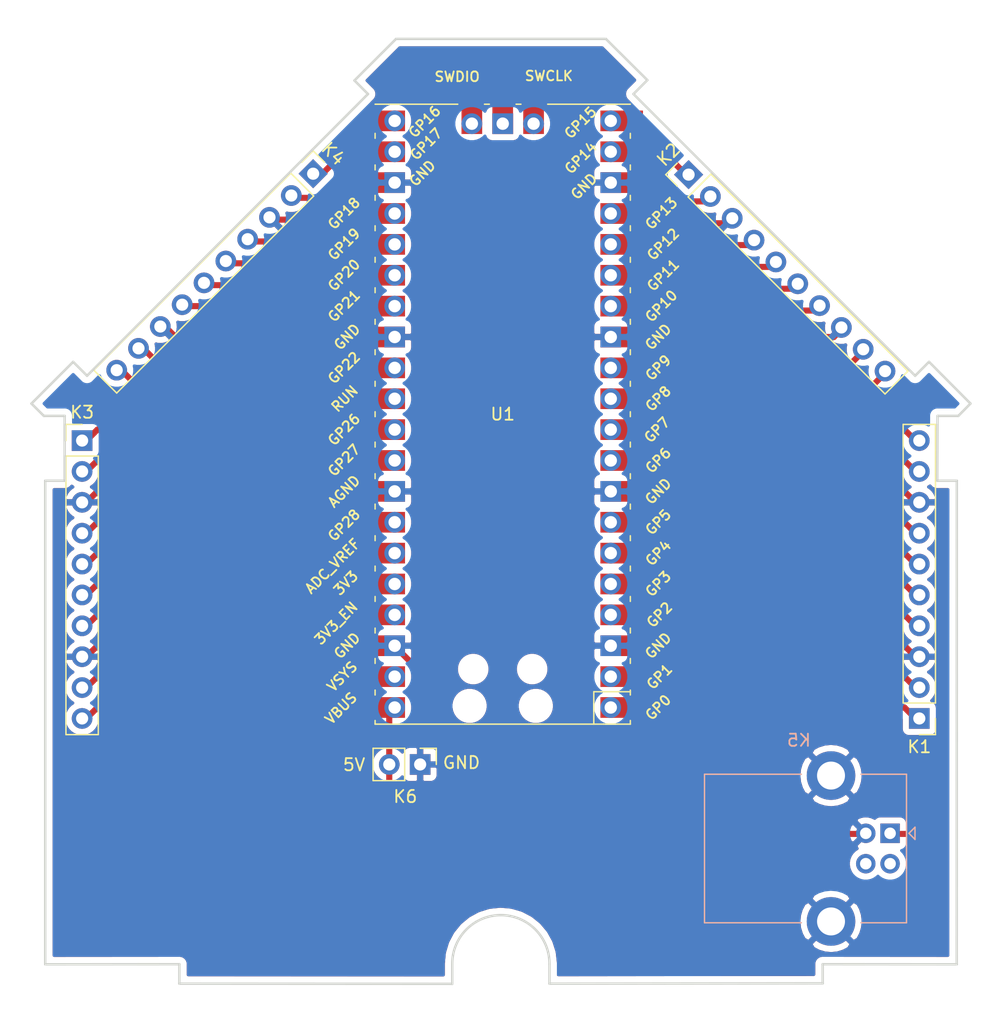
<source format=kicad_pcb>
(kicad_pcb (version 20171130) (host pcbnew "(5.1.8)-1")

  (general
    (thickness 1.6)
    (drawings 37)
    (tracks 110)
    (zones 0)
    (modules 7)
    (nets 37)
  )

  (page A4)
  (layers
    (0 F.Cu signal)
    (31 B.Cu signal)
    (32 B.Adhes user)
    (33 F.Adhes user)
    (34 B.Paste user)
    (35 F.Paste user)
    (36 B.SilkS user)
    (37 F.SilkS user)
    (38 B.Mask user)
    (39 F.Mask user)
    (40 Dwgs.User user)
    (41 Cmts.User user)
    (42 Eco1.User user)
    (43 Eco2.User user)
    (44 Edge.Cuts user)
    (45 Margin user)
    (46 B.CrtYd user)
    (47 F.CrtYd user)
    (48 B.Fab user)
    (49 F.Fab user)
  )

  (setup
    (last_trace_width 0.25)
    (user_trace_width 0.25)
    (user_trace_width 0.5)
    (user_trace_width 0.75)
    (user_trace_width 1)
    (trace_clearance 0.2)
    (zone_clearance 0.508)
    (zone_45_only no)
    (trace_min 0.2)
    (via_size 0.8)
    (via_drill 0.4)
    (via_min_size 0.4)
    (via_min_drill 0.3)
    (uvia_size 0.3)
    (uvia_drill 0.1)
    (uvias_allowed no)
    (uvia_min_size 0.2)
    (uvia_min_drill 0.1)
    (edge_width 0.1)
    (segment_width 0.2)
    (pcb_text_width 0.3)
    (pcb_text_size 1.5 1.5)
    (mod_edge_width 0.15)
    (mod_text_size 1 1)
    (mod_text_width 0.15)
    (pad_size 1.524 1.524)
    (pad_drill 0.762)
    (pad_to_mask_clearance 0)
    (aux_axis_origin 15.3416 48.1584)
    (grid_origin 15.3416 48.1584)
    (visible_elements 7FFFFFFF)
    (pcbplotparams
      (layerselection 0x010fc_ffffffff)
      (usegerberextensions false)
      (usegerberattributes true)
      (usegerberadvancedattributes true)
      (creategerberjobfile true)
      (excludeedgelayer true)
      (linewidth 0.100000)
      (plotframeref false)
      (viasonmask false)
      (mode 1)
      (useauxorigin false)
      (hpglpennumber 1)
      (hpglpenspeed 20)
      (hpglpendiameter 15.000000)
      (psnegative false)
      (psa4output false)
      (plotreference true)
      (plotvalue true)
      (plotinvisibletext false)
      (padsonsilk false)
      (subtractmaskfromsilk false)
      (outputformat 1)
      (mirror false)
      (drillshape 0)
      (scaleselection 1)
      (outputdirectory "Gerber/"))
  )

  (net 0 "")
  (net 1 "Net-(K1-Pad10)")
  (net 2 "Net-(K1-Pad9)")
  (net 3 "Net-(K1-Pad7)")
  (net 4 "Net-(K1-Pad6)")
  (net 5 "Net-(K1-Pad5)")
  (net 6 "Net-(K1-Pad4)")
  (net 7 "Net-(K1-Pad2)")
  (net 8 "Net-(K1-Pad1)")
  (net 9 "Net-(K2-Pad10)")
  (net 10 "Net-(K2-Pad9)")
  (net 11 "Net-(K2-Pad7)")
  (net 12 "Net-(K2-Pad6)")
  (net 13 "Net-(K2-Pad5)")
  (net 14 "Net-(K2-Pad4)")
  (net 15 "Net-(K2-Pad2)")
  (net 16 "Net-(K2-Pad1)")
  (net 17 "Net-(U1-Pad43)")
  (net 18 "Net-(U1-Pad42)")
  (net 19 "Net-(U1-Pad41)")
  (net 20 GND)
  (net 21 "Net-(K3-Pad10)")
  (net 22 "Net-(K3-Pad9)")
  (net 23 "Net-(K3-Pad7)")
  (net 24 "Net-(K3-Pad6)")
  (net 25 "Net-(K3-Pad5)")
  (net 26 "Net-(K3-Pad4)")
  (net 27 "Net-(K3-Pad2)")
  (net 28 "Net-(K3-Pad1)")
  (net 29 "Net-(K4-Pad10)")
  (net 30 "Net-(K4-Pad9)")
  (net 31 "Net-(K4-Pad7)")
  (net 32 "Net-(K4-Pad6)")
  (net 33 "Net-(K4-Pad5)")
  (net 34 "Net-(K4-Pad4)")
  (net 35 "Net-(K4-Pad2)")
  (net 36 "Net-(K4-Pad1)")

  (net_class Default "Dies ist die voreingestellte Netzklasse."
    (clearance 0.2)
    (trace_width 0.25)
    (via_dia 0.8)
    (via_drill 0.4)
    (uvia_dia 0.3)
    (uvia_drill 0.1)
    (add_net GND)
    (add_net "Net-(K1-Pad1)")
    (add_net "Net-(K1-Pad10)")
    (add_net "Net-(K1-Pad2)")
    (add_net "Net-(K1-Pad4)")
    (add_net "Net-(K1-Pad5)")
    (add_net "Net-(K1-Pad6)")
    (add_net "Net-(K1-Pad7)")
    (add_net "Net-(K1-Pad9)")
    (add_net "Net-(K2-Pad1)")
    (add_net "Net-(K2-Pad10)")
    (add_net "Net-(K2-Pad2)")
    (add_net "Net-(K2-Pad4)")
    (add_net "Net-(K2-Pad5)")
    (add_net "Net-(K2-Pad6)")
    (add_net "Net-(K2-Pad7)")
    (add_net "Net-(K2-Pad9)")
    (add_net "Net-(K3-Pad1)")
    (add_net "Net-(K3-Pad10)")
    (add_net "Net-(K3-Pad2)")
    (add_net "Net-(K3-Pad4)")
    (add_net "Net-(K3-Pad5)")
    (add_net "Net-(K3-Pad6)")
    (add_net "Net-(K3-Pad7)")
    (add_net "Net-(K3-Pad9)")
    (add_net "Net-(K4-Pad1)")
    (add_net "Net-(K4-Pad10)")
    (add_net "Net-(K4-Pad2)")
    (add_net "Net-(K4-Pad4)")
    (add_net "Net-(K4-Pad5)")
    (add_net "Net-(K4-Pad6)")
    (add_net "Net-(K4-Pad7)")
    (add_net "Net-(K4-Pad9)")
    (add_net "Net-(U1-Pad41)")
    (add_net "Net-(U1-Pad42)")
    (add_net "Net-(U1-Pad43)")
  )

  (module Connector_PinHeader_2.54mm:PinHeader_1x02_P2.54mm_Vertical (layer F.Cu) (tedit 59FED5CC) (tstamp 618D3114)
    (at 47.3202 77.851 270)
    (descr "Through hole straight pin header, 1x02, 2.54mm pitch, single row")
    (tags "Through hole pin header THT 1x02 2.54mm single row")
    (path /618E17E5)
    (fp_text reference K6 (at 2.6416 1.2192 180) (layer F.SilkS)
      (effects (font (size 1 1) (thickness 0.15)))
    )
    (fp_text value Conn_01x02_Male (at 0 4.87 90) (layer F.Fab)
      (effects (font (size 1 1) (thickness 0.15)))
    )
    (fp_line (start 1.8 -1.8) (end -1.8 -1.8) (layer F.CrtYd) (width 0.05))
    (fp_line (start 1.8 4.35) (end 1.8 -1.8) (layer F.CrtYd) (width 0.05))
    (fp_line (start -1.8 4.35) (end 1.8 4.35) (layer F.CrtYd) (width 0.05))
    (fp_line (start -1.8 -1.8) (end -1.8 4.35) (layer F.CrtYd) (width 0.05))
    (fp_line (start -1.33 -1.33) (end 0 -1.33) (layer F.SilkS) (width 0.12))
    (fp_line (start -1.33 0) (end -1.33 -1.33) (layer F.SilkS) (width 0.12))
    (fp_line (start -1.33 1.27) (end 1.33 1.27) (layer F.SilkS) (width 0.12))
    (fp_line (start 1.33 1.27) (end 1.33 3.87) (layer F.SilkS) (width 0.12))
    (fp_line (start -1.33 1.27) (end -1.33 3.87) (layer F.SilkS) (width 0.12))
    (fp_line (start -1.33 3.87) (end 1.33 3.87) (layer F.SilkS) (width 0.12))
    (fp_line (start -1.27 -0.635) (end -0.635 -1.27) (layer F.Fab) (width 0.1))
    (fp_line (start -1.27 3.81) (end -1.27 -0.635) (layer F.Fab) (width 0.1))
    (fp_line (start 1.27 3.81) (end -1.27 3.81) (layer F.Fab) (width 0.1))
    (fp_line (start 1.27 -1.27) (end 1.27 3.81) (layer F.Fab) (width 0.1))
    (fp_line (start -0.635 -1.27) (end 1.27 -1.27) (layer F.Fab) (width 0.1))
    (fp_text user %R (at 0 1.27) (layer F.Fab)
      (effects (font (size 1 1) (thickness 0.15)))
    )
    (pad 2 thru_hole oval (at 0 2.54 270) (size 1.7 1.7) (drill 1) (layers *.Cu *.Mask)
      (net 21 "Net-(K3-Pad10)"))
    (pad 1 thru_hole rect (at 0 0 270) (size 1.7 1.7) (drill 1) (layers *.Cu *.Mask)
      (net 20 GND))
  )

  (module RPi_Pico:RPi_Pico_SMD_TH (layer F.Cu) (tedit 5F638C80) (tstamp 616061C9)
    (at 54.1147 49.0347 180)
    (descr "Through hole straight pin header, 2x20, 2.54mm pitch, double rows")
    (tags "Through hole pin header THT 2x20 2.54mm double row")
    (path /6344843C)
    (fp_text reference U1 (at 0 0) (layer F.SilkS)
      (effects (font (size 1 1) (thickness 0.15)))
    )
    (fp_text value Pico (at 0 2.159) (layer F.Fab)
      (effects (font (size 1 1) (thickness 0.15)))
    )
    (fp_line (start 1.1 25.5) (end 1.5 25.5) (layer F.SilkS) (width 0.12))
    (fp_line (start -1.5 25.5) (end -1.1 25.5) (layer F.SilkS) (width 0.12))
    (fp_line (start 10.5 25.5) (end 3.7 25.5) (layer F.SilkS) (width 0.12))
    (fp_line (start 10.5 15.1) (end 10.5 15.5) (layer F.SilkS) (width 0.12))
    (fp_line (start 10.5 7.4) (end 10.5 7.8) (layer F.SilkS) (width 0.12))
    (fp_line (start 10.5 -18) (end 10.5 -17.6) (layer F.SilkS) (width 0.12))
    (fp_line (start 10.5 -25.5) (end 10.5 -25.2) (layer F.SilkS) (width 0.12))
    (fp_line (start 10.5 -2.7) (end 10.5 -2.3) (layer F.SilkS) (width 0.12))
    (fp_line (start 10.5 12.5) (end 10.5 12.9) (layer F.SilkS) (width 0.12))
    (fp_line (start 10.5 -7.8) (end 10.5 -7.4) (layer F.SilkS) (width 0.12))
    (fp_line (start 10.5 -12.9) (end 10.5 -12.5) (layer F.SilkS) (width 0.12))
    (fp_line (start 10.5 -0.2) (end 10.5 0.2) (layer F.SilkS) (width 0.12))
    (fp_line (start 10.5 4.9) (end 10.5 5.3) (layer F.SilkS) (width 0.12))
    (fp_line (start 10.5 20.1) (end 10.5 20.5) (layer F.SilkS) (width 0.12))
    (fp_line (start 10.5 22.7) (end 10.5 23.1) (layer F.SilkS) (width 0.12))
    (fp_line (start 10.5 17.6) (end 10.5 18) (layer F.SilkS) (width 0.12))
    (fp_line (start 10.5 -15.4) (end 10.5 -15) (layer F.SilkS) (width 0.12))
    (fp_line (start 10.5 -23.1) (end 10.5 -22.7) (layer F.SilkS) (width 0.12))
    (fp_line (start 10.5 -20.5) (end 10.5 -20.1) (layer F.SilkS) (width 0.12))
    (fp_line (start 10.5 10) (end 10.5 10.4) (layer F.SilkS) (width 0.12))
    (fp_line (start 10.5 2.3) (end 10.5 2.7) (layer F.SilkS) (width 0.12))
    (fp_line (start 10.5 -5.3) (end 10.5 -4.9) (layer F.SilkS) (width 0.12))
    (fp_line (start 10.5 -10.4) (end 10.5 -10) (layer F.SilkS) (width 0.12))
    (fp_line (start -10.5 22.7) (end -10.5 23.1) (layer F.SilkS) (width 0.12))
    (fp_line (start -10.5 20.1) (end -10.5 20.5) (layer F.SilkS) (width 0.12))
    (fp_line (start -10.5 17.6) (end -10.5 18) (layer F.SilkS) (width 0.12))
    (fp_line (start -10.5 15.1) (end -10.5 15.5) (layer F.SilkS) (width 0.12))
    (fp_line (start -10.5 12.5) (end -10.5 12.9) (layer F.SilkS) (width 0.12))
    (fp_line (start -10.5 10) (end -10.5 10.4) (layer F.SilkS) (width 0.12))
    (fp_line (start -10.5 7.4) (end -10.5 7.8) (layer F.SilkS) (width 0.12))
    (fp_line (start -10.5 4.9) (end -10.5 5.3) (layer F.SilkS) (width 0.12))
    (fp_line (start -10.5 2.3) (end -10.5 2.7) (layer F.SilkS) (width 0.12))
    (fp_line (start -10.5 -0.2) (end -10.5 0.2) (layer F.SilkS) (width 0.12))
    (fp_line (start -10.5 -2.7) (end -10.5 -2.3) (layer F.SilkS) (width 0.12))
    (fp_line (start -10.5 -5.3) (end -10.5 -4.9) (layer F.SilkS) (width 0.12))
    (fp_line (start -10.5 -7.8) (end -10.5 -7.4) (layer F.SilkS) (width 0.12))
    (fp_line (start -10.5 -10.4) (end -10.5 -10) (layer F.SilkS) (width 0.12))
    (fp_line (start -10.5 -12.9) (end -10.5 -12.5) (layer F.SilkS) (width 0.12))
    (fp_line (start -10.5 -15.4) (end -10.5 -15) (layer F.SilkS) (width 0.12))
    (fp_line (start -10.5 -18) (end -10.5 -17.6) (layer F.SilkS) (width 0.12))
    (fp_line (start -10.5 -20.5) (end -10.5 -20.1) (layer F.SilkS) (width 0.12))
    (fp_line (start -10.5 -23.1) (end -10.5 -22.7) (layer F.SilkS) (width 0.12))
    (fp_line (start -10.5 -25.5) (end -10.5 -25.2) (layer F.SilkS) (width 0.12))
    (fp_line (start -7.493 -22.833) (end -7.493 -25.5) (layer F.SilkS) (width 0.12))
    (fp_line (start -10.5 -22.833) (end -7.493 -22.833) (layer F.SilkS) (width 0.12))
    (fp_line (start -3.7 25.5) (end -10.5 25.5) (layer F.SilkS) (width 0.12))
    (fp_line (start -10.5 -25.5) (end 10.5 -25.5) (layer F.SilkS) (width 0.12))
    (fp_line (start -11 26) (end -11 -26) (layer F.CrtYd) (width 0.12))
    (fp_line (start 11 26) (end -11 26) (layer F.CrtYd) (width 0.12))
    (fp_line (start 11 -26) (end 11 26) (layer F.CrtYd) (width 0.12))
    (fp_line (start -11 -26) (end 11 -26) (layer F.CrtYd) (width 0.12))
    (fp_line (start -10.5 -24.2) (end -9.2 -25.5) (layer F.Fab) (width 0.12))
    (fp_line (start -10.5 25.5) (end -10.5 -25.5) (layer F.Fab) (width 0.12))
    (fp_line (start 10.5 25.5) (end -10.5 25.5) (layer F.Fab) (width 0.12))
    (fp_line (start 10.5 -25.5) (end 10.5 25.5) (layer F.Fab) (width 0.12))
    (fp_line (start -10.5 -25.5) (end 10.5 -25.5) (layer F.Fab) (width 0.12))
    (fp_poly (pts (xy -1.5 -16.5) (xy -3.5 -16.5) (xy -3.5 -18.5) (xy -1.5 -18.5)) (layer Dwgs.User) (width 0.1))
    (fp_poly (pts (xy -1.5 -14) (xy -3.5 -14) (xy -3.5 -16) (xy -1.5 -16)) (layer Dwgs.User) (width 0.1))
    (fp_poly (pts (xy -1.5 -11.5) (xy -3.5 -11.5) (xy -3.5 -13.5) (xy -1.5 -13.5)) (layer Dwgs.User) (width 0.1))
    (fp_poly (pts (xy 3.7 -20.2) (xy -3.7 -20.2) (xy -3.7 -24.9) (xy 3.7 -24.9)) (layer Dwgs.User) (width 0.1))
    (fp_text user "Copper Keepouts shown on Dwgs layer" (at 0.1 -30.2) (layer Cmts.User)
      (effects (font (size 1 1) (thickness 0.15)))
    )
    (fp_text user SWDIO (at 3.7465 27.7622) (layer F.SilkS)
      (effects (font (size 0.8 0.8) (thickness 0.15)))
    )
    (fp_text user SWCLK (at -3.7973 27.8257) (layer F.SilkS)
      (effects (font (size 0.8 0.8) (thickness 0.15)))
    )
    (fp_text user AGND (at 13.054 -6.35 45) (layer F.SilkS)
      (effects (font (size 0.8 0.8) (thickness 0.15)))
    )
    (fp_text user GND (at 12.8 -19.05 45) (layer F.SilkS)
      (effects (font (size 0.8 0.8) (thickness 0.15)))
    )
    (fp_text user GND (at 12.8 6.35 45) (layer F.SilkS)
      (effects (font (size 0.8 0.8) (thickness 0.15)))
    )
    (fp_text user GND (at 6.604 19.812 45) (layer F.SilkS)
      (effects (font (size 0.8 0.8) (thickness 0.15)))
    )
    (fp_text user GND (at -6.6929 18.7325 45) (layer F.SilkS)
      (effects (font (size 0.8 0.8) (thickness 0.15)))
    )
    (fp_text user GND (at -12.8 6.35 45) (layer F.SilkS)
      (effects (font (size 0.8 0.8) (thickness 0.15)))
    )
    (fp_text user GND (at -12.8 -6.35 45) (layer F.SilkS)
      (effects (font (size 0.8 0.8) (thickness 0.15)))
    )
    (fp_text user GND (at -12.8 -19.05 45) (layer F.SilkS)
      (effects (font (size 0.8 0.8) (thickness 0.15)))
    )
    (fp_text user VBUS (at 13.3 -24.2 45) (layer F.SilkS)
      (effects (font (size 0.8 0.8) (thickness 0.15)))
    )
    (fp_text user VSYS (at 13.2 -21.59 45) (layer F.SilkS)
      (effects (font (size 0.8 0.8) (thickness 0.15)))
    )
    (fp_text user 3V3_EN (at 13.7 -17.2 45) (layer F.SilkS)
      (effects (font (size 0.8 0.8) (thickness 0.15)))
    )
    (fp_text user 3V3 (at 12.9 -13.9 45) (layer F.SilkS)
      (effects (font (size 0.8 0.8) (thickness 0.15)))
    )
    (fp_text user ADC_VREF (at 14 -12.5 45) (layer F.SilkS)
      (effects (font (size 0.8 0.8) (thickness 0.15)))
    )
    (fp_text user GP28 (at 13.054 -9.144 45) (layer F.SilkS)
      (effects (font (size 0.8 0.8) (thickness 0.15)))
    )
    (fp_text user GP27 (at 13.054 -3.8 45) (layer F.SilkS)
      (effects (font (size 0.8 0.8) (thickness 0.15)))
    )
    (fp_text user GP26 (at 13.054 -1.27 45) (layer F.SilkS)
      (effects (font (size 0.8 0.8) (thickness 0.15)))
    )
    (fp_text user RUN (at 13 1.27 45) (layer F.SilkS)
      (effects (font (size 0.8 0.8) (thickness 0.15)))
    )
    (fp_text user GP22 (at 13.054 3.81 45) (layer F.SilkS)
      (effects (font (size 0.8 0.8) (thickness 0.15)))
    )
    (fp_text user GP21 (at 13.054 8.9 45) (layer F.SilkS)
      (effects (font (size 0.8 0.8) (thickness 0.15)))
    )
    (fp_text user GP20 (at 13.054 11.43 45) (layer F.SilkS)
      (effects (font (size 0.8 0.8) (thickness 0.15)))
    )
    (fp_text user GP19 (at 13.054 13.97 45) (layer F.SilkS)
      (effects (font (size 0.8 0.8) (thickness 0.15)))
    )
    (fp_text user GP18 (at 13.054 16.51 45) (layer F.SilkS)
      (effects (font (size 0.8 0.8) (thickness 0.15)))
    )
    (fp_text user GP17 (at 6.2992 22.2123 45) (layer F.SilkS)
      (effects (font (size 0.8 0.8) (thickness 0.15)))
    )
    (fp_text user GP16 (at 6.4262 24.0538 45) (layer F.SilkS)
      (effects (font (size 0.8 0.8) (thickness 0.15)))
    )
    (fp_text user GP15 (at -6.4008 23.9776 45) (layer F.SilkS)
      (effects (font (size 0.8 0.8) (thickness 0.15)))
    )
    (fp_text user GP14 (at -6.4262 21.082 45) (layer F.SilkS)
      (effects (font (size 0.8 0.8) (thickness 0.15)))
    )
    (fp_text user GP13 (at -13.054 16.51 45) (layer F.SilkS)
      (effects (font (size 0.8 0.8) (thickness 0.15)))
    )
    (fp_text user GP12 (at -13.2 13.97 45) (layer F.SilkS)
      (effects (font (size 0.8 0.8) (thickness 0.15)))
    )
    (fp_text user GP11 (at -13.2 11.43 45) (layer F.SilkS)
      (effects (font (size 0.8 0.8) (thickness 0.15)))
    )
    (fp_text user GP10 (at -13.054 8.89 45) (layer F.SilkS)
      (effects (font (size 0.8 0.8) (thickness 0.15)))
    )
    (fp_text user GP9 (at -12.8 3.81 45) (layer F.SilkS)
      (effects (font (size 0.8 0.8) (thickness 0.15)))
    )
    (fp_text user GP8 (at -12.8 1.27 45) (layer F.SilkS)
      (effects (font (size 0.8 0.8) (thickness 0.15)))
    )
    (fp_text user GP7 (at -12.7 -1.3 45) (layer F.SilkS)
      (effects (font (size 0.8 0.8) (thickness 0.15)))
    )
    (fp_text user GP6 (at -12.8 -3.81 45) (layer F.SilkS)
      (effects (font (size 0.8 0.8) (thickness 0.15)))
    )
    (fp_text user GP5 (at -12.8 -8.89 45) (layer F.SilkS)
      (effects (font (size 0.8 0.8) (thickness 0.15)))
    )
    (fp_text user GP4 (at -12.8 -11.43 45) (layer F.SilkS)
      (effects (font (size 0.8 0.8) (thickness 0.15)))
    )
    (fp_text user GP3 (at -12.8 -13.97 45) (layer F.SilkS)
      (effects (font (size 0.8 0.8) (thickness 0.15)))
    )
    (fp_text user GP0 (at -12.8 -24.13 45) (layer F.SilkS)
      (effects (font (size 0.8 0.8) (thickness 0.15)))
    )
    (fp_text user GP2 (at -12.9 -16.51 45) (layer F.SilkS)
      (effects (font (size 0.8 0.8) (thickness 0.15)))
    )
    (fp_text user GP1 (at -12.9 -21.6 45) (layer F.SilkS)
      (effects (font (size 0.8 0.8) (thickness 0.15)))
    )
    (fp_text user %R (at 0 0 180) (layer F.Fab)
      (effects (font (size 1 1) (thickness 0.15)))
    )
    (pad 43 thru_hole oval (at 2.54 23.9 180) (size 1.7 1.7) (drill 1.02) (layers *.Cu *.Mask)
      (net 17 "Net-(U1-Pad43)"))
    (pad 43 smd rect (at 2.54 23.9 270) (size 3.5 1.7) (drill (offset -0.9 0)) (layers F.Cu F.Mask)
      (net 17 "Net-(U1-Pad43)"))
    (pad 42 thru_hole rect (at 0 23.9 180) (size 1.7 1.7) (drill 1.02) (layers *.Cu *.Mask)
      (net 18 "Net-(U1-Pad42)"))
    (pad 42 smd rect (at 0 23.9 270) (size 3.5 1.7) (drill (offset -0.9 0)) (layers F.Cu F.Mask)
      (net 18 "Net-(U1-Pad42)"))
    (pad 41 thru_hole oval (at -2.54 23.9 180) (size 1.7 1.7) (drill 1.02) (layers *.Cu *.Mask)
      (net 19 "Net-(U1-Pad41)"))
    (pad 41 smd rect (at -2.54 23.9 270) (size 3.5 1.7) (drill (offset -0.9 0)) (layers F.Cu F.Mask)
      (net 19 "Net-(U1-Pad41)"))
    (pad "" np_thru_hole oval (at 2.425 -20.97 180) (size 1.5 1.5) (drill 1.5) (layers *.Cu *.Mask))
    (pad "" np_thru_hole oval (at -2.425 -20.97 180) (size 1.5 1.5) (drill 1.5) (layers *.Cu *.Mask))
    (pad "" np_thru_hole oval (at 2.725 -24 180) (size 1.8 1.8) (drill 1.8) (layers *.Cu *.Mask))
    (pad "" np_thru_hole oval (at -2.725 -24 180) (size 1.8 1.8) (drill 1.8) (layers *.Cu *.Mask))
    (pad 21 smd rect (at 8.89 24.13 180) (size 3.5 1.7) (drill (offset 0.9 0)) (layers F.Cu F.Mask)
      (net 36 "Net-(K4-Pad1)"))
    (pad 22 smd rect (at 8.89 21.59 180) (size 3.5 1.7) (drill (offset 0.9 0)) (layers F.Cu F.Mask)
      (net 35 "Net-(K4-Pad2)"))
    (pad 23 smd rect (at 8.89 19.05 180) (size 3.5 1.7) (drill (offset 0.9 0)) (layers F.Cu F.Mask)
      (net 20 GND))
    (pad 24 smd rect (at 8.89 16.51 180) (size 3.5 1.7) (drill (offset 0.9 0)) (layers F.Cu F.Mask)
      (net 34 "Net-(K4-Pad4)"))
    (pad 25 smd rect (at 8.89 13.97 180) (size 3.5 1.7) (drill (offset 0.9 0)) (layers F.Cu F.Mask)
      (net 33 "Net-(K4-Pad5)"))
    (pad 26 smd rect (at 8.89 11.43 180) (size 3.5 1.7) (drill (offset 0.9 0)) (layers F.Cu F.Mask)
      (net 32 "Net-(K4-Pad6)"))
    (pad 27 smd rect (at 8.89 8.89 180) (size 3.5 1.7) (drill (offset 0.9 0)) (layers F.Cu F.Mask)
      (net 31 "Net-(K4-Pad7)"))
    (pad 28 smd rect (at 8.89 6.35 180) (size 3.5 1.7) (drill (offset 0.9 0)) (layers F.Cu F.Mask)
      (net 20 GND))
    (pad 29 smd rect (at 8.89 3.81 180) (size 3.5 1.7) (drill (offset 0.9 0)) (layers F.Cu F.Mask)
      (net 30 "Net-(K4-Pad9)"))
    (pad 30 smd rect (at 8.89 1.27 180) (size 3.5 1.7) (drill (offset 0.9 0)) (layers F.Cu F.Mask)
      (net 29 "Net-(K4-Pad10)"))
    (pad 31 smd rect (at 8.89 -1.27 180) (size 3.5 1.7) (drill (offset 0.9 0)) (layers F.Cu F.Mask)
      (net 28 "Net-(K3-Pad1)"))
    (pad 32 smd rect (at 8.89 -3.81 180) (size 3.5 1.7) (drill (offset 0.9 0)) (layers F.Cu F.Mask)
      (net 27 "Net-(K3-Pad2)"))
    (pad 33 smd rect (at 8.89 -6.35 180) (size 3.5 1.7) (drill (offset 0.9 0)) (layers F.Cu F.Mask)
      (net 20 GND))
    (pad 34 smd rect (at 8.89 -8.89 180) (size 3.5 1.7) (drill (offset 0.9 0)) (layers F.Cu F.Mask)
      (net 26 "Net-(K3-Pad4)"))
    (pad 35 smd rect (at 8.89 -11.43 180) (size 3.5 1.7) (drill (offset 0.9 0)) (layers F.Cu F.Mask)
      (net 25 "Net-(K3-Pad5)"))
    (pad 36 smd rect (at 8.89 -13.97 180) (size 3.5 1.7) (drill (offset 0.9 0)) (layers F.Cu F.Mask)
      (net 24 "Net-(K3-Pad6)"))
    (pad 37 smd rect (at 8.89 -16.51 180) (size 3.5 1.7) (drill (offset 0.9 0)) (layers F.Cu F.Mask)
      (net 23 "Net-(K3-Pad7)"))
    (pad 38 smd rect (at 8.89 -19.05 180) (size 3.5 1.7) (drill (offset 0.9 0)) (layers F.Cu F.Mask)
      (net 20 GND))
    (pad 39 smd rect (at 8.89 -21.59 180) (size 3.5 1.7) (drill (offset 0.9 0)) (layers F.Cu F.Mask)
      (net 22 "Net-(K3-Pad9)"))
    (pad 40 smd rect (at 8.89 -24.13 180) (size 3.5 1.7) (drill (offset 0.9 0)) (layers F.Cu F.Mask)
      (net 21 "Net-(K3-Pad10)"))
    (pad 20 smd rect (at -8.89 24.13 180) (size 3.5 1.7) (drill (offset -0.9 0)) (layers F.Cu F.Mask)
      (net 16 "Net-(K2-Pad1)"))
    (pad 19 smd rect (at -8.89 21.59 180) (size 3.5 1.7) (drill (offset -0.9 0)) (layers F.Cu F.Mask)
      (net 15 "Net-(K2-Pad2)"))
    (pad 18 smd rect (at -8.89 19.05 180) (size 3.5 1.7) (drill (offset -0.9 0)) (layers F.Cu F.Mask)
      (net 20 GND))
    (pad 17 smd rect (at -8.89 16.51 180) (size 3.5 1.7) (drill (offset -0.9 0)) (layers F.Cu F.Mask)
      (net 14 "Net-(K2-Pad4)"))
    (pad 16 smd rect (at -8.89 13.97 180) (size 3.5 1.7) (drill (offset -0.9 0)) (layers F.Cu F.Mask)
      (net 13 "Net-(K2-Pad5)"))
    (pad 15 smd rect (at -8.89 11.43 180) (size 3.5 1.7) (drill (offset -0.9 0)) (layers F.Cu F.Mask)
      (net 12 "Net-(K2-Pad6)"))
    (pad 14 smd rect (at -8.89 8.89 180) (size 3.5 1.7) (drill (offset -0.9 0)) (layers F.Cu F.Mask)
      (net 11 "Net-(K2-Pad7)"))
    (pad 13 smd rect (at -8.89 6.35 180) (size 3.5 1.7) (drill (offset -0.9 0)) (layers F.Cu F.Mask)
      (net 20 GND))
    (pad 12 smd rect (at -8.89 3.81 180) (size 3.5 1.7) (drill (offset -0.9 0)) (layers F.Cu F.Mask)
      (net 10 "Net-(K2-Pad9)"))
    (pad 11 smd rect (at -8.89 1.27 180) (size 3.5 1.7) (drill (offset -0.9 0)) (layers F.Cu F.Mask)
      (net 9 "Net-(K2-Pad10)"))
    (pad 10 smd rect (at -8.89 -1.27 180) (size 3.5 1.7) (drill (offset -0.9 0)) (layers F.Cu F.Mask)
      (net 1 "Net-(K1-Pad10)"))
    (pad 9 smd rect (at -8.89 -3.81 180) (size 3.5 1.7) (drill (offset -0.9 0)) (layers F.Cu F.Mask)
      (net 2 "Net-(K1-Pad9)"))
    (pad 8 smd rect (at -8.89 -6.35 180) (size 3.5 1.7) (drill (offset -0.9 0)) (layers F.Cu F.Mask)
      (net 20 GND))
    (pad 7 smd rect (at -8.89 -8.89 180) (size 3.5 1.7) (drill (offset -0.9 0)) (layers F.Cu F.Mask)
      (net 3 "Net-(K1-Pad7)"))
    (pad 6 smd rect (at -8.89 -11.43 180) (size 3.5 1.7) (drill (offset -0.9 0)) (layers F.Cu F.Mask)
      (net 4 "Net-(K1-Pad6)"))
    (pad 5 smd rect (at -8.89 -13.97 180) (size 3.5 1.7) (drill (offset -0.9 0)) (layers F.Cu F.Mask)
      (net 5 "Net-(K1-Pad5)"))
    (pad 4 smd rect (at -8.89 -16.51 180) (size 3.5 1.7) (drill (offset -0.9 0)) (layers F.Cu F.Mask)
      (net 6 "Net-(K1-Pad4)"))
    (pad 3 smd rect (at -8.89 -19.05 180) (size 3.5 1.7) (drill (offset -0.9 0)) (layers F.Cu F.Mask)
      (net 20 GND))
    (pad 2 smd rect (at -8.89 -21.59 180) (size 3.5 1.7) (drill (offset -0.9 0)) (layers F.Cu F.Mask)
      (net 7 "Net-(K1-Pad2)"))
    (pad 1 smd rect (at -8.89 -24.13 180) (size 3.5 1.7) (drill (offset -0.9 0)) (layers F.Cu F.Mask)
      (net 8 "Net-(K1-Pad1)"))
    (pad 40 thru_hole oval (at 8.89 -24.13 180) (size 1.7 1.7) (drill 1.02) (layers *.Cu *.Mask)
      (net 21 "Net-(K3-Pad10)"))
    (pad 39 thru_hole oval (at 8.89 -21.59 180) (size 1.7 1.7) (drill 1.02) (layers *.Cu *.Mask)
      (net 22 "Net-(K3-Pad9)"))
    (pad 38 thru_hole rect (at 8.89 -19.05 180) (size 1.7 1.7) (drill 1.02) (layers *.Cu *.Mask)
      (net 20 GND))
    (pad 37 thru_hole oval (at 8.89 -16.51 180) (size 1.7 1.7) (drill 1.02) (layers *.Cu *.Mask)
      (net 23 "Net-(K3-Pad7)"))
    (pad 36 thru_hole oval (at 8.89 -13.97 180) (size 1.7 1.7) (drill 1.02) (layers *.Cu *.Mask)
      (net 24 "Net-(K3-Pad6)"))
    (pad 35 thru_hole oval (at 8.89 -11.43 180) (size 1.7 1.7) (drill 1.02) (layers *.Cu *.Mask)
      (net 25 "Net-(K3-Pad5)"))
    (pad 34 thru_hole oval (at 8.89 -8.89 180) (size 1.7 1.7) (drill 1.02) (layers *.Cu *.Mask)
      (net 26 "Net-(K3-Pad4)"))
    (pad 33 thru_hole rect (at 8.89 -6.35 180) (size 1.7 1.7) (drill 1.02) (layers *.Cu *.Mask)
      (net 20 GND))
    (pad 32 thru_hole oval (at 8.89 -3.81 180) (size 1.7 1.7) (drill 1.02) (layers *.Cu *.Mask)
      (net 27 "Net-(K3-Pad2)"))
    (pad 31 thru_hole oval (at 8.89 -1.27 180) (size 1.7 1.7) (drill 1.02) (layers *.Cu *.Mask)
      (net 28 "Net-(K3-Pad1)"))
    (pad 30 thru_hole oval (at 8.89 1.27 180) (size 1.7 1.7) (drill 1.02) (layers *.Cu *.Mask)
      (net 29 "Net-(K4-Pad10)"))
    (pad 29 thru_hole oval (at 8.89 3.81 180) (size 1.7 1.7) (drill 1.02) (layers *.Cu *.Mask)
      (net 30 "Net-(K4-Pad9)"))
    (pad 28 thru_hole rect (at 8.89 6.35 180) (size 1.7 1.7) (drill 1.02) (layers *.Cu *.Mask)
      (net 20 GND))
    (pad 27 thru_hole oval (at 8.89 8.89 180) (size 1.7 1.7) (drill 1.02) (layers *.Cu *.Mask)
      (net 31 "Net-(K4-Pad7)"))
    (pad 26 thru_hole oval (at 8.89 11.43 180) (size 1.7 1.7) (drill 1.02) (layers *.Cu *.Mask)
      (net 32 "Net-(K4-Pad6)"))
    (pad 25 thru_hole oval (at 8.89 13.97 180) (size 1.7 1.7) (drill 1.02) (layers *.Cu *.Mask)
      (net 33 "Net-(K4-Pad5)"))
    (pad 24 thru_hole oval (at 8.89 16.51 180) (size 1.7 1.7) (drill 1.02) (layers *.Cu *.Mask)
      (net 34 "Net-(K4-Pad4)"))
    (pad 23 thru_hole rect (at 8.89 19.05 180) (size 1.7 1.7) (drill 1.02) (layers *.Cu *.Mask)
      (net 20 GND))
    (pad 22 thru_hole oval (at 8.89 21.59 180) (size 1.7 1.7) (drill 1.02) (layers *.Cu *.Mask)
      (net 35 "Net-(K4-Pad2)"))
    (pad 21 thru_hole oval (at 8.89 24.13 180) (size 1.7 1.7) (drill 1.02) (layers *.Cu *.Mask)
      (net 36 "Net-(K4-Pad1)"))
    (pad 20 thru_hole oval (at -8.89 24.13 180) (size 1.7 1.7) (drill 1.02) (layers *.Cu *.Mask)
      (net 16 "Net-(K2-Pad1)"))
    (pad 19 thru_hole oval (at -8.89 21.59 180) (size 1.7 1.7) (drill 1.02) (layers *.Cu *.Mask)
      (net 15 "Net-(K2-Pad2)"))
    (pad 18 thru_hole rect (at -8.89 19.05 180) (size 1.7 1.7) (drill 1.02) (layers *.Cu *.Mask)
      (net 20 GND))
    (pad 17 thru_hole oval (at -8.89 16.51 180) (size 1.7 1.7) (drill 1.02) (layers *.Cu *.Mask)
      (net 14 "Net-(K2-Pad4)"))
    (pad 16 thru_hole oval (at -8.89 13.97 180) (size 1.7 1.7) (drill 1.02) (layers *.Cu *.Mask)
      (net 13 "Net-(K2-Pad5)"))
    (pad 15 thru_hole oval (at -8.89 11.43 180) (size 1.7 1.7) (drill 1.02) (layers *.Cu *.Mask)
      (net 12 "Net-(K2-Pad6)"))
    (pad 14 thru_hole oval (at -8.89 8.89 180) (size 1.7 1.7) (drill 1.02) (layers *.Cu *.Mask)
      (net 11 "Net-(K2-Pad7)"))
    (pad 13 thru_hole rect (at -8.89 6.35 180) (size 1.7 1.7) (drill 1.02) (layers *.Cu *.Mask)
      (net 20 GND))
    (pad 12 thru_hole oval (at -8.89 3.81 180) (size 1.7 1.7) (drill 1.02) (layers *.Cu *.Mask)
      (net 10 "Net-(K2-Pad9)"))
    (pad 11 thru_hole oval (at -8.89 1.27 180) (size 1.7 1.7) (drill 1.02) (layers *.Cu *.Mask)
      (net 9 "Net-(K2-Pad10)"))
    (pad 10 thru_hole oval (at -8.89 -1.27 180) (size 1.7 1.7) (drill 1.02) (layers *.Cu *.Mask)
      (net 1 "Net-(K1-Pad10)"))
    (pad 9 thru_hole oval (at -8.89 -3.81 180) (size 1.7 1.7) (drill 1.02) (layers *.Cu *.Mask)
      (net 2 "Net-(K1-Pad9)"))
    (pad 8 thru_hole rect (at -8.89 -6.35 180) (size 1.7 1.7) (drill 1.02) (layers *.Cu *.Mask)
      (net 20 GND))
    (pad 7 thru_hole oval (at -8.89 -8.89 180) (size 1.7 1.7) (drill 1.02) (layers *.Cu *.Mask)
      (net 3 "Net-(K1-Pad7)"))
    (pad 6 thru_hole oval (at -8.89 -11.43 180) (size 1.7 1.7) (drill 1.02) (layers *.Cu *.Mask)
      (net 4 "Net-(K1-Pad6)"))
    (pad 5 thru_hole oval (at -8.89 -13.97 180) (size 1.7 1.7) (drill 1.02) (layers *.Cu *.Mask)
      (net 5 "Net-(K1-Pad5)"))
    (pad 4 thru_hole oval (at -8.89 -16.51 180) (size 1.7 1.7) (drill 1.02) (layers *.Cu *.Mask)
      (net 6 "Net-(K1-Pad4)"))
    (pad 3 thru_hole rect (at -8.89 -19.05 180) (size 1.7 1.7) (drill 1.02) (layers *.Cu *.Mask)
      (net 20 GND))
    (pad 2 thru_hole oval (at -8.89 -21.59 180) (size 1.7 1.7) (drill 1.02) (layers *.Cu *.Mask)
      (net 7 "Net-(K1-Pad2)"))
    (pad 1 thru_hole oval (at -8.89 -24.13 180) (size 1.7 1.7) (drill 1.02) (layers *.Cu *.Mask)
      (net 8 "Net-(K1-Pad1)"))
    (model ${KISYS3DMOD}/Connector_PinSocket_2.54mm.3dshapes/PinSocket_1x20_P2.54mm_Vertical.step
      (offset (xyz 8.9 24.1 0))
      (scale (xyz 1 1 1))
      (rotate (xyz 0 0 0))
    )
    (model ${KISYS3DMOD}/Connector_PinSocket_2.54mm.3dshapes/PinSocket_1x20_P2.54mm_Vertical.step
      (offset (xyz -8.9 24.1 0))
      (scale (xyz 1 1 1))
      (rotate (xyz 0 0 0))
    )
    (model D:/Software_Projects/FirePlace/PicoWithHeader/PicoWithHeader.step
      (offset (xyz -10.5 -25.5 10))
      (scale (xyz 1 1 1))
      (rotate (xyz -90 0 0))
    )
  )

  (module Connector_USB:USB_B_Lumberg_2411_02_Horizontal (layer B.Cu) (tedit 5E6EAC30) (tstamp 618D30FE)
    (at 85.9876 83.5154 180)
    (descr "USB 2.0 receptacle type B, horizontal version, through-hole, https://downloads.lumberg.com/datenblaetter/en/2411_02.pdf")
    (tags "USB B receptacle horizontal through-hole")
    (path /618CE9B5)
    (fp_text reference K5 (at 7.5 7.65) (layer B.SilkS)
      (effects (font (size 1 1) (thickness 0.15)) (justify mirror))
    )
    (fp_text value USB_B (at 7.05 -10.45) (layer B.Fab)
      (effects (font (size 1 1) (thickness 0.15)) (justify mirror))
    )
    (fp_line (start -1.24 -7.25) (end -1.24 4.75) (layer B.Fab) (width 0.1))
    (fp_line (start -1.24 4.75) (end 15.16 4.75) (layer B.Fab) (width 0.1))
    (fp_line (start 15.16 4.75) (end 15.16 -7.25) (layer B.Fab) (width 0.1))
    (fp_line (start 15.16 -7.25) (end -1.24 -7.25) (layer B.Fab) (width 0.1))
    (fp_line (start -1.24 -0.49) (end -0.75 0) (layer B.Fab) (width 0.1))
    (fp_line (start -0.75 0) (end -1.24 0.49) (layer B.Fab) (width 0.1))
    (fp_line (start -1.35 -7.36) (end -1.35 4.86) (layer B.SilkS) (width 0.12))
    (fp_line (start -1.35 -7.36) (end 2.4 -7.36) (layer B.SilkS) (width 0.12))
    (fp_line (start -1.35 4.86) (end 2.4 4.86) (layer B.SilkS) (width 0.12))
    (fp_line (start 15.27 -7.36) (end 15.27 4.86) (layer B.SilkS) (width 0.12))
    (fp_line (start 15.27 4.86) (end 7.3 4.86) (layer B.SilkS) (width 0.12))
    (fp_line (start 15.27 -7.36) (end 7.3 -7.36) (layer B.SilkS) (width 0.12))
    (fp_line (start -1.55 0) (end -2.05 0.5) (layer B.SilkS) (width 0.12))
    (fp_line (start -2.05 0.5) (end -2.05 -0.5) (layer B.SilkS) (width 0.12))
    (fp_line (start -2.05 -0.5) (end -1.55 0) (layer B.SilkS) (width 0.12))
    (fp_line (start -1.74 -9.75) (end 15.66 -9.75) (layer B.CrtYd) (width 0.05))
    (fp_line (start 15.66 -9.75) (end 15.66 7.25) (layer B.CrtYd) (width 0.05))
    (fp_line (start 15.66 7.25) (end -1.74 7.25) (layer B.CrtYd) (width 0.05))
    (fp_line (start -1.74 7.25) (end -1.74 -9.75) (layer B.CrtYd) (width 0.05))
    (fp_text user %R (at 7.5 -1.25 180) (layer B.Fab)
      (effects (font (size 1 1) (thickness 0.15)) (justify mirror))
    )
    (pad 5 thru_hole circle (at 4.86 4.75 90) (size 4 4) (drill 2.3) (layers *.Cu *.Mask)
      (net 20 GND))
    (pad 5 thru_hole circle (at 4.86 -7.25 90) (size 4 4) (drill 2.3) (layers *.Cu *.Mask)
      (net 20 GND))
    (pad 4 thru_hole circle (at 2 0 90) (size 1.6 1.6) (drill 0.95) (layers *.Cu *.Mask)
      (net 20 GND))
    (pad 3 thru_hole circle (at 2 -2.5 90) (size 1.6 1.6) (drill 0.95) (layers *.Cu *.Mask))
    (pad 2 thru_hole circle (at 0 -2.5 90) (size 1.6 1.6) (drill 0.95) (layers *.Cu *.Mask))
    (pad 1 thru_hole rect (at 0 0 90) (size 1.6 1.6) (drill 0.95) (layers *.Cu *.Mask)
      (net 21 "Net-(K3-Pad10)"))
    (model "${KIPRJMOD}/61400416121(rev1).stp"
      (offset (xyz 7 -1.27 5.5))
      (scale (xyz 1 1 1))
      (rotate (xyz 0 180 -90))
    )
  )

  (module Connector_PinHeader_2.54mm:PinHeader_1x10_P2.54mm_Vertical (layer F.Cu) (tedit 59FED5CC) (tstamp 61689EE8)
    (at 38.516461 29.250739 315)
    (descr "Through hole straight pin header, 1x10, 2.54mm pitch, single row")
    (tags "Through hole pin header THT 1x10 2.54mm single row")
    (path /616C8210)
    (fp_text reference K4 (at 0 -2.33 135) (layer F.SilkS)
      (effects (font (size 1 1) (thickness 0.15)))
    )
    (fp_text value Conn_01x10 (at 0 25.19 135) (layer F.Fab)
      (effects (font (size 1 1) (thickness 0.15)))
    )
    (fp_line (start 1.8 -1.8) (end -1.8 -1.8) (layer F.CrtYd) (width 0.05))
    (fp_line (start 1.8 24.65) (end 1.8 -1.8) (layer F.CrtYd) (width 0.05))
    (fp_line (start -1.8 24.65) (end 1.8 24.65) (layer F.CrtYd) (width 0.05))
    (fp_line (start -1.8 -1.8) (end -1.8 24.65) (layer F.CrtYd) (width 0.05))
    (fp_line (start -1.33 -1.33) (end 0 -1.33) (layer F.SilkS) (width 0.12))
    (fp_line (start -1.33 0) (end -1.33 -1.33) (layer F.SilkS) (width 0.12))
    (fp_line (start -1.33 1.27) (end 1.33 1.27) (layer F.SilkS) (width 0.12))
    (fp_line (start 1.33 1.27) (end 1.33 24.19) (layer F.SilkS) (width 0.12))
    (fp_line (start -1.33 1.27) (end -1.33 24.19) (layer F.SilkS) (width 0.12))
    (fp_line (start -1.33 24.19) (end 1.33 24.19) (layer F.SilkS) (width 0.12))
    (fp_line (start -1.27 -0.635) (end -0.635 -1.27) (layer F.Fab) (width 0.1))
    (fp_line (start -1.27 24.13) (end -1.27 -0.635) (layer F.Fab) (width 0.1))
    (fp_line (start 1.27 24.13) (end -1.27 24.13) (layer F.Fab) (width 0.1))
    (fp_line (start 1.27 -1.27) (end 1.27 24.13) (layer F.Fab) (width 0.1))
    (fp_line (start -0.635 -1.27) (end 1.27 -1.27) (layer F.Fab) (width 0.1))
    (fp_text user %R (at 0 11.43 45) (layer F.Fab)
      (effects (font (size 1 1) (thickness 0.15)))
    )
    (pad 10 thru_hole oval (at 0 22.86 315) (size 1.7 1.7) (drill 1) (layers *.Cu *.Mask)
      (net 29 "Net-(K4-Pad10)"))
    (pad 9 thru_hole oval (at 0 20.32 315) (size 1.7 1.7) (drill 1) (layers *.Cu *.Mask)
      (net 30 "Net-(K4-Pad9)"))
    (pad 8 thru_hole oval (at 0 17.78 315) (size 1.7 1.7) (drill 1) (layers *.Cu *.Mask)
      (net 20 GND))
    (pad 7 thru_hole oval (at 0 15.24 315) (size 1.7 1.7) (drill 1) (layers *.Cu *.Mask)
      (net 31 "Net-(K4-Pad7)"))
    (pad 6 thru_hole oval (at 0 12.7 315) (size 1.7 1.7) (drill 1) (layers *.Cu *.Mask)
      (net 32 "Net-(K4-Pad6)"))
    (pad 5 thru_hole oval (at 0 10.16 315) (size 1.7 1.7) (drill 1) (layers *.Cu *.Mask)
      (net 33 "Net-(K4-Pad5)"))
    (pad 4 thru_hole oval (at 0 7.62 315) (size 1.7 1.7) (drill 1) (layers *.Cu *.Mask)
      (net 34 "Net-(K4-Pad4)"))
    (pad 3 thru_hole oval (at 0 5.08 315) (size 1.7 1.7) (drill 1) (layers *.Cu *.Mask)
      (net 20 GND))
    (pad 2 thru_hole oval (at 0 2.54 315) (size 1.7 1.7) (drill 1) (layers *.Cu *.Mask)
      (net 35 "Net-(K4-Pad2)"))
    (pad 1 thru_hole rect (at 0 0 315) (size 1.7 1.7) (drill 1) (layers *.Cu *.Mask)
      (net 36 "Net-(K4-Pad1)"))
    (model ${KISYS3DMOD}/Connector_PinHeader_2.54mm.3dshapes/PinHeader_1x10_P2.54mm_Vertical.wrl
      (at (xyz 0 0 0))
      (scale (xyz 1 1 1))
      (rotate (xyz 0 0 0))
    )
  )

  (module Connector_PinHeader_2.54mm:PinHeader_1x10_P2.54mm_Vertical (layer F.Cu) (tedit 59FED5CC) (tstamp 61689ECA)
    (at 19.5072 51.2064)
    (descr "Through hole straight pin header, 1x10, 2.54mm pitch, single row")
    (tags "Through hole pin header THT 1x10 2.54mm single row")
    (path /616D4AA3)
    (fp_text reference K3 (at 0 -2.33) (layer F.SilkS)
      (effects (font (size 1 1) (thickness 0.15)))
    )
    (fp_text value Conn_01x10 (at 0 25.19) (layer F.Fab)
      (effects (font (size 1 1) (thickness 0.15)))
    )
    (fp_line (start 1.8 -1.8) (end -1.8 -1.8) (layer F.CrtYd) (width 0.05))
    (fp_line (start 1.8 24.65) (end 1.8 -1.8) (layer F.CrtYd) (width 0.05))
    (fp_line (start -1.8 24.65) (end 1.8 24.65) (layer F.CrtYd) (width 0.05))
    (fp_line (start -1.8 -1.8) (end -1.8 24.65) (layer F.CrtYd) (width 0.05))
    (fp_line (start -1.33 -1.33) (end 0 -1.33) (layer F.SilkS) (width 0.12))
    (fp_line (start -1.33 0) (end -1.33 -1.33) (layer F.SilkS) (width 0.12))
    (fp_line (start -1.33 1.27) (end 1.33 1.27) (layer F.SilkS) (width 0.12))
    (fp_line (start 1.33 1.27) (end 1.33 24.19) (layer F.SilkS) (width 0.12))
    (fp_line (start -1.33 1.27) (end -1.33 24.19) (layer F.SilkS) (width 0.12))
    (fp_line (start -1.33 24.19) (end 1.33 24.19) (layer F.SilkS) (width 0.12))
    (fp_line (start -1.27 -0.635) (end -0.635 -1.27) (layer F.Fab) (width 0.1))
    (fp_line (start -1.27 24.13) (end -1.27 -0.635) (layer F.Fab) (width 0.1))
    (fp_line (start 1.27 24.13) (end -1.27 24.13) (layer F.Fab) (width 0.1))
    (fp_line (start 1.27 -1.27) (end 1.27 24.13) (layer F.Fab) (width 0.1))
    (fp_line (start -0.635 -1.27) (end 1.27 -1.27) (layer F.Fab) (width 0.1))
    (fp_text user %R (at 1.4859 22.1996 90) (layer F.Fab)
      (effects (font (size 1 1) (thickness 0.15)))
    )
    (pad 10 thru_hole oval (at 0 22.86) (size 1.7 1.7) (drill 1) (layers *.Cu *.Mask)
      (net 21 "Net-(K3-Pad10)"))
    (pad 9 thru_hole oval (at 0 20.32) (size 1.7 1.7) (drill 1) (layers *.Cu *.Mask)
      (net 22 "Net-(K3-Pad9)"))
    (pad 8 thru_hole oval (at 0 17.78) (size 1.7 1.7) (drill 1) (layers *.Cu *.Mask)
      (net 20 GND))
    (pad 7 thru_hole oval (at 0 15.24) (size 1.7 1.7) (drill 1) (layers *.Cu *.Mask)
      (net 23 "Net-(K3-Pad7)"))
    (pad 6 thru_hole oval (at 0 12.7) (size 1.7 1.7) (drill 1) (layers *.Cu *.Mask)
      (net 24 "Net-(K3-Pad6)"))
    (pad 5 thru_hole oval (at 0 10.16) (size 1.7 1.7) (drill 1) (layers *.Cu *.Mask)
      (net 25 "Net-(K3-Pad5)"))
    (pad 4 thru_hole oval (at 0 7.62) (size 1.7 1.7) (drill 1) (layers *.Cu *.Mask)
      (net 26 "Net-(K3-Pad4)"))
    (pad 3 thru_hole oval (at 0 5.08) (size 1.7 1.7) (drill 1) (layers *.Cu *.Mask)
      (net 20 GND))
    (pad 2 thru_hole oval (at 0 2.54) (size 1.7 1.7) (drill 1) (layers *.Cu *.Mask)
      (net 27 "Net-(K3-Pad2)"))
    (pad 1 thru_hole rect (at 0 0) (size 1.7 1.7) (drill 1) (layers *.Cu *.Mask)
      (net 28 "Net-(K3-Pad1)"))
    (model ${KISYS3DMOD}/Connector_PinHeader_2.54mm.3dshapes/PinHeader_1x10_P2.54mm_Vertical.wrl
      (at (xyz 0 0 0))
      (scale (xyz 1 1 1))
      (rotate (xyz 0 0 0))
    )
  )

  (module Connector_PinHeader_2.54mm:PinHeader_1x10_P2.54mm_Vertical (layer F.Cu) (tedit 59FED5CC) (tstamp 61689EAC)
    (at 69.408139 29.326939 45)
    (descr "Through hole straight pin header, 1x10, 2.54mm pitch, single row")
    (tags "Through hole pin header THT 1x10 2.54mm single row")
    (path /6169A75F)
    (fp_text reference K2 (at 0 -2.33 45) (layer F.SilkS)
      (effects (font (size 1 1) (thickness 0.15)))
    )
    (fp_text value Conn_01x10 (at 0 25.19 45) (layer F.Fab)
      (effects (font (size 1 1) (thickness 0.15)))
    )
    (fp_line (start 1.8 -1.8) (end -1.8 -1.8) (layer F.CrtYd) (width 0.05))
    (fp_line (start 1.8 24.65) (end 1.8 -1.8) (layer F.CrtYd) (width 0.05))
    (fp_line (start -1.8 24.65) (end 1.8 24.65) (layer F.CrtYd) (width 0.05))
    (fp_line (start -1.8 -1.8) (end -1.8 24.65) (layer F.CrtYd) (width 0.05))
    (fp_line (start -1.33 -1.33) (end 0 -1.33) (layer F.SilkS) (width 0.12))
    (fp_line (start -1.33 0) (end -1.33 -1.33) (layer F.SilkS) (width 0.12))
    (fp_line (start -1.33 1.27) (end 1.33 1.27) (layer F.SilkS) (width 0.12))
    (fp_line (start 1.33 1.27) (end 1.33 24.19) (layer F.SilkS) (width 0.12))
    (fp_line (start -1.33 1.27) (end -1.33 24.19) (layer F.SilkS) (width 0.12))
    (fp_line (start -1.33 24.19) (end 1.33 24.19) (layer F.SilkS) (width 0.12))
    (fp_line (start -1.27 -0.635) (end -0.635 -1.27) (layer F.Fab) (width 0.1))
    (fp_line (start -1.27 24.13) (end -1.27 -0.635) (layer F.Fab) (width 0.1))
    (fp_line (start 1.27 24.13) (end -1.27 24.13) (layer F.Fab) (width 0.1))
    (fp_line (start 1.27 -1.27) (end 1.27 24.13) (layer F.Fab) (width 0.1))
    (fp_line (start -0.635 -1.27) (end 1.27 -1.27) (layer F.Fab) (width 0.1))
    (fp_text user %R (at 0 11.43 135) (layer F.Fab)
      (effects (font (size 1 1) (thickness 0.15)))
    )
    (pad 10 thru_hole oval (at 0 22.86 45) (size 1.7 1.7) (drill 1) (layers *.Cu *.Mask)
      (net 9 "Net-(K2-Pad10)"))
    (pad 9 thru_hole oval (at 0 20.32 45) (size 1.7 1.7) (drill 1) (layers *.Cu *.Mask)
      (net 10 "Net-(K2-Pad9)"))
    (pad 8 thru_hole oval (at 0 17.78 45) (size 1.7 1.7) (drill 1) (layers *.Cu *.Mask)
      (net 20 GND))
    (pad 7 thru_hole oval (at 0 15.24 45) (size 1.7 1.7) (drill 1) (layers *.Cu *.Mask)
      (net 11 "Net-(K2-Pad7)"))
    (pad 6 thru_hole oval (at 0 12.7 45) (size 1.7 1.7) (drill 1) (layers *.Cu *.Mask)
      (net 12 "Net-(K2-Pad6)"))
    (pad 5 thru_hole oval (at 0 10.16 45) (size 1.7 1.7) (drill 1) (layers *.Cu *.Mask)
      (net 13 "Net-(K2-Pad5)"))
    (pad 4 thru_hole oval (at 0 7.62 45) (size 1.7 1.7) (drill 1) (layers *.Cu *.Mask)
      (net 14 "Net-(K2-Pad4)"))
    (pad 3 thru_hole oval (at 0 5.08 45) (size 1.7 1.7) (drill 1) (layers *.Cu *.Mask)
      (net 20 GND))
    (pad 2 thru_hole oval (at 0 2.54 45) (size 1.7 1.7) (drill 1) (layers *.Cu *.Mask)
      (net 15 "Net-(K2-Pad2)"))
    (pad 1 thru_hole rect (at 0 0 45) (size 1.7 1.7) (drill 1) (layers *.Cu *.Mask)
      (net 16 "Net-(K2-Pad1)"))
    (model ${KISYS3DMOD}/Connector_PinHeader_2.54mm.3dshapes/PinHeader_1x10_P2.54mm_Vertical.wrl
      (at (xyz 0 0 0))
      (scale (xyz 1 1 1))
      (rotate (xyz 0 0 0))
    )
  )

  (module Connector_PinHeader_2.54mm:PinHeader_1x10_P2.54mm_Vertical (layer F.Cu) (tedit 59FED5CC) (tstamp 61689E8E)
    (at 88.392 74.0664 180)
    (descr "Through hole straight pin header, 1x10, 2.54mm pitch, single row")
    (tags "Through hole pin header THT 1x10 2.54mm single row")
    (path /6168CA93)
    (fp_text reference K1 (at 0 -2.33) (layer F.SilkS)
      (effects (font (size 1 1) (thickness 0.15)))
    )
    (fp_text value Conn_01x10 (at -0.0762 24.638) (layer F.Fab)
      (effects (font (size 1 1) (thickness 0.15)))
    )
    (fp_line (start 1.8 -1.8) (end -1.8 -1.8) (layer F.CrtYd) (width 0.05))
    (fp_line (start 1.8 24.65) (end 1.8 -1.8) (layer F.CrtYd) (width 0.05))
    (fp_line (start -1.8 24.65) (end 1.8 24.65) (layer F.CrtYd) (width 0.05))
    (fp_line (start -1.8 -1.8) (end -1.8 24.65) (layer F.CrtYd) (width 0.05))
    (fp_line (start -1.33 -1.33) (end 0 -1.33) (layer F.SilkS) (width 0.12))
    (fp_line (start -1.33 0) (end -1.33 -1.33) (layer F.SilkS) (width 0.12))
    (fp_line (start -1.33 1.27) (end 1.33 1.27) (layer F.SilkS) (width 0.12))
    (fp_line (start 1.33 1.27) (end 1.33 24.19) (layer F.SilkS) (width 0.12))
    (fp_line (start -1.33 1.27) (end -1.33 24.19) (layer F.SilkS) (width 0.12))
    (fp_line (start -1.33 24.19) (end 1.33 24.19) (layer F.SilkS) (width 0.12))
    (fp_line (start -1.27 -0.635) (end -0.635 -1.27) (layer F.Fab) (width 0.1))
    (fp_line (start -1.27 24.13) (end -1.27 -0.635) (layer F.Fab) (width 0.1))
    (fp_line (start 1.27 24.13) (end -1.27 24.13) (layer F.Fab) (width 0.1))
    (fp_line (start 1.27 -1.27) (end 1.27 24.13) (layer F.Fab) (width 0.1))
    (fp_line (start -0.635 -1.27) (end 1.27 -1.27) (layer F.Fab) (width 0.1))
    (fp_text user %R (at 0 11.43 90) (layer F.Fab)
      (effects (font (size 1 1) (thickness 0.15)))
    )
    (pad 10 thru_hole oval (at 0 22.86 180) (size 1.7 1.7) (drill 1) (layers *.Cu *.Mask)
      (net 1 "Net-(K1-Pad10)"))
    (pad 9 thru_hole oval (at 0 20.32 180) (size 1.7 1.7) (drill 1) (layers *.Cu *.Mask)
      (net 2 "Net-(K1-Pad9)"))
    (pad 8 thru_hole oval (at 0 17.78 180) (size 1.7 1.7) (drill 1) (layers *.Cu *.Mask)
      (net 20 GND))
    (pad 7 thru_hole oval (at 0 15.24 180) (size 1.7 1.7) (drill 1) (layers *.Cu *.Mask)
      (net 3 "Net-(K1-Pad7)"))
    (pad 6 thru_hole oval (at 0 12.7 180) (size 1.7 1.7) (drill 1) (layers *.Cu *.Mask)
      (net 4 "Net-(K1-Pad6)"))
    (pad 5 thru_hole oval (at 0 10.16 180) (size 1.7 1.7) (drill 1) (layers *.Cu *.Mask)
      (net 5 "Net-(K1-Pad5)"))
    (pad 4 thru_hole oval (at 0 7.62 180) (size 1.7 1.7) (drill 1) (layers *.Cu *.Mask)
      (net 6 "Net-(K1-Pad4)"))
    (pad 3 thru_hole oval (at 0 5.08 180) (size 1.7 1.7) (drill 1) (layers *.Cu *.Mask)
      (net 20 GND))
    (pad 2 thru_hole oval (at 0 2.54 180) (size 1.7 1.7) (drill 1) (layers *.Cu *.Mask)
      (net 7 "Net-(K1-Pad2)"))
    (pad 1 thru_hole rect (at 0 0 180) (size 1.7 1.7) (drill 1) (layers *.Cu *.Mask)
      (net 8 "Net-(K1-Pad1)"))
    (model ${KISYS3DMOD}/Connector_PinHeader_2.54mm.3dshapes/PinHeader_1x10_P2.54mm_Vertical.wrl
      (at (xyz 0 0 0))
      (scale (xyz 1 1 1))
      (rotate (xyz 0 0 0))
    )
  )

  (dimension 74.999994 (width 0.15) (layer Dwgs.User)
    (gr_text "75,000 mm" (at 53.970397 97.82) (layer Dwgs.User)
      (effects (font (size 1 1) (thickness 0.15)))
    )
    (feature1 (pts (xy 16.4704 94.2924) (xy 16.4704 97.106421)))
    (feature2 (pts (xy 91.470394 94.2924) (xy 91.470394 97.106421)))
    (crossbar (pts (xy 91.470394 96.52) (xy 16.4704 96.52)))
    (arrow1a (pts (xy 16.4704 96.52) (xy 17.596904 95.933579)))
    (arrow1b (pts (xy 16.4704 96.52) (xy 17.596904 97.106421)))
    (arrow2a (pts (xy 91.470394 96.52) (xy 90.34389 95.933579)))
    (arrow2b (pts (xy 91.470394 96.52) (xy 90.34389 97.106421)))
  )
  (gr_line (start 15.3416 48.1584) (end 92.6084 48.1584) (layer F.Fab) (width 0.15))
  (gr_text 5V (at 41.8846 77.8764) (layer F.SilkS)
    (effects (font (size 1 1) (thickness 0.15)))
  )
  (gr_text GND (at 50.7238 77.6986) (layer F.SilkS)
    (effects (font (size 1 1) (thickness 0.15)))
  )
  (dimension 1.0414 (width 0.15) (layer Dwgs.User)
    (gr_text "1,041 mm" (at 80.9625 91.4862) (layer Dwgs.User)
      (effects (font (size 1 1) (thickness 0.15)))
    )
    (feature1 (pts (xy 80.4418 94.3102) (xy 80.4418 92.199779)))
    (feature2 (pts (xy 81.4832 94.3102) (xy 81.4832 92.199779)))
    (crossbar (pts (xy 81.4832 92.7862) (xy 80.4418 92.7862)))
    (arrow1a (pts (xy 80.4418 92.7862) (xy 81.568304 92.199779)))
    (arrow1b (pts (xy 80.4418 92.7862) (xy 81.568304 93.372621)))
    (arrow2a (pts (xy 81.4832 92.7862) (xy 80.356696 92.199779)))
    (arrow2b (pts (xy 81.4832 92.7862) (xy 80.356696 93.372621)))
  )
  (dimension 1.0414 (width 0.15) (layer Dwgs.User)
    (gr_text "1,041 mm" (at 26.9621 91.156) (layer Dwgs.User)
      (effects (font (size 1 1) (thickness 0.15)))
    )
    (feature1 (pts (xy 27.4828 94.1832) (xy 27.4828 91.869579)))
    (feature2 (pts (xy 26.4414 94.1832) (xy 26.4414 91.869579)))
    (crossbar (pts (xy 26.4414 92.456) (xy 27.4828 92.456)))
    (arrow1a (pts (xy 27.4828 92.456) (xy 26.356296 93.042421)))
    (arrow1b (pts (xy 27.4828 92.456) (xy 26.356296 91.869579)))
    (arrow2a (pts (xy 26.4414 92.456) (xy 27.567904 93.042421)))
    (arrow2b (pts (xy 26.4414 92.456) (xy 27.567904 91.869579)))
  )
  (dimension 7.02916 (width 0.15) (layer Dwgs.User)
    (gr_text "7,029 mm" (at 89.087727 46.681901 -0.02119300456) (layer Dwgs.User)
      (effects (font (size 1 1) (thickness 0.15)))
    )
    (feature1 (pts (xy 85.5726 48.1584) (xy 85.572883 47.39418)))
    (feature2 (pts (xy 92.60176 48.161) (xy 92.602043 47.39678)))
    (crossbar (pts (xy 92.601826 47.983201) (xy 85.572666 47.980601)))
    (arrow1a (pts (xy 85.572666 47.980601) (xy 86.699387 47.394597)))
    (arrow1b (pts (xy 85.572666 47.980601) (xy 86.698953 48.567438)))
    (arrow2a (pts (xy 92.601826 47.983201) (xy 91.475539 47.396364)))
    (arrow2b (pts (xy 92.601826 47.983201) (xy 91.475105 48.569205)))
  )
  (gr_line (start 80.4418 95.8596) (end 57.9628 95.885) (layer Edge.Cuts) (width 0.2) (tstamp 6168C928))
  (gr_line (start 49.961741 94.259401) (end 49.9618 95.8977) (layer Edge.Cuts) (width 0.2) (tstamp 6168C91C))
  (gr_arc (start 53.9623 94.2467) (end 57.962799 94.272099) (angle -180.5) (layer Edge.Cuts) (width 0.2))
  (gr_line (start 57.962799 94.272099) (end 57.9628 95.885) (layer Edge.Cuts) (width 0.2))
  (gr_line (start 89.1921 44.7294) (end 88.0491 45.8724) (layer Edge.Cuts) (width 0.2))
  (gr_line (start 49.9618 95.8977) (end 27.5082 95.885) (layer Edge.Cuts) (width 0.2))
  (gr_line (start 89.8906 49.1744) (end 91.6051 49.1744) (layer Edge.Cuts) (width 0.2))
  (gr_line (start 16.4704 54.5084) (end 18.0704 54.5084) (layer Edge.Cuts) (width 0.2))
  (gr_line (start 18.7706 44.7294) (end 19.9136 45.8724) (layer Edge.Cuts) (width 0.2))
  (gr_line (start 88.0491 45.8724) (end 64.8716 22.6949) (layer Edge.Cuts) (width 0.2))
  (gr_line (start 15.339 48.161) (end 18.7706 44.7294) (layer Edge.Cuts) (width 0.2))
  (gr_line (start 91.470394 94.2924) (end 80.4418 94.2848) (layer Edge.Cuts) (width 0.2))
  (gr_line (start 18.0704 54.5084) (end 18.0704 49.1744) (layer Edge.Cuts) (width 0.2))
  (gr_line (start 91.470394 94.2924) (end 91.4781 54.5084) (layer Edge.Cuts) (width 0.2))
  (gr_line (start 62.6018 18.161) (end 66.0146 21.5519) (layer Edge.Cuts) (width 0.2))
  (gr_line (start 27.5082 94.2848) (end 16.4704 94.2924) (layer Edge.Cuts) (width 0.2))
  (gr_line (start 18.0704 49.1744) (end 16.3576 49.1744) (layer Edge.Cuts) (width 0.2))
  (gr_line (start 80.4418 94.2848) (end 80.4418 95.8596) (layer Edge.Cuts) (width 0.2))
  (gr_line (start 45.339 18.161) (end 41.91508 21.58238) (layer Edge.Cuts) (width 0.2))
  (gr_line (start 89.87039 54.5084) (end 89.8906 49.1744) (layer Edge.Cuts) (width 0.2))
  (gr_line (start 66.0146 21.5519) (end 64.8716 22.6949) (layer Edge.Cuts) (width 0.2))
  (gr_line (start 92.60176 48.161) (end 89.1921 44.7294) (layer Edge.Cuts) (width 0.2))
  (gr_line (start 16.3576 49.1744) (end 15.339 48.161) (layer Edge.Cuts) (width 0.2))
  (gr_line (start 16.4704 94.2924) (end 16.4704 54.5084) (layer Edge.Cuts) (width 0.2))
  (gr_line (start 41.91508 21.58238) (end 43.0276 22.6949) (layer Edge.Cuts) (width 0.2))
  (gr_line (start 19.9136 45.8724) (end 43.0276 22.6949) (layer Edge.Cuts) (width 0.2))
  (gr_line (start 27.5082 95.885) (end 27.5082 94.2848) (layer Edge.Cuts) (width 0.2))
  (gr_line (start 91.4781 54.5084) (end 89.87039 54.5084) (layer Edge.Cuts) (width 0.2))
  (gr_line (start 91.6051 49.1744) (end 92.60176 48.161) (layer Edge.Cuts) (width 0.2))
  (gr_line (start 45.339 18.161) (end 62.6018 18.161) (layer Edge.Cuts) (width 0.2))

  (segment (start 87.1728 50.3047) (end 87.9348 51.0667) (width 0.5) (layer F.Cu) (net 1))
  (segment (start 63.0047 50.3047) (end 87.1728 50.3047) (width 0.5) (layer F.Cu) (net 1))
  (segment (start 87.1728 52.8447) (end 87.9348 53.6067) (width 0.5) (layer F.Cu) (net 2))
  (segment (start 63.0047 52.8447) (end 87.1728 52.8447) (width 0.5) (layer F.Cu) (net 2))
  (segment (start 87.1728 57.9247) (end 87.9348 58.6867) (width 0.5) (layer F.Cu) (net 3))
  (segment (start 63.0047 57.9247) (end 87.1728 57.9247) (width 0.5) (layer F.Cu) (net 3))
  (segment (start 87.1728 60.4647) (end 87.9348 61.2267) (width 0.5) (layer F.Cu) (net 4))
  (segment (start 63.0047 60.4647) (end 87.1728 60.4647) (width 0.5) (layer F.Cu) (net 4))
  (segment (start 87.1728 63.0047) (end 87.9348 63.7667) (width 0.5) (layer F.Cu) (net 5))
  (segment (start 63.0047 63.0047) (end 87.1728 63.0047) (width 0.5) (layer F.Cu) (net 5))
  (segment (start 87.1728 65.5447) (end 87.9348 66.3067) (width 0.5) (layer F.Cu) (net 6))
  (segment (start 63.0047 65.5447) (end 87.1728 65.5447) (width 0.5) (layer F.Cu) (net 6))
  (segment (start 87.1728 70.6247) (end 87.9348 71.3867) (width 0.5) (layer F.Cu) (net 7))
  (segment (start 63.0047 70.6247) (end 87.1728 70.6247) (width 0.5) (layer F.Cu) (net 7))
  (segment (start 87.1728 73.1647) (end 87.9348 73.9267) (width 0.5) (layer F.Cu) (net 8))
  (segment (start 63.0047 73.1647) (end 87.1728 73.1647) (width 0.5) (layer F.Cu) (net 8))
  (segment (start 83.4644 47.7647) (end 85.3313 45.8978) (width 0.5) (layer F.Cu) (net 9))
  (segment (start 63.0047 47.7647) (end 83.4644 47.7647) (width 0.5) (layer F.Cu) (net 9))
  (segment (start 82.412298 45.2247) (end 83.535249 44.101749) (width 0.5) (layer F.Cu) (net 10))
  (segment (start 63.0047 45.2247) (end 82.412298 45.2247) (width 0.5) (layer F.Cu) (net 10))
  (segment (start 63.369646 40.509646) (end 63.0047 40.1447) (width 0.5) (layer F.Cu) (net 11))
  (segment (start 79.943146 40.509646) (end 63.369646 40.509646) (width 0.5) (layer F.Cu) (net 11))
  (segment (start 72.348752 38.713595) (end 78.147095 38.713595) (width 0.5) (layer F.Cu) (net 12))
  (segment (start 71.239857 37.6047) (end 72.348752 38.713595) (width 0.5) (layer F.Cu) (net 12))
  (segment (start 63.0047 37.6047) (end 71.239857 37.6047) (width 0.5) (layer F.Cu) (net 12))
  (segment (start 69.68982 35.0647) (end 71.542664 36.917544) (width 0.5) (layer F.Cu) (net 13))
  (segment (start 71.542664 36.917544) (end 76.351044 36.917544) (width 0.5) (layer F.Cu) (net 13))
  (segment (start 63.0047 35.0647) (end 69.68982 35.0647) (width 0.5) (layer F.Cu) (net 13))
  (segment (start 70.736575 35.121493) (end 74.554993 35.121493) (width 0.5) (layer F.Cu) (net 14))
  (segment (start 68.139782 32.5247) (end 70.736575 35.121493) (width 0.5) (layer F.Cu) (net 14))
  (segment (start 63.0047 32.5247) (end 68.139782 32.5247) (width 0.5) (layer F.Cu) (net 14))
  (segment (start 69.124396 31.52939) (end 70.96289 31.52939) (width 0.5) (layer F.Cu) (net 15))
  (segment (start 65.039706 27.4447) (end 69.124396 31.52939) (width 0.5) (layer F.Cu) (net 15))
  (segment (start 63.0047 27.4447) (end 65.039706 27.4447) (width 0.5) (layer F.Cu) (net 15))
  (segment (start 69.166839 29.296837) (end 69.166839 29.733339) (width 0.5) (layer F.Cu) (net 16))
  (segment (start 64.774702 24.9047) (end 69.166839 29.296837) (width 0.5) (layer F.Cu) (net 16))
  (segment (start 63.0047 24.9047) (end 64.774702 24.9047) (width 0.5) (layer F.Cu) (net 16))
  (segment (start 69.930485 33.325441) (end 72.758941 33.325441) (width 0.5) (layer F.Cu) (net 20))
  (segment (start 66.589744 29.9847) (end 69.930485 33.325441) (width 0.5) (layer F.Cu) (net 20))
  (segment (start 63.0047 29.9847) (end 66.589744 29.9847) (width 0.5) (layer F.Cu) (net 20))
  (segment (start 81.360196 42.6847) (end 81.739198 42.305698) (width 0.5) (layer F.Cu) (net 20))
  (segment (start 63.0047 42.6847) (end 81.360196 42.6847) (width 0.5) (layer F.Cu) (net 20))
  (segment (start 87.1728 55.3847) (end 87.9348 56.1467) (width 0.5) (layer F.Cu) (net 20))
  (segment (start 63.0047 55.3847) (end 87.1728 55.3847) (width 0.5) (layer F.Cu) (net 20))
  (segment (start 87.1728 68.0847) (end 87.9348 68.8467) (width 0.5) (layer F.Cu) (net 20))
  (segment (start 63.0047 68.0847) (end 87.1728 68.0847) (width 0.5) (layer F.Cu) (net 20))
  (segment (start 38.326954 33.030702) (end 35.498498 33.030702) (width 0.5) (layer F.Cu) (net 20))
  (segment (start 41.372956 29.9847) (end 38.326954 33.030702) (width 0.5) (layer F.Cu) (net 20))
  (segment (start 45.2247 29.9847) (end 41.372956 29.9847) (width 0.5) (layer F.Cu) (net 20))
  (segment (start 27.191982 42.6847) (end 26.518241 42.010959) (width 0.5) (layer F.Cu) (net 20))
  (segment (start 45.2247 42.6847) (end 27.191982 42.6847) (width 0.5) (layer F.Cu) (net 20))
  (segment (start 20.7645 55.3847) (end 20.0533 56.0959) (width 0.5) (layer F.Cu) (net 20))
  (segment (start 45.2247 55.3847) (end 20.7645 55.3847) (width 0.5) (layer F.Cu) (net 20))
  (segment (start 20.7645 68.0847) (end 20.0533 68.7959) (width 0.5) (layer F.Cu) (net 20))
  (segment (start 45.2247 68.0847) (end 20.7645 68.0847) (width 0.5) (layer F.Cu) (net 20))
  (segment (start 45.2247 68.114698) (end 45.2247 68.0847) (width 0.5) (layer F.Cu) (net 20))
  (segment (start 47.3202 70.210198) (end 45.2247 68.114698) (width 0.5) (layer F.Cu) (net 20))
  (segment (start 47.3202 77.851) (end 47.3202 70.210198) (width 0.5) (layer F.Cu) (net 20))
  (segment (start 47.3202 77.851) (end 47.3202 82.804) (width 0.5) (layer F.Cu) (net 20))
  (segment (start 48.0822 83.566) (end 83.6934 83.566) (width 0.5) (layer F.Cu) (net 20))
  (segment (start 47.3202 82.804) (end 48.0822 83.566) (width 0.5) (layer F.Cu) (net 20))
  (segment (start 20.7645 73.1647) (end 20.0533 73.8759) (width 0.5) (layer F.Cu) (net 21))
  (segment (start 45.2247 73.1647) (end 20.7645 73.1647) (width 0.5) (layer F.Cu) (net 21))
  (segment (start 44.7802 73.6092) (end 45.2247 73.1647) (width 0.5) (layer F.Cu) (net 21))
  (segment (start 44.7802 77.851) (end 44.7802 73.6092) (width 0.5) (layer F.Cu) (net 21))
  (segment (start 44.7802 83.312) (end 44.7802 77.851) (width 0.5) (layer F.Cu) (net 21))
  (segment (start 44.7802 86.5886) (end 44.7802 83.312) (width 0.5) (layer F.Cu) (net 21))
  (segment (start 45.7962 87.6046) (end 44.7802 86.5886) (width 0.5) (layer F.Cu) (net 21))
  (segment (start 88.1634 83.566) (end 89.027 84.4296) (width 0.5) (layer F.Cu) (net 21))
  (segment (start 86.8934 83.566) (end 88.1634 83.566) (width 0.5) (layer F.Cu) (net 21))
  (segment (start 89.027 86.4362) (end 89.0016 86.4362) (width 0.5) (layer F.Cu) (net 21))
  (segment (start 87.8332 87.6046) (end 45.7962 87.6046) (width 0.5) (layer F.Cu) (net 21))
  (segment (start 89.0016 86.4362) (end 87.8332 87.6046) (width 0.5) (layer F.Cu) (net 21))
  (segment (start 89.027 84.4296) (end 89.027 86.4362) (width 0.5) (layer F.Cu) (net 21))
  (segment (start 86.0382 83.566) (end 85.9876 83.5154) (width 0.25) (layer F.Cu) (net 21))
  (segment (start 86.8934 83.566) (end 86.0382 83.566) (width 0.25) (layer F.Cu) (net 21))
  (segment (start 20.7645 70.6247) (end 20.0533 71.3359) (width 0.5) (layer F.Cu) (net 22))
  (segment (start 45.2247 70.6247) (end 20.7645 70.6247) (width 0.5) (layer F.Cu) (net 22))
  (segment (start 20.7645 65.5447) (end 20.0533 66.2559) (width 0.5) (layer F.Cu) (net 23))
  (segment (start 45.2247 65.5447) (end 20.7645 65.5447) (width 0.5) (layer F.Cu) (net 23))
  (segment (start 20.7645 63.0047) (end 20.0533 63.7159) (width 0.5) (layer F.Cu) (net 24))
  (segment (start 45.2247 63.0047) (end 20.7645 63.0047) (width 0.5) (layer F.Cu) (net 24))
  (segment (start 20.7645 60.4647) (end 20.0533 61.1759) (width 0.5) (layer F.Cu) (net 25))
  (segment (start 45.2247 60.4647) (end 20.7645 60.4647) (width 0.5) (layer F.Cu) (net 25))
  (segment (start 20.7645 57.9247) (end 20.0533 58.6359) (width 0.5) (layer F.Cu) (net 26))
  (segment (start 45.2247 57.9247) (end 20.7645 57.9247) (width 0.5) (layer F.Cu) (net 26))
  (segment (start 20.7645 52.8447) (end 20.0533 53.5559) (width 0.5) (layer F.Cu) (net 27))
  (segment (start 45.2247 52.8447) (end 20.7645 52.8447) (width 0.5) (layer F.Cu) (net 27))
  (segment (start 20.7645 50.3047) (end 20.0533 51.0159) (width 0.5) (layer F.Cu) (net 28))
  (segment (start 45.2247 50.3047) (end 20.7645 50.3047) (width 0.5) (layer F.Cu) (net 28))
  (segment (start 25.087778 47.7647) (end 45.2247 47.7647) (width 0.5) (layer F.Cu) (net 29))
  (segment (start 22.926139 45.603061) (end 25.087778 47.7647) (width 0.5) (layer F.Cu) (net 29))
  (segment (start 26.13988 45.2247) (end 45.2247 45.2247) (width 0.5) (layer F.Cu) (net 30))
  (segment (start 24.72219 43.80701) (end 26.13988 45.2247) (width 0.5) (layer F.Cu) (net 30))
  (segment (start 28.3845 40.1447) (end 28.314293 40.214907) (width 0.5) (layer F.Cu) (net 31))
  (segment (start 45.2247 40.1447) (end 28.3845 40.1447) (width 0.5) (layer F.Cu) (net 31))
  (segment (start 32.034346 38.418856) (end 30.110344 38.418856) (width 0.5) (layer F.Cu) (net 32))
  (segment (start 32.848502 37.6047) (end 32.034346 38.418856) (width 0.5) (layer F.Cu) (net 32))
  (segment (start 45.2247 37.6047) (end 32.848502 37.6047) (width 0.5) (layer F.Cu) (net 32))
  (segment (start 36.714775 36.622805) (end 31.906395 36.622805) (width 0.5) (layer F.Cu) (net 33))
  (segment (start 38.27288 35.0647) (end 36.714775 36.622805) (width 0.5) (layer F.Cu) (net 33))
  (segment (start 45.2247 35.0647) (end 38.27288 35.0647) (width 0.5) (layer F.Cu) (net 33))
  (segment (start 37.520864 34.826754) (end 33.702446 34.826754) (width 0.5) (layer F.Cu) (net 34))
  (segment (start 39.822918 32.5247) (end 37.520864 34.826754) (width 0.5) (layer F.Cu) (net 34))
  (segment (start 45.2247 32.5247) (end 39.822918 32.5247) (width 0.5) (layer F.Cu) (net 34))
  (segment (start 39.133043 31.234651) (end 37.294549 31.234651) (width 0.5) (layer F.Cu) (net 35))
  (segment (start 42.922994 27.4447) (end 39.133043 31.234651) (width 0.5) (layer F.Cu) (net 35))
  (segment (start 45.2247 27.4447) (end 42.922994 27.4447) (width 0.5) (layer F.Cu) (net 35))
  (segment (start 43.6245 24.9047) (end 39.0906 29.4386) (width 0.5) (layer F.Cu) (net 36))
  (segment (start 45.2247 24.9047) (end 43.6245 24.9047) (width 0.5) (layer F.Cu) (net 36))

  (zone (net 20) (net_name GND) (layer F.Cu) (tstamp 61B4D88D) (hatch edge 0.508)
    (connect_pads (clearance 0.508))
    (min_thickness 0.254)
    (fill yes (arc_segments 32) (thermal_gap 0.508) (thermal_bridge_width 0.508))
    (polygon
      (pts
        (xy 94.0562 99.2124) (xy 13.7414 99.0854) (xy 12.7762 15.24) (xy 94.2086 15.24)
      )
    )
    (filled_polygon
      (pts
        (xy 64.973478 21.553576) (xy 64.377402 22.149652) (xy 64.349363 22.172663) (xy 64.326352 22.200702) (xy 64.326347 22.200707)
        (xy 64.264723 22.275797) (xy 64.257514 22.284581) (xy 64.189264 22.412267) (xy 64.147235 22.550815) (xy 64.133044 22.6949)
        (xy 64.147235 22.838985) (xy 64.189264 22.977533) (xy 64.257514 23.105219) (xy 64.326347 23.189093) (xy 64.326352 23.189098)
        (xy 64.349363 23.217137) (xy 64.377402 23.240148) (xy 64.553882 23.416628) (xy 62.1547 23.416628) (xy 62.030218 23.428888)
        (xy 61.91052 23.465198) (xy 61.800206 23.524163) (xy 61.703515 23.603515) (xy 61.624163 23.700206) (xy 61.565198 23.81052)
        (xy 61.528888 23.930218) (xy 61.516628 24.0547) (xy 61.516628 25.7547) (xy 61.528888 25.879182) (xy 61.565198 25.99888)
        (xy 61.624163 26.109194) (xy 61.677922 26.1747) (xy 61.624163 26.240206) (xy 61.565198 26.35052) (xy 61.528888 26.470218)
        (xy 61.516628 26.5947) (xy 61.516628 28.2947) (xy 61.528888 28.419182) (xy 61.565198 28.53888) (xy 61.624163 28.649194)
        (xy 61.677922 28.7147) (xy 61.624163 28.780206) (xy 61.565198 28.89052) (xy 61.528888 29.010218) (xy 61.516628 29.1347)
        (xy 61.5197 29.69895) (xy 61.67845 29.8577) (xy 66.13095 29.8577) (xy 66.166039 29.822611) (xy 67.983127 31.6397)
        (xy 66.289325 31.6397) (xy 66.280512 31.550218) (xy 66.244202 31.43052) (xy 66.185237 31.320206) (xy 66.131478 31.2547)
        (xy 66.185237 31.189194) (xy 66.244202 31.07888) (xy 66.280512 30.959182) (xy 66.292772 30.8347) (xy 66.2897 30.27045)
        (xy 66.13095 30.1117) (xy 61.67845 30.1117) (xy 61.5197 30.27045) (xy 61.516628 30.8347) (xy 61.528888 30.959182)
        (xy 61.565198 31.07888) (xy 61.624163 31.189194) (xy 61.677922 31.2547) (xy 61.624163 31.320206) (xy 61.565198 31.43052)
        (xy 61.528888 31.550218) (xy 61.516628 31.6747) (xy 61.516628 33.3747) (xy 61.528888 33.499182) (xy 61.565198 33.61888)
        (xy 61.624163 33.729194) (xy 61.677922 33.7947) (xy 61.624163 33.860206) (xy 61.565198 33.97052) (xy 61.528888 34.090218)
        (xy 61.516628 34.2147) (xy 61.516628 35.9147) (xy 61.528888 36.039182) (xy 61.565198 36.15888) (xy 61.624163 36.269194)
        (xy 61.677922 36.3347) (xy 61.624163 36.400206) (xy 61.565198 36.51052) (xy 61.528888 36.630218) (xy 61.516628 36.7547)
        (xy 61.516628 38.4547) (xy 61.528888 38.579182) (xy 61.565198 38.69888) (xy 61.624163 38.809194) (xy 61.677922 38.8747)
        (xy 61.624163 38.940206) (xy 61.565198 39.05052) (xy 61.528888 39.170218) (xy 61.516628 39.2947) (xy 61.516628 40.9947)
        (xy 61.528888 41.119182) (xy 61.565198 41.23888) (xy 61.624163 41.349194) (xy 61.677922 41.4147) (xy 61.624163 41.480206)
        (xy 61.565198 41.59052) (xy 61.528888 41.710218) (xy 61.516628 41.8347) (xy 61.5197 42.39895) (xy 61.67845 42.5577)
        (xy 66.13095 42.5577) (xy 66.2897 42.39895) (xy 66.292772 41.8347) (xy 66.280512 41.710218) (xy 66.244202 41.59052)
        (xy 66.185237 41.480206) (xy 66.131478 41.4147) (xy 66.147936 41.394646) (xy 79.444233 41.394646) (xy 79.481035 41.419236)
        (xy 79.751288 41.531178) (xy 80.038186 41.588246) (xy 80.330706 41.588246) (xy 80.545587 41.545503) (xy 80.512167 41.677392)
        (xy 80.497089 41.968113) (xy 80.539018 42.25619) (xy 80.636342 42.530551) (xy 80.708861 42.666216) (xy 80.957205 42.742986)
        (xy 81.800893 41.899298) (xy 81.786751 41.885156) (xy 81.966356 41.705551) (xy 81.980498 41.719693) (xy 81.994641 41.705551)
        (xy 82.174246 41.885156) (xy 82.160103 41.899298) (xy 82.174246 41.913441) (xy 81.994641 42.093046) (xy 81.980498 42.078903)
        (xy 81.13681 42.922591) (xy 81.21358 43.170935) (xy 81.349245 43.243454) (xy 81.623606 43.340778) (xy 81.911683 43.382707)
        (xy 82.202404 43.367629) (xy 82.334291 43.33421) (xy 82.291549 43.549089) (xy 82.291549 43.841609) (xy 82.333402 44.052017)
        (xy 82.04572 44.3397) (xy 66.289325 44.3397) (xy 66.280512 44.250218) (xy 66.244202 44.13052) (xy 66.185237 44.020206)
        (xy 66.131478 43.9547) (xy 66.185237 43.889194) (xy 66.244202 43.77888) (xy 66.280512 43.659182) (xy 66.292772 43.5347)
        (xy 66.2897 42.97045) (xy 66.13095 42.8117) (xy 61.67845 42.8117) (xy 61.5197 42.97045) (xy 61.516628 43.5347)
        (xy 61.528888 43.659182) (xy 61.565198 43.77888) (xy 61.624163 43.889194) (xy 61.677922 43.9547) (xy 61.624163 44.020206)
        (xy 61.565198 44.13052) (xy 61.528888 44.250218) (xy 61.516628 44.3747) (xy 61.516628 46.0747) (xy 61.528888 46.199182)
        (xy 61.565198 46.31888) (xy 61.624163 46.429194) (xy 61.677922 46.4947) (xy 61.624163 46.560206) (xy 61.565198 46.67052)
        (xy 61.528888 46.790218) (xy 61.516628 46.9147) (xy 61.516628 48.6147) (xy 61.528888 48.739182) (xy 61.565198 48.85888)
        (xy 61.624163 48.969194) (xy 61.677922 49.0347) (xy 61.624163 49.100206) (xy 61.565198 49.21052) (xy 61.528888 49.330218)
        (xy 61.516628 49.4547) (xy 61.516628 51.1547) (xy 61.528888 51.279182) (xy 61.565198 51.39888) (xy 61.624163 51.509194)
        (xy 61.677922 51.5747) (xy 61.624163 51.640206) (xy 61.565198 51.75052) (xy 61.528888 51.870218) (xy 61.516628 51.9947)
        (xy 61.516628 53.6947) (xy 61.528888 53.819182) (xy 61.565198 53.93888) (xy 61.624163 54.049194) (xy 61.677922 54.1147)
        (xy 61.624163 54.180206) (xy 61.565198 54.29052) (xy 61.528888 54.410218) (xy 61.516628 54.5347) (xy 61.5197 55.09895)
        (xy 61.67845 55.2577) (xy 66.13095 55.2577) (xy 66.2897 55.09895) (xy 66.292772 54.5347) (xy 66.280512 54.410218)
        (xy 66.244202 54.29052) (xy 66.185237 54.180206) (xy 66.131478 54.1147) (xy 66.185237 54.049194) (xy 66.244202 53.93888)
        (xy 66.280512 53.819182) (xy 66.289325 53.7297) (xy 86.806222 53.7297) (xy 86.907 53.830478) (xy 86.907 53.89266)
        (xy 86.964068 54.179558) (xy 87.07601 54.449811) (xy 87.238525 54.693032) (xy 87.445368 54.899875) (xy 87.627534 55.021595)
        (xy 87.510645 55.091222) (xy 87.294412 55.286131) (xy 87.120359 55.51948) (xy 86.995175 55.782301) (xy 86.950524 55.92951)
        (xy 87.071845 56.1594) (xy 88.265 56.1594) (xy 88.265 56.1394) (xy 88.519 56.1394) (xy 88.519 56.1594)
        (xy 89.712155 56.1594) (xy 89.833476 55.92951) (xy 89.788825 55.782301) (xy 89.663641 55.51948) (xy 89.489588 55.286131)
        (xy 89.273355 55.091222) (xy 89.156466 55.021595) (xy 89.275472 54.942077) (xy 89.301471 54.973758) (xy 89.346178 55.028655)
        (xy 89.347257 55.029547) (xy 89.348152 55.030638) (xy 89.403263 55.075866) (xy 89.457747 55.120927) (xy 89.458979 55.121591)
        (xy 89.46007 55.122487) (xy 89.522861 55.156049) (xy 89.585174 55.189661) (xy 89.586516 55.190074) (xy 89.587757 55.190737)
        (xy 89.655864 55.211397) (xy 89.723562 55.232213) (xy 89.724955 55.232356) (xy 89.726305 55.232765) (xy 89.797178 55.239745)
        (xy 89.867592 55.24695) (xy 89.905092 55.2434) (xy 90.742959 55.2434) (xy 90.735537 93.556894) (xy 80.478165 93.549826)
        (xy 80.4418 93.546244) (xy 80.369199 93.553394) (xy 80.298215 93.560336) (xy 80.297971 93.56041) (xy 80.297715 93.560435)
        (xy 80.227892 93.581615) (xy 80.159638 93.602269) (xy 80.159416 93.602387) (xy 80.159167 93.602463) (xy 80.094424 93.637069)
        (xy 80.031904 93.670431) (xy 80.03171 93.67059) (xy 80.03148 93.670713) (xy 79.974946 93.71711) (xy 79.919923 93.762203)
        (xy 79.919762 93.762399) (xy 79.919562 93.762563) (xy 79.873753 93.818381) (xy 79.827996 93.874057) (xy 79.827874 93.874285)
        (xy 79.827713 93.874481) (xy 79.793944 93.937659) (xy 79.759658 94.001697) (xy 79.759583 94.001943) (xy 79.759463 94.002168)
        (xy 79.738505 94.071257) (xy 79.717535 94.140216) (xy 79.71751 94.140469) (xy 79.717435 94.140716) (xy 79.710274 94.213423)
        (xy 79.703245 94.284292) (xy 79.7068 94.320645) (xy 79.706801 95.12543) (xy 58.697799 95.14917) (xy 58.697798 94.235994)
        (xy 58.697619 94.234173) (xy 58.697336 94.177656) (xy 58.693747 94.142848) (xy 58.693664 94.107869) (xy 58.692568 94.097666)
        (xy 58.603691 93.321965) (xy 58.589671 93.256768) (xy 58.57659 93.19152) (xy 58.573533 93.181724) (xy 58.391602 92.612899)
        (xy 79.459706 92.612899) (xy 79.675828 92.979658) (xy 80.135705 93.220338) (xy 80.633698 93.366675) (xy 81.150671 93.413048)
        (xy 81.666759 93.357673) (xy 82.162126 93.202679) (xy 82.579372 92.979658) (xy 82.795494 92.612899) (xy 81.1276 90.945005)
        (xy 79.459706 92.612899) (xy 58.391602 92.612899) (xy 58.335681 92.438059) (xy 58.309268 92.376834) (xy 58.28376 92.315363)
        (xy 58.278858 92.306347) (xy 57.901091 91.623044) (xy 57.863305 91.568139) (xy 57.826327 91.512769) (xy 57.819767 91.504877)
        (xy 57.316473 90.907962) (xy 57.268757 90.861457) (xy 57.221713 90.814308) (xy 57.213745 90.807841) (xy 57.189536 90.788471)
        (xy 78.479952 90.788471) (xy 78.535327 91.304559) (xy 78.690321 91.799926) (xy 78.913342 92.217172) (xy 79.280101 92.433294)
        (xy 80.947995 90.7654) (xy 81.307205 90.7654) (xy 82.975099 92.433294) (xy 83.341858 92.217172) (xy 83.582538 91.757295)
        (xy 83.728875 91.259302) (xy 83.775248 90.742329) (xy 83.719873 90.226241) (xy 83.564879 89.730874) (xy 83.341858 89.313628)
        (xy 82.975099 89.097506) (xy 81.307205 90.7654) (xy 80.947995 90.7654) (xy 79.280101 89.097506) (xy 78.913342 89.313628)
        (xy 78.672662 89.773505) (xy 78.526325 90.271498) (xy 78.479952 90.788471) (xy 57.189536 90.788471) (xy 56.604095 90.320052)
        (xy 56.548266 90.283708) (xy 56.49295 90.246588) (xy 56.483877 90.241791) (xy 55.791093 89.881707) (xy 55.729238 89.856887)
        (xy 55.667795 89.831231) (xy 55.657964 89.828288) (xy 54.908432 89.609624) (xy 54.842962 89.597296) (xy 54.777678 89.584057)
        (xy 54.767462 89.58308) (xy 53.989734 89.514165) (xy 53.9231 89.514788) (xy 53.856504 89.514482) (xy 53.846293 89.515507)
        (xy 53.06999 89.598966) (xy 53.004727 89.612524) (xy 52.939359 89.625155) (xy 52.929541 89.628144) (xy 52.184234 89.860799)
        (xy 52.122885 89.88676) (xy 52.061178 89.911862) (xy 52.052129 89.916701) (xy 51.366205 90.289689) (xy 51.311039 90.32709)
        (xy 51.255411 90.363681) (xy 51.247479 90.370182) (xy 51.247473 90.370186) (xy 51.247468 90.370191) (xy 50.64706 90.8693)
        (xy 50.600217 90.916697) (xy 50.552748 90.963403) (xy 50.546225 90.971326) (xy 50.054191 91.577556) (xy 50.017427 91.633177)
        (xy 49.979953 91.688186) (xy 49.975096 91.69722) (xy 49.975093 91.697224) (xy 49.975093 91.697225) (xy 49.610181 92.387478)
        (xy 49.584928 92.449162) (xy 49.558844 92.510422) (xy 49.555833 92.520232) (xy 49.331942 93.268219) (xy 49.31915 93.333639)
        (xy 49.305463 93.398791) (xy 49.304414 93.408999) (xy 49.230071 94.186228) (xy 49.230079 94.189413) (xy 49.22674 94.223323)
        (xy 49.226774 95.162285) (xy 28.2432 95.150416) (xy 28.2432 94.320653) (xy 28.246756 94.284292) (xy 28.239605 94.212194)
        (xy 28.232565 94.140715) (xy 28.232491 94.140472) (xy 28.232466 94.140217) (xy 28.211538 94.071397) (xy 28.190537 94.002167)
        (xy 28.190415 94.00194) (xy 28.190342 94.001698) (xy 28.156702 93.938866) (xy 28.122287 93.87448) (xy 28.122123 93.87428)
        (xy 28.122004 93.874058) (xy 28.076772 93.81902) (xy 28.030438 93.762562) (xy 28.030238 93.762398) (xy 28.030078 93.762203)
        (xy 27.974781 93.716885) (xy 27.91852 93.670713) (xy 27.918293 93.670592) (xy 27.918097 93.670431) (xy 27.854974 93.636747)
        (xy 27.790833 93.602463) (xy 27.790586 93.602388) (xy 27.790363 93.602269) (xy 27.721704 93.581493) (xy 27.652285 93.560435)
        (xy 27.65203 93.56041) (xy 27.651786 93.560336) (xy 27.580661 93.553381) (xy 27.5082 93.546244) (xy 27.471836 93.549826)
        (xy 17.2054 93.556895) (xy 17.2054 71.38014) (xy 18.0222 71.38014) (xy 18.0222 71.67266) (xy 18.079268 71.959558)
        (xy 18.19121 72.229811) (xy 18.353725 72.473032) (xy 18.560568 72.679875) (xy 18.73496 72.7964) (xy 18.560568 72.912925)
        (xy 18.353725 73.119768) (xy 18.19121 73.362989) (xy 18.079268 73.633242) (xy 18.0222 73.92014) (xy 18.0222 74.21266)
        (xy 18.079268 74.499558) (xy 18.19121 74.769811) (xy 18.353725 75.013032) (xy 18.560568 75.219875) (xy 18.803789 75.38239)
        (xy 19.074042 75.494332) (xy 19.36094 75.5514) (xy 19.65346 75.5514) (xy 19.940358 75.494332) (xy 20.210611 75.38239)
        (xy 20.453832 75.219875) (xy 20.660675 75.013032) (xy 20.82319 74.769811) (xy 20.935132 74.499558) (xy 20.9922 74.21266)
        (xy 20.9922 74.188578) (xy 21.131079 74.0497) (xy 41.940075 74.0497) (xy 41.948888 74.139182) (xy 41.985198 74.25888)
        (xy 42.044163 74.369194) (xy 42.123515 74.465885) (xy 42.220206 74.545237) (xy 42.33052 74.604202) (xy 42.450218 74.640512)
        (xy 42.5747 74.652772) (xy 43.895201 74.652772) (xy 43.8952 76.656344) (xy 43.833568 76.697525) (xy 43.626725 76.904368)
        (xy 43.46421 77.147589) (xy 43.352268 77.417842) (xy 43.2952 77.70474) (xy 43.2952 77.99726) (xy 43.352268 78.284158)
        (xy 43.46421 78.554411) (xy 43.626725 78.797632) (xy 43.833568 79.004475) (xy 43.895201 79.045657) (xy 43.8952 83.355476)
        (xy 43.895201 83.355486) (xy 43.8952 86.545131) (xy 43.890919 86.5886) (xy 43.8952 86.632069) (xy 43.8952 86.632076)
        (xy 43.906412 86.745914) (xy 43.908005 86.76209) (xy 43.912381 86.776514) (xy 43.958611 86.928912) (xy 44.040789 87.082658)
        (xy 44.151383 87.217417) (xy 44.185156 87.245134) (xy 45.13967 88.199649) (xy 45.167383 88.233417) (xy 45.201151 88.26113)
        (xy 45.201153 88.261132) (xy 45.261262 88.310462) (xy 45.302141 88.344011) (xy 45.455887 88.426189) (xy 45.572103 88.461443)
        (xy 45.622709 88.476795) (xy 45.637506 88.478252) (xy 45.752723 88.4896) (xy 45.752731 88.4896) (xy 45.7962 88.493881)
        (xy 45.839669 88.4896) (xy 79.790966 88.4896) (xy 79.675828 88.551142) (xy 79.459706 88.917901) (xy 81.1276 90.585795)
        (xy 82.795494 88.917901) (xy 82.579372 88.551142) (xy 82.461781 88.4896) (xy 87.789731 88.4896) (xy 87.8332 88.493881)
        (xy 87.876669 88.4896) (xy 87.876677 88.4896) (xy 88.00669 88.476795) (xy 88.173513 88.426189) (xy 88.327259 88.344011)
        (xy 88.462017 88.233417) (xy 88.489734 88.199644) (xy 89.505396 87.183983) (xy 89.521059 87.175611) (xy 89.655817 87.065017)
        (xy 89.766411 86.930259) (xy 89.848589 86.776513) (xy 89.899195 86.60969) (xy 89.912 86.479677) (xy 89.916282 86.4362)
        (xy 89.912 86.392723) (xy 89.912 84.473069) (xy 89.916281 84.4296) (xy 89.912 84.386131) (xy 89.912 84.386123)
        (xy 89.899195 84.25611) (xy 89.848589 84.089287) (xy 89.766411 83.935541) (xy 89.655817 83.800783) (xy 89.62205 83.773071)
        (xy 88.819934 82.970956) (xy 88.792217 82.937183) (xy 88.657459 82.826589) (xy 88.503713 82.744411) (xy 88.33689 82.693805)
        (xy 88.206877 82.681) (xy 88.206869 82.681) (xy 88.1634 82.676719) (xy 88.119931 82.681) (xy 87.422284 82.681)
        (xy 87.413412 82.590918) (xy 87.377102 82.47122) (xy 87.318137 82.360906) (xy 87.238785 82.264215) (xy 87.142094 82.184863)
        (xy 87.03178 82.125898) (xy 86.912082 82.089588) (xy 86.7876 82.077328) (xy 85.1876 82.077328) (xy 85.063118 82.089588)
        (xy 84.94342 82.125898) (xy 84.833106 82.184863) (xy 84.736415 82.264215) (xy 84.725793 82.277158) (xy 84.473604 82.157829)
        (xy 84.199416 82.0891) (xy 83.917088 82.075183) (xy 83.63747 82.116613) (xy 83.371308 82.211797) (xy 83.246086 82.278729)
        (xy 83.174503 82.522698) (xy 83.9876 83.335795) (xy 84.001743 83.321653) (xy 84.181348 83.501258) (xy 84.167205 83.5154)
        (xy 84.181348 83.529543) (xy 84.001743 83.709148) (xy 83.9876 83.695005) (xy 83.174503 84.508102) (xy 83.246086 84.752071)
        (xy 83.274941 84.765724) (xy 83.072841 84.900763) (xy 82.872963 85.100641) (xy 82.71592 85.335673) (xy 82.607747 85.596826)
        (xy 82.5526 85.874065) (xy 82.5526 86.156735) (xy 82.607747 86.433974) (xy 82.71592 86.695127) (xy 82.732272 86.7196)
        (xy 46.162779 86.7196) (xy 45.6652 86.222022) (xy 45.6652 83.585912) (xy 82.547383 83.585912) (xy 82.588813 83.86553)
        (xy 82.683997 84.131692) (xy 82.750929 84.256914) (xy 82.994898 84.328497) (xy 83.807995 83.5154) (xy 82.994898 82.702303)
        (xy 82.750929 82.773886) (xy 82.630029 83.029396) (xy 82.5613 83.303584) (xy 82.547383 83.585912) (xy 45.6652 83.585912)
        (xy 45.6652 80.612899) (xy 79.459706 80.612899) (xy 79.675828 80.979658) (xy 80.135705 81.220338) (xy 80.633698 81.366675)
        (xy 81.150671 81.413048) (xy 81.666759 81.357673) (xy 82.162126 81.202679) (xy 82.579372 80.979658) (xy 82.795494 80.612899)
        (xy 81.1276 78.945005) (xy 79.459706 80.612899) (xy 45.6652 80.612899) (xy 45.6652 79.045656) (xy 45.726832 79.004475)
        (xy 45.858687 78.87262) (xy 45.880698 78.94518) (xy 45.939663 79.055494) (xy 46.019015 79.152185) (xy 46.115706 79.231537)
        (xy 46.22602 79.290502) (xy 46.345718 79.326812) (xy 46.4702 79.339072) (xy 47.03445 79.336) (xy 47.1932 79.17725)
        (xy 47.1932 77.978) (xy 47.4472 77.978) (xy 47.4472 79.17725) (xy 47.60595 79.336) (xy 48.1702 79.339072)
        (xy 48.294682 79.326812) (xy 48.41438 79.290502) (xy 48.524694 79.231537) (xy 48.621385 79.152185) (xy 48.700737 79.055494)
        (xy 48.759702 78.94518) (xy 48.796012 78.825482) (xy 48.799657 78.788471) (xy 78.479952 78.788471) (xy 78.535327 79.304559)
        (xy 78.690321 79.799926) (xy 78.913342 80.217172) (xy 79.280101 80.433294) (xy 80.947995 78.7654) (xy 81.307205 78.7654)
        (xy 82.975099 80.433294) (xy 83.341858 80.217172) (xy 83.582538 79.757295) (xy 83.728875 79.259302) (xy 83.775248 78.742329)
        (xy 83.719873 78.226241) (xy 83.564879 77.730874) (xy 83.341858 77.313628) (xy 82.975099 77.097506) (xy 81.307205 78.7654)
        (xy 80.947995 78.7654) (xy 79.280101 77.097506) (xy 78.913342 77.313628) (xy 78.672662 77.773505) (xy 78.526325 78.271498)
        (xy 78.479952 78.788471) (xy 48.799657 78.788471) (xy 48.808272 78.701) (xy 48.8052 78.13675) (xy 48.64645 77.978)
        (xy 47.4472 77.978) (xy 47.1932 77.978) (xy 47.1732 77.978) (xy 47.1732 77.724) (xy 47.1932 77.724)
        (xy 47.1932 76.52475) (xy 47.4472 76.52475) (xy 47.4472 77.724) (xy 48.64645 77.724) (xy 48.8052 77.56525)
        (xy 48.808272 77.001) (xy 48.800088 76.917901) (xy 79.459706 76.917901) (xy 81.1276 78.585795) (xy 82.795494 76.917901)
        (xy 82.579372 76.551142) (xy 82.119495 76.310462) (xy 81.621502 76.164125) (xy 81.104529 76.117752) (xy 80.588441 76.173127)
        (xy 80.093074 76.328121) (xy 79.675828 76.551142) (xy 79.459706 76.917901) (xy 48.800088 76.917901) (xy 48.796012 76.876518)
        (xy 48.759702 76.75682) (xy 48.700737 76.646506) (xy 48.621385 76.549815) (xy 48.524694 76.470463) (xy 48.41438 76.411498)
        (xy 48.294682 76.375188) (xy 48.1702 76.362928) (xy 47.60595 76.366) (xy 47.4472 76.52475) (xy 47.1932 76.52475)
        (xy 47.03445 76.366) (xy 46.4702 76.362928) (xy 46.345718 76.375188) (xy 46.22602 76.411498) (xy 46.115706 76.470463)
        (xy 46.019015 76.549815) (xy 45.939663 76.646506) (xy 45.880698 76.75682) (xy 45.858687 76.82938) (xy 45.726832 76.697525)
        (xy 45.6652 76.656344) (xy 45.6652 74.652772) (xy 46.0747 74.652772) (xy 46.199182 74.640512) (xy 46.31888 74.604202)
        (xy 46.429194 74.545237) (xy 46.525885 74.465885) (xy 46.605237 74.369194) (xy 46.664202 74.25888) (xy 46.700512 74.139182)
        (xy 46.712772 74.0147) (xy 46.712772 72.883516) (xy 49.8547 72.883516) (xy 49.8547 73.185884) (xy 49.913689 73.482443)
        (xy 50.029401 73.761795) (xy 50.197388 74.013205) (xy 50.411195 74.227012) (xy 50.662605 74.394999) (xy 50.941957 74.510711)
        (xy 51.238516 74.5697) (xy 51.540884 74.5697) (xy 51.837443 74.510711) (xy 52.116795 74.394999) (xy 52.368205 74.227012)
        (xy 52.582012 74.013205) (xy 52.749999 73.761795) (xy 52.865711 73.482443) (xy 52.9247 73.185884) (xy 52.9247 72.883516)
        (xy 55.3047 72.883516) (xy 55.3047 73.185884) (xy 55.363689 73.482443) (xy 55.479401 73.761795) (xy 55.647388 74.013205)
        (xy 55.861195 74.227012) (xy 56.112605 74.394999) (xy 56.391957 74.510711) (xy 56.688516 74.5697) (xy 56.990884 74.5697)
        (xy 57.287443 74.510711) (xy 57.566795 74.394999) (xy 57.818205 74.227012) (xy 58.032012 74.013205) (xy 58.199999 73.761795)
        (xy 58.315711 73.482443) (xy 58.3747 73.185884) (xy 58.3747 72.883516) (xy 58.315711 72.586957) (xy 58.199999 72.307605)
        (xy 58.032012 72.056195) (xy 57.818205 71.842388) (xy 57.566795 71.674401) (xy 57.287443 71.558689) (xy 56.990884 71.4997)
        (xy 56.688516 71.4997) (xy 56.391957 71.558689) (xy 56.112605 71.674401) (xy 55.861195 71.842388) (xy 55.647388 72.056195)
        (xy 55.479401 72.307605) (xy 55.363689 72.586957) (xy 55.3047 72.883516) (xy 52.9247 72.883516) (xy 52.865711 72.586957)
        (xy 52.749999 72.307605) (xy 52.582012 72.056195) (xy 52.368205 71.842388) (xy 52.116795 71.674401) (xy 51.837443 71.558689)
        (xy 51.540884 71.4997) (xy 51.238516 71.4997) (xy 50.941957 71.558689) (xy 50.662605 71.674401) (xy 50.411195 71.842388)
        (xy 50.197388 72.056195) (xy 50.029401 72.307605) (xy 49.913689 72.586957) (xy 49.8547 72.883516) (xy 46.712772 72.883516)
        (xy 46.712772 72.3147) (xy 46.700512 72.190218) (xy 46.664202 72.07052) (xy 46.605237 71.960206) (xy 46.551478 71.8947)
        (xy 46.605237 71.829194) (xy 46.664202 71.71888) (xy 46.700512 71.599182) (xy 46.712772 71.4747) (xy 46.712772 69.868289)
        (xy 50.3047 69.868289) (xy 50.3047 70.141111) (xy 50.357925 70.408689) (xy 50.462329 70.660743) (xy 50.613901 70.887586)
        (xy 50.806814 71.080499) (xy 51.033657 71.232071) (xy 51.285711 71.336475) (xy 51.553289 71.3897) (xy 51.826111 71.3897)
        (xy 52.093689 71.336475) (xy 52.345743 71.232071) (xy 52.572586 71.080499) (xy 52.765499 70.887586) (xy 52.917071 70.660743)
        (xy 53.021475 70.408689) (xy 53.0747 70.141111) (xy 53.0747 69.868289) (xy 55.1547 69.868289) (xy 55.1547 70.141111)
        (xy 55.207925 70.408689) (xy 55.312329 70.660743) (xy 55.463901 70.887586) (xy 55.656814 71.080499) (xy 55.883657 71.232071)
        (xy 56.135711 71.336475) (xy 56.403289 71.3897) (xy 56.676111 71.3897) (xy 56.943689 71.336475) (xy 57.195743 71.232071)
        (xy 57.422586 71.080499) (xy 57.615499 70.887586) (xy 57.767071 70.660743) (xy 57.871475 70.408689) (xy 57.9247 70.141111)
        (xy 57.9247 69.868289) (xy 57.871475 69.600711) (xy 57.767071 69.348657) (xy 57.615499 69.121814) (xy 57.428385 68.9347)
        (xy 61.516628 68.9347) (xy 61.528888 69.059182) (xy 61.565198 69.17888) (xy 61.624163 69.289194) (xy 61.677922 69.3547)
        (xy 61.624163 69.420206) (xy 61.565198 69.53052) (xy 61.528888 69.650218) (xy 61.516628 69.7747) (xy 61.516628 71.4747)
        (xy 61.528888 71.599182) (xy 61.565198 71.71888) (xy 61.624163 71.829194) (xy 61.677922 71.8947) (xy 61.624163 71.960206)
        (xy 61.565198 72.07052) (xy 61.528888 72.190218) (xy 61.516628 72.3147) (xy 61.516628 74.0147) (xy 61.528888 74.139182)
        (xy 61.565198 74.25888) (xy 61.624163 74.369194) (xy 61.703515 74.465885) (xy 61.800206 74.545237) (xy 61.91052 74.604202)
        (xy 62.030218 74.640512) (xy 62.1547 74.652772) (xy 65.6547 74.652772) (xy 65.779182 74.640512) (xy 65.89888 74.604202)
        (xy 66.009194 74.545237) (xy 66.105885 74.465885) (xy 66.185237 74.369194) (xy 66.244202 74.25888) (xy 66.280512 74.139182)
        (xy 66.289325 74.0497) (xy 86.806222 74.0497) (xy 86.903928 74.147406) (xy 86.903928 74.9164) (xy 86.916188 75.040882)
        (xy 86.952498 75.16058) (xy 87.011463 75.270894) (xy 87.090815 75.367585) (xy 87.187506 75.446937) (xy 87.29782 75.505902)
        (xy 87.417518 75.542212) (xy 87.542 75.554472) (xy 89.242 75.554472) (xy 89.366482 75.542212) (xy 89.48618 75.505902)
        (xy 89.596494 75.446937) (xy 89.693185 75.367585) (xy 89.772537 75.270894) (xy 89.831502 75.16058) (xy 89.867812 75.040882)
        (xy 89.880072 74.9164) (xy 89.880072 73.2164) (xy 89.867812 73.091918) (xy 89.831502 72.97222) (xy 89.772537 72.861906)
        (xy 89.693185 72.765215) (xy 89.596494 72.685863) (xy 89.48618 72.626898) (xy 89.41362 72.604887) (xy 89.545475 72.473032)
        (xy 89.70799 72.229811) (xy 89.819932 71.959558) (xy 89.877 71.67266) (xy 89.877 71.38014) (xy 89.819932 71.093242)
        (xy 89.70799 70.822989) (xy 89.545475 70.579768) (xy 89.338632 70.372925) (xy 89.156466 70.251205) (xy 89.273355 70.181578)
        (xy 89.489588 69.986669) (xy 89.663641 69.75332) (xy 89.788825 69.490499) (xy 89.833476 69.34329) (xy 89.712155 69.1134)
        (xy 88.519 69.1134) (xy 88.519 69.1334) (xy 88.265 69.1334) (xy 88.265 69.1134) (xy 87.071845 69.1134)
        (xy 86.950524 69.34329) (xy 86.995175 69.490499) (xy 87.113872 69.7397) (xy 66.289325 69.7397) (xy 66.280512 69.650218)
        (xy 66.244202 69.53052) (xy 66.185237 69.420206) (xy 66.131478 69.3547) (xy 66.185237 69.289194) (xy 66.244202 69.17888)
        (xy 66.280512 69.059182) (xy 66.292772 68.9347) (xy 66.2897 68.37045) (xy 66.13095 68.2117) (xy 61.67845 68.2117)
        (xy 61.5197 68.37045) (xy 61.516628 68.9347) (xy 57.428385 68.9347) (xy 57.422586 68.928901) (xy 57.195743 68.777329)
        (xy 56.943689 68.672925) (xy 56.676111 68.6197) (xy 56.403289 68.6197) (xy 56.135711 68.672925) (xy 55.883657 68.777329)
        (xy 55.656814 68.928901) (xy 55.463901 69.121814) (xy 55.312329 69.348657) (xy 55.207925 69.600711) (xy 55.1547 69.868289)
        (xy 53.0747 69.868289) (xy 53.021475 69.600711) (xy 52.917071 69.348657) (xy 52.765499 69.121814) (xy 52.572586 68.928901)
        (xy 52.345743 68.777329) (xy 52.093689 68.672925) (xy 51.826111 68.6197) (xy 51.553289 68.6197) (xy 51.285711 68.672925)
        (xy 51.033657 68.777329) (xy 50.806814 68.928901) (xy 50.613901 69.121814) (xy 50.462329 69.348657) (xy 50.357925 69.600711)
        (xy 50.3047 69.868289) (xy 46.712772 69.868289) (xy 46.712772 69.7747) (xy 46.700512 69.650218) (xy 46.664202 69.53052)
        (xy 46.605237 69.420206) (xy 46.551478 69.3547) (xy 46.605237 69.289194) (xy 46.664202 69.17888) (xy 46.700512 69.059182)
        (xy 46.712772 68.9347) (xy 46.7097 68.37045) (xy 46.55095 68.2117) (xy 42.09845 68.2117) (xy 41.9397 68.37045)
        (xy 41.936628 68.9347) (xy 41.948888 69.059182) (xy 41.985198 69.17888) (xy 42.044163 69.289194) (xy 42.097922 69.3547)
        (xy 42.044163 69.420206) (xy 41.985198 69.53052) (xy 41.948888 69.650218) (xy 41.940075 69.7397) (xy 20.807969 69.7397)
        (xy 20.786343 69.73757) (xy 20.904025 69.490499) (xy 20.948676 69.34329) (xy 20.827355 69.1134) (xy 19.6342 69.1134)
        (xy 19.6342 69.1334) (xy 19.3802 69.1334) (xy 19.3802 69.1134) (xy 18.187045 69.1134) (xy 18.065724 69.34329)
        (xy 18.110375 69.490499) (xy 18.235559 69.75332) (xy 18.409612 69.986669) (xy 18.625845 70.181578) (xy 18.742734 70.251205)
        (xy 18.560568 70.372925) (xy 18.353725 70.579768) (xy 18.19121 70.822989) (xy 18.079268 71.093242) (xy 18.0222 71.38014)
        (xy 17.2054 71.38014) (xy 17.2054 58.68014) (xy 18.0222 58.68014) (xy 18.0222 58.97266) (xy 18.079268 59.259558)
        (xy 18.19121 59.529811) (xy 18.353725 59.773032) (xy 18.560568 59.979875) (xy 18.73496 60.0964) (xy 18.560568 60.212925)
        (xy 18.353725 60.419768) (xy 18.19121 60.662989) (xy 18.079268 60.933242) (xy 18.0222 61.22014) (xy 18.0222 61.51266)
        (xy 18.079268 61.799558) (xy 18.19121 62.069811) (xy 18.353725 62.313032) (xy 18.560568 62.519875) (xy 18.73496 62.6364)
        (xy 18.560568 62.752925) (xy 18.353725 62.959768) (xy 18.19121 63.202989) (xy 18.079268 63.473242) (xy 18.0222 63.76014)
        (xy 18.0222 64.05266) (xy 18.079268 64.339558) (xy 18.19121 64.609811) (xy 18.353725 64.853032) (xy 18.560568 65.059875)
        (xy 18.73496 65.1764) (xy 18.560568 65.292925) (xy 18.353725 65.499768) (xy 18.19121 65.742989) (xy 18.079268 66.013242)
        (xy 18.0222 66.30014) (xy 18.0222 66.59266) (xy 18.079268 66.879558) (xy 18.19121 67.149811) (xy 18.353725 67.393032)
        (xy 18.560568 67.599875) (xy 18.742734 67.721595) (xy 18.625845 67.791222) (xy 18.409612 67.986131) (xy 18.235559 68.21948)
        (xy 18.110375 68.482301) (xy 18.065724 68.62951) (xy 18.187045 68.8594) (xy 19.3802 68.8594) (xy 19.3802 68.8394)
        (xy 19.6342 68.8394) (xy 19.6342 68.8594) (xy 20.827355 68.8594) (xy 20.948676 68.62951) (xy 20.904025 68.482301)
        (xy 20.778841 68.21948) (xy 20.604788 67.986131) (xy 20.388555 67.791222) (xy 20.271666 67.721595) (xy 20.453832 67.599875)
        (xy 20.660675 67.393032) (xy 20.82319 67.149811) (xy 20.935132 66.879558) (xy 20.9922 66.59266) (xy 20.9922 66.568578)
        (xy 21.131079 66.4297) (xy 41.940075 66.4297) (xy 41.948888 66.519182) (xy 41.985198 66.63888) (xy 42.044163 66.749194)
        (xy 42.097922 66.8147) (xy 42.044163 66.880206) (xy 41.985198 66.99052) (xy 41.948888 67.110218) (xy 41.936628 67.2347)
        (xy 41.9397 67.79895) (xy 42.09845 67.9577) (xy 46.55095 67.9577) (xy 46.7097 67.79895) (xy 46.712772 67.2347)
        (xy 46.700512 67.110218) (xy 46.664202 66.99052) (xy 46.605237 66.880206) (xy 46.551478 66.8147) (xy 46.605237 66.749194)
        (xy 46.664202 66.63888) (xy 46.700512 66.519182) (xy 46.712772 66.3947) (xy 46.712772 64.6947) (xy 46.700512 64.570218)
        (xy 46.664202 64.45052) (xy 46.605237 64.340206) (xy 46.551478 64.2747) (xy 46.605237 64.209194) (xy 46.664202 64.09888)
        (xy 46.700512 63.979182) (xy 46.712772 63.8547) (xy 46.712772 62.1547) (xy 46.700512 62.030218) (xy 46.664202 61.91052)
        (xy 46.605237 61.800206) (xy 46.551478 61.7347) (xy 46.605237 61.669194) (xy 46.664202 61.55888) (xy 46.700512 61.439182)
        (xy 46.712772 61.3147) (xy 46.712772 59.6147) (xy 46.700512 59.490218) (xy 46.664202 59.37052) (xy 46.605237 59.260206)
        (xy 46.551478 59.1947) (xy 46.605237 59.129194) (xy 46.664202 59.01888) (xy 46.700512 58.899182) (xy 46.712772 58.7747)
        (xy 46.712772 57.0747) (xy 46.700512 56.950218) (xy 46.664202 56.83052) (xy 46.605237 56.720206) (xy 46.551478 56.6547)
        (xy 46.605237 56.589194) (xy 46.664202 56.47888) (xy 46.700512 56.359182) (xy 46.712772 56.2347) (xy 61.516628 56.2347)
        (xy 61.528888 56.359182) (xy 61.565198 56.47888) (xy 61.624163 56.589194) (xy 61.677922 56.6547) (xy 61.624163 56.720206)
        (xy 61.565198 56.83052) (xy 61.528888 56.950218) (xy 61.516628 57.0747) (xy 61.516628 58.7747) (xy 61.528888 58.899182)
        (xy 61.565198 59.01888) (xy 61.624163 59.129194) (xy 61.677922 59.1947) (xy 61.624163 59.260206) (xy 61.565198 59.37052)
        (xy 61.528888 59.490218) (xy 61.516628 59.6147) (xy 61.516628 61.3147) (xy 61.528888 61.439182) (xy 61.565198 61.55888)
        (xy 61.624163 61.669194) (xy 61.677922 61.7347) (xy 61.624163 61.800206) (xy 61.565198 61.91052) (xy 61.528888 62.030218)
        (xy 61.516628 62.1547) (xy 61.516628 63.8547) (xy 61.528888 63.979182) (xy 61.565198 64.09888) (xy 61.624163 64.209194)
        (xy 61.677922 64.2747) (xy 61.624163 64.340206) (xy 61.565198 64.45052) (xy 61.528888 64.570218) (xy 61.516628 64.6947)
        (xy 61.516628 66.3947) (xy 61.528888 66.519182) (xy 61.565198 66.63888) (xy 61.624163 66.749194) (xy 61.677922 66.8147)
        (xy 61.624163 66.880206) (xy 61.565198 66.99052) (xy 61.528888 67.110218) (xy 61.516628 67.2347) (xy 61.5197 67.79895)
        (xy 61.67845 67.9577) (xy 66.13095 67.9577) (xy 66.2897 67.79895) (xy 66.292772 67.2347) (xy 66.280512 67.110218)
        (xy 66.244202 66.99052) (xy 66.185237 66.880206) (xy 66.131478 66.8147) (xy 66.185237 66.749194) (xy 66.244202 66.63888)
        (xy 66.280512 66.519182) (xy 66.289325 66.4297) (xy 86.806222 66.4297) (xy 86.907 66.530478) (xy 86.907 66.59266)
        (xy 86.964068 66.879558) (xy 87.07601 67.149811) (xy 87.238525 67.393032) (xy 87.445368 67.599875) (xy 87.627534 67.721595)
        (xy 87.510645 67.791222) (xy 87.294412 67.986131) (xy 87.120359 68.21948) (xy 86.995175 68.482301) (xy 86.950524 68.62951)
        (xy 87.071845 68.8594) (xy 88.265 68.8594) (xy 88.265 68.8394) (xy 88.519 68.8394) (xy 88.519 68.8594)
        (xy 89.712155 68.8594) (xy 89.833476 68.62951) (xy 89.788825 68.482301) (xy 89.663641 68.21948) (xy 89.489588 67.986131)
        (xy 89.273355 67.791222) (xy 89.156466 67.721595) (xy 89.338632 67.599875) (xy 89.545475 67.393032) (xy 89.70799 67.149811)
        (xy 89.819932 66.879558) (xy 89.877 66.59266) (xy 89.877 66.30014) (xy 89.819932 66.013242) (xy 89.70799 65.742989)
        (xy 89.545475 65.499768) (xy 89.338632 65.292925) (xy 89.16424 65.1764) (xy 89.338632 65.059875) (xy 89.545475 64.853032)
        (xy 89.70799 64.609811) (xy 89.819932 64.339558) (xy 89.877 64.05266) (xy 89.877 63.76014) (xy 89.819932 63.473242)
        (xy 89.70799 63.202989) (xy 89.545475 62.959768) (xy 89.338632 62.752925) (xy 89.16424 62.6364) (xy 89.338632 62.519875)
        (xy 89.545475 62.313032) (xy 89.70799 62.069811) (xy 89.819932 61.799558) (xy 89.877 61.51266) (xy 89.877 61.22014)
        (xy 89.819932 60.933242) (xy 89.70799 60.662989) (xy 89.545475 60.419768) (xy 89.338632 60.212925) (xy 89.16424 60.0964)
        (xy 89.338632 59.979875) (xy 89.545475 59.773032) (xy 89.70799 59.529811) (xy 89.819932 59.259558) (xy 89.877 58.97266)
        (xy 89.877 58.68014) (xy 89.819932 58.393242) (xy 89.70799 58.122989) (xy 89.545475 57.879768) (xy 89.338632 57.672925)
        (xy 89.156466 57.551205) (xy 89.273355 57.481578) (xy 89.489588 57.286669) (xy 89.663641 57.05332) (xy 89.788825 56.790499)
        (xy 89.833476 56.64329) (xy 89.712155 56.4134) (xy 88.519 56.4134) (xy 88.519 56.4334) (xy 88.265 56.4334)
        (xy 88.265 56.4134) (xy 87.071845 56.4134) (xy 86.950524 56.64329) (xy 86.995175 56.790499) (xy 87.113872 57.0397)
        (xy 66.289325 57.0397) (xy 66.280512 56.950218) (xy 66.244202 56.83052) (xy 66.185237 56.720206) (xy 66.131478 56.6547)
        (xy 66.185237 56.589194) (xy 66.244202 56.47888) (xy 66.280512 56.359182) (xy 66.292772 56.2347) (xy 66.2897 55.67045)
        (xy 66.13095 55.5117) (xy 61.67845 55.5117) (xy 61.5197 55.67045) (xy 61.516628 56.2347) (xy 46.712772 56.2347)
        (xy 46.7097 55.67045) (xy 46.55095 55.5117) (xy 42.09845 55.5117) (xy 41.9397 55.67045) (xy 41.936628 56.2347)
        (xy 41.948888 56.359182) (xy 41.985198 56.47888) (xy 42.044163 56.589194) (xy 42.097922 56.6547) (xy 42.044163 56.720206)
        (xy 41.985198 56.83052) (xy 41.948888 56.950218) (xy 41.940075 57.0397) (xy 20.807969 57.0397) (xy 20.786343 57.03757)
        (xy 20.904025 56.790499) (xy 20.948676 56.64329) (xy 20.827355 56.4134) (xy 19.6342 56.4134) (xy 19.6342 56.4334)
        (xy 19.3802 56.4334) (xy 19.3802 56.4134) (xy 18.187045 56.4134) (xy 18.065724 56.64329) (xy 18.110375 56.790499)
        (xy 18.235559 57.05332) (xy 18.409612 57.286669) (xy 18.625845 57.481578) (xy 18.742734 57.551205) (xy 18.560568 57.672925)
        (xy 18.353725 57.879768) (xy 18.19121 58.122989) (xy 18.079268 58.393242) (xy 18.0222 58.68014) (xy 17.2054 58.68014)
        (xy 17.2054 55.2434) (xy 18.034295 55.2434) (xy 18.0704 55.246956) (xy 18.106505 55.2434) (xy 18.214485 55.232765)
        (xy 18.353033 55.190737) (xy 18.48072 55.122487) (xy 18.592638 55.030638) (xy 18.650589 54.960025) (xy 18.742734 55.021595)
        (xy 18.625845 55.091222) (xy 18.409612 55.286131) (xy 18.235559 55.51948) (xy 18.110375 55.782301) (xy 18.065724 55.92951)
        (xy 18.187045 56.1594) (xy 19.3802 56.1594) (xy 19.3802 56.1394) (xy 19.6342 56.1394) (xy 19.6342 56.1594)
        (xy 20.827355 56.1594) (xy 20.948676 55.92951) (xy 20.904025 55.782301) (xy 20.778841 55.51948) (xy 20.604788 55.286131)
        (xy 20.388555 55.091222) (xy 20.271666 55.021595) (xy 20.453832 54.899875) (xy 20.660675 54.693032) (xy 20.82319 54.449811)
        (xy 20.935132 54.179558) (xy 20.9922 53.89266) (xy 20.9922 53.868578) (xy 21.131079 53.7297) (xy 41.940075 53.7297)
        (xy 41.948888 53.819182) (xy 41.985198 53.93888) (xy 42.044163 54.049194) (xy 42.097922 54.1147) (xy 42.044163 54.180206)
        (xy 41.985198 54.29052) (xy 41.948888 54.410218) (xy 41.936628 54.5347) (xy 41.9397 55.09895) (xy 42.09845 55.2577)
        (xy 46.55095 55.2577) (xy 46.7097 55.09895) (xy 46.712772 54.5347) (xy 46.700512 54.410218) (xy 46.664202 54.29052)
        (xy 46.605237 54.180206) (xy 46.551478 54.1147) (xy 46.605237 54.049194) (xy 46.664202 53.93888) (xy 46.700512 53.819182)
        (xy 46.712772 53.6947) (xy 46.712772 51.9947) (xy 46.700512 51.870218) (xy 46.664202 51.75052) (xy 46.605237 51.640206)
        (xy 46.551478 51.5747) (xy 46.605237 51.509194) (xy 46.664202 51.39888) (xy 46.700512 51.279182) (xy 46.712772 51.1547)
        (xy 46.712772 49.4547) (xy 46.700512 49.330218) (xy 46.664202 49.21052) (xy 46.605237 49.100206) (xy 46.551478 49.0347)
        (xy 46.605237 48.969194) (xy 46.664202 48.85888) (xy 46.700512 48.739182) (xy 46.712772 48.6147) (xy 46.712772 46.9147)
        (xy 46.700512 46.790218) (xy 46.664202 46.67052) (xy 46.605237 46.560206) (xy 46.551478 46.4947) (xy 46.605237 46.429194)
        (xy 46.664202 46.31888) (xy 46.700512 46.199182) (xy 46.712772 46.0747) (xy 46.712772 44.3747) (xy 46.700512 44.250218)
        (xy 46.664202 44.13052) (xy 46.605237 44.020206) (xy 46.551478 43.9547) (xy 46.605237 43.889194) (xy 46.664202 43.77888)
        (xy 46.700512 43.659182) (xy 46.712772 43.5347) (xy 46.7097 42.97045) (xy 46.55095 42.8117) (xy 42.09845 42.8117)
        (xy 41.9397 42.97045) (xy 41.936628 43.5347) (xy 41.948888 43.659182) (xy 41.985198 43.77888) (xy 42.044163 43.889194)
        (xy 42.097922 43.9547) (xy 42.044163 44.020206) (xy 41.985198 44.13052) (xy 41.948888 44.250218) (xy 41.940075 44.3397)
        (xy 26.506459 44.3397) (xy 25.631413 43.464655) (xy 25.590309 43.25801) (xy 25.722196 43.291429) (xy 26.012917 43.306507)
        (xy 26.300994 43.264578) (xy 26.575355 43.167254) (xy 26.71102 43.094735) (xy 26.78779 42.846391) (xy 25.944102 42.002703)
        (xy 25.92996 42.016846) (xy 25.750355 41.837241) (xy 25.764497 41.823098) (xy 25.750355 41.808956) (xy 25.92996 41.629351)
        (xy 25.944102 41.643493) (xy 25.958245 41.629351) (xy 26.13785 41.808956) (xy 26.123707 41.823098) (xy 26.967395 42.666786)
        (xy 27.215739 42.590016) (xy 27.288258 42.454351) (xy 27.385582 42.17999) (xy 27.427511 41.891913) (xy 27.412433 41.601192)
        (xy 27.379013 41.469303) (xy 27.593894 41.512046) (xy 27.886414 41.512046) (xy 28.173312 41.454978) (xy 28.443565 41.343036)
        (xy 28.686786 41.180521) (xy 28.837607 41.0297) (xy 41.940075 41.0297) (xy 41.948888 41.119182) (xy 41.985198 41.23888)
        (xy 42.044163 41.349194) (xy 42.097922 41.4147) (xy 42.044163 41.480206) (xy 41.985198 41.59052) (xy 41.948888 41.710218)
        (xy 41.936628 41.8347) (xy 41.9397 42.39895) (xy 42.09845 42.5577) (xy 46.55095 42.5577) (xy 46.7097 42.39895)
        (xy 46.712772 41.8347) (xy 46.700512 41.710218) (xy 46.664202 41.59052) (xy 46.605237 41.480206) (xy 46.551478 41.4147)
        (xy 46.605237 41.349194) (xy 46.664202 41.23888) (xy 46.700512 41.119182) (xy 46.712772 40.9947) (xy 46.712772 39.2947)
        (xy 46.700512 39.170218) (xy 46.664202 39.05052) (xy 46.605237 38.940206) (xy 46.551478 38.8747) (xy 46.605237 38.809194)
        (xy 46.664202 38.69888) (xy 46.700512 38.579182) (xy 46.712772 38.4547) (xy 46.712772 36.7547) (xy 46.700512 36.630218)
        (xy 46.664202 36.51052) (xy 46.605237 36.400206) (xy 46.551478 36.3347) (xy 46.605237 36.269194) (xy 46.664202 36.15888)
        (xy 46.700512 36.039182) (xy 46.712772 35.9147) (xy 46.712772 34.2147) (xy 46.700512 34.090218) (xy 46.664202 33.97052)
        (xy 46.605237 33.860206) (xy 46.551478 33.7947) (xy 46.605237 33.729194) (xy 46.664202 33.61888) (xy 46.700512 33.499182)
        (xy 46.712772 33.3747) (xy 46.712772 31.6747) (xy 46.700512 31.550218) (xy 46.664202 31.43052) (xy 46.605237 31.320206)
        (xy 46.551478 31.2547) (xy 46.605237 31.189194) (xy 46.664202 31.07888) (xy 46.700512 30.959182) (xy 46.712772 30.8347)
        (xy 46.7097 30.27045) (xy 46.55095 30.1117) (xy 42.09845 30.1117) (xy 41.9397 30.27045) (xy 41.936628 30.8347)
        (xy 41.948888 30.959182) (xy 41.985198 31.07888) (xy 42.044163 31.189194) (xy 42.097922 31.2547) (xy 42.044163 31.320206)
        (xy 41.985198 31.43052) (xy 41.948888 31.550218) (xy 41.940075 31.6397) (xy 39.979572 31.6397) (xy 41.939595 29.679678)
        (xy 41.9397 29.69895) (xy 42.09845 29.8577) (xy 46.55095 29.8577) (xy 46.7097 29.69895) (xy 46.712772 29.1347)
        (xy 46.700512 29.010218) (xy 46.664202 28.89052) (xy 46.605237 28.780206) (xy 46.551478 28.7147) (xy 46.605237 28.649194)
        (xy 46.664202 28.53888) (xy 46.700512 28.419182) (xy 46.712772 28.2947) (xy 46.712772 26.5947) (xy 46.700512 26.470218)
        (xy 46.664202 26.35052) (xy 46.605237 26.240206) (xy 46.551478 26.1747) (xy 46.605237 26.109194) (xy 46.664202 25.99888)
        (xy 46.700512 25.879182) (xy 46.712772 25.7547) (xy 46.712772 24.0547) (xy 46.700512 23.930218) (xy 46.664202 23.81052)
        (xy 46.605237 23.700206) (xy 46.525885 23.603515) (xy 46.429194 23.524163) (xy 46.31888 23.465198) (xy 46.199182 23.428888)
        (xy 46.0747 23.416628) (xy 43.345873 23.416628) (xy 43.522185 23.239832) (xy 43.549838 23.217138) (xy 43.573173 23.188704)
        (xy 43.57353 23.188346) (xy 43.596126 23.160735) (xy 43.641686 23.10522) (xy 43.641925 23.104772) (xy 43.642248 23.104378)
        (xy 43.676161 23.040722) (xy 43.709936 22.977533) (xy 43.710083 22.977049) (xy 43.710323 22.976598) (xy 43.731055 22.907915)
        (xy 43.751965 22.838985) (xy 43.752015 22.838475) (xy 43.752161 22.837992) (xy 43.759071 22.766836) (xy 43.766156 22.6949)
        (xy 43.766106 22.694392) (xy 43.766155 22.693888) (xy 43.759051 22.622766) (xy 43.751965 22.550815) (xy 43.751816 22.550324)
        (xy 43.751766 22.549822) (xy 43.731914 22.4847) (xy 50.086628 22.4847) (xy 50.086628 25.9847) (xy 50.098888 26.109182)
        (xy 50.135198 26.22888) (xy 50.194163 26.339194) (xy 50.273515 26.435885) (xy 50.370206 26.515237) (xy 50.48052 26.574202)
        (xy 50.600218 26.610512) (xy 50.7247 26.622772) (xy 52.4247 26.622772) (xy 52.549182 26.610512) (xy 52.66888 26.574202)
        (xy 52.779194 26.515237) (xy 52.8447 26.461478) (xy 52.910206 26.515237) (xy 53.02052 26.574202) (xy 53.140218 26.610512)
        (xy 53.2647 26.622772) (xy 54.9647 26.622772) (xy 55.089182 26.610512) (xy 55.20888 26.574202) (xy 55.319194 26.515237)
        (xy 55.3847 26.461478) (xy 55.450206 26.515237) (xy 55.56052 26.574202) (xy 55.680218 26.610512) (xy 55.8047 26.622772)
        (xy 57.5047 26.622772) (xy 57.629182 26.610512) (xy 57.74888 26.574202) (xy 57.859194 26.515237) (xy 57.955885 26.435885)
        (xy 58.035237 26.339194) (xy 58.094202 26.22888) (xy 58.130512 26.109182) (xy 58.142772 25.9847) (xy 58.142772 22.4847)
        (xy 58.130512 22.360218) (xy 58.094202 22.24052) (xy 58.035237 22.130206) (xy 57.955885 22.033515) (xy 57.859194 21.954163)
        (xy 57.74888 21.895198) (xy 57.629182 21.858888) (xy 57.5047 21.846628) (xy 55.8047 21.846628) (xy 55.680218 21.858888)
        (xy 55.56052 21.895198) (xy 55.450206 21.954163) (xy 55.3847 22.007922) (xy 55.319194 21.954163) (xy 55.20888 21.895198)
        (xy 55.089182 21.858888) (xy 54.9647 21.846628) (xy 53.2647 21.846628) (xy 53.140218 21.858888) (xy 53.02052 21.895198)
        (xy 52.910206 21.954163) (xy 52.8447 22.007922) (xy 52.779194 21.954163) (xy 52.66888 21.895198) (xy 52.549182 21.858888)
        (xy 52.4247 21.846628) (xy 50.7247 21.846628) (xy 50.600218 21.858888) (xy 50.48052 21.895198) (xy 50.370206 21.954163)
        (xy 50.273515 22.033515) (xy 50.194163 22.130206) (xy 50.135198 22.24052) (xy 50.098888 22.360218) (xy 50.086628 22.4847)
        (xy 43.731914 22.4847) (xy 43.730906 22.481394) (xy 43.709936 22.412266) (xy 43.709696 22.411816) (xy 43.709548 22.411332)
        (xy 43.675676 22.348171) (xy 43.641686 22.28458) (xy 43.641363 22.284186) (xy 43.641123 22.283739) (xy 43.595855 22.228735)
        (xy 43.572853 22.200706) (xy 43.572487 22.20034) (xy 43.54912 22.171947) (xy 43.521446 22.149299) (xy 42.954719 21.582573)
        (xy 45.643286 18.896) (xy 62.298739 18.896)
      )
    )
    (filled_polygon
      (pts
        (xy 70.500779 32.43898) (xy 70.771032 32.550922) (xy 71.05793 32.60799) (xy 71.35045 32.60799) (xy 71.565329 32.565248)
        (xy 71.53191 32.697135) (xy 71.516832 32.987856) (xy 71.558761 33.275933) (xy 71.656085 33.550294) (xy 71.728604 33.685959)
        (xy 71.976948 33.762729) (xy 72.820636 32.919041) (xy 72.806494 32.904899) (xy 72.986099 32.725294) (xy 73.000241 32.739436)
        (xy 73.014384 32.725294) (xy 73.193989 32.904899) (xy 73.179846 32.919041) (xy 73.193989 32.933184) (xy 73.014384 33.112789)
        (xy 73.000241 33.098646) (xy 72.156553 33.942334) (xy 72.233323 34.190678) (xy 72.319031 34.236493) (xy 71.103154 34.236493)
        (xy 69.28105 32.41439) (xy 70.463977 32.41439)
      )
    )
    (filled_polygon
      (pts
        (xy 37.154286 33.941754) (xy 35.744671 33.941754) (xy 35.768047 33.866134) (xy 34.924359 33.022446) (xy 34.910217 33.036589)
        (xy 34.730612 32.856984) (xy 34.744754 32.842841) (xy 34.730612 32.828699) (xy 34.910217 32.649094) (xy 34.924359 32.663236)
        (xy 34.938502 32.649094) (xy 35.118107 32.828699) (xy 35.103964 32.842841) (xy 35.947652 33.686529) (xy 36.195996 33.609759)
        (xy 36.268515 33.474094) (xy 36.365839 33.199733) (xy 36.407768 32.911656) (xy 36.39269 32.620935) (xy 36.359271 32.489048)
        (xy 36.57415 32.53179) (xy 36.86667 32.53179) (xy 37.153568 32.474722) (xy 37.423821 32.36278) (xy 37.667042 32.200265)
        (xy 37.747656 32.119651) (xy 38.976388 32.119651)
      )
    )
  )
  (zone (net 20) (net_name GND) (layer B.Cu) (tstamp 61B4D88A) (hatch edge 0.508)
    (connect_pads (clearance 0.508))
    (min_thickness 0.254)
    (fill yes (arc_segments 32) (thermal_gap 0.508) (thermal_bridge_width 0.508))
    (polygon
      (pts
        (xy 94.1832 15.1892) (xy 94.0308 99.1616) (xy 13.6652 99.0092) (xy 12.7508 14.9606)
      )
    )
    (filled_polygon
      (pts
        (xy 64.973478 21.553576) (xy 64.377402 22.149652) (xy 64.349363 22.172663) (xy 64.326352 22.200702) (xy 64.326347 22.200707)
        (xy 64.264723 22.275797) (xy 64.257514 22.284581) (xy 64.189264 22.412267) (xy 64.147235 22.550815) (xy 64.133044 22.6949)
        (xy 64.147235 22.838985) (xy 64.189264 22.977533) (xy 64.257514 23.105219) (xy 64.326347 23.189093) (xy 64.326352 23.189098)
        (xy 64.349363 23.217137) (xy 64.377402 23.240148) (xy 68.88394 27.746686) (xy 67.754872 28.875754) (xy 67.67552 28.972445)
        (xy 67.616555 29.082759) (xy 67.580245 29.202457) (xy 67.567985 29.326939) (xy 67.580245 29.451421) (xy 67.616555 29.571119)
        (xy 67.67552 29.681433) (xy 67.754872 29.778124) (xy 68.956954 30.980206) (xy 69.053645 31.059558) (xy 69.163959 31.118523)
        (xy 69.283657 31.154833) (xy 69.408139 31.167093) (xy 69.532621 31.154833) (xy 69.652319 31.118523) (xy 69.71919 31.082779)
        (xy 69.71919 31.26925) (xy 69.776258 31.556148) (xy 69.8882 31.826401) (xy 70.050715 32.069622) (xy 70.257558 32.276465)
        (xy 70.500779 32.43898) (xy 70.771032 32.550922) (xy 71.05793 32.60799) (xy 71.35045 32.60799) (xy 71.565329 32.565248)
        (xy 71.53191 32.697135) (xy 71.516832 32.987856) (xy 71.558761 33.275933) (xy 71.656085 33.550294) (xy 71.728604 33.685959)
        (xy 71.976948 33.762729) (xy 72.820636 32.919041) (xy 72.806494 32.904899) (xy 72.986099 32.725294) (xy 73.000241 32.739436)
        (xy 73.014384 32.725294) (xy 73.193989 32.904899) (xy 73.179846 32.919041) (xy 73.193989 32.933184) (xy 73.014384 33.112789)
        (xy 73.000241 33.098646) (xy 72.156553 33.942334) (xy 72.233323 34.190678) (xy 72.368988 34.263197) (xy 72.643349 34.360521)
        (xy 72.931426 34.40245) (xy 73.222147 34.387372) (xy 73.354036 34.353952) (xy 73.311293 34.568833) (xy 73.311293 34.861353)
        (xy 73.368361 35.148251) (xy 73.480303 35.418504) (xy 73.642818 35.661725) (xy 73.849661 35.868568) (xy 74.092882 36.031083)
        (xy 74.363135 36.143025) (xy 74.650033 36.200093) (xy 74.942553 36.200093) (xy 75.148262 36.159175) (xy 75.107344 36.364884)
        (xy 75.107344 36.657404) (xy 75.164412 36.944302) (xy 75.276354 37.214555) (xy 75.438869 37.457776) (xy 75.645712 37.664619)
        (xy 75.888933 37.827134) (xy 76.159186 37.939076) (xy 76.446084 37.996144) (xy 76.738604 37.996144) (xy 76.944313 37.955226)
        (xy 76.903395 38.160935) (xy 76.903395 38.453455) (xy 76.960463 38.740353) (xy 77.072405 39.010606) (xy 77.23492 39.253827)
        (xy 77.441763 39.46067) (xy 77.684984 39.623185) (xy 77.955237 39.735127) (xy 78.242135 39.792195) (xy 78.534655 39.792195)
        (xy 78.740364 39.751277) (xy 78.699446 39.956986) (xy 78.699446 40.249506) (xy 78.756514 40.536404) (xy 78.868456 40.806657)
        (xy 79.030971 41.049878) (xy 79.237814 41.256721) (xy 79.481035 41.419236) (xy 79.751288 41.531178) (xy 80.038186 41.588246)
        (xy 80.330706 41.588246) (xy 80.545587 41.545503) (xy 80.512167 41.677392) (xy 80.497089 41.968113) (xy 80.539018 42.25619)
        (xy 80.636342 42.530551) (xy 80.708861 42.666216) (xy 80.957205 42.742986) (xy 81.800893 41.899298) (xy 81.786751 41.885156)
        (xy 81.966356 41.705551) (xy 81.980498 41.719693) (xy 81.994641 41.705551) (xy 82.174246 41.885156) (xy 82.160103 41.899298)
        (xy 82.174246 41.913441) (xy 81.994641 42.093046) (xy 81.980498 42.078903) (xy 81.13681 42.922591) (xy 81.21358 43.170935)
        (xy 81.349245 43.243454) (xy 81.623606 43.340778) (xy 81.911683 43.382707) (xy 82.202404 43.367629) (xy 82.334291 43.33421)
        (xy 82.291549 43.549089) (xy 82.291549 43.841609) (xy 82.348617 44.128507) (xy 82.460559 44.39876) (xy 82.623074 44.641981)
        (xy 82.829917 44.848824) (xy 83.073138 45.011339) (xy 83.343391 45.123281) (xy 83.630289 45.180349) (xy 83.922809 45.180349)
        (xy 84.128518 45.139431) (xy 84.0876 45.34514) (xy 84.0876 45.63766) (xy 84.144668 45.924558) (xy 84.25661 46.194811)
        (xy 84.419125 46.438032) (xy 84.625968 46.644875) (xy 84.869189 46.80739) (xy 85.139442 46.919332) (xy 85.42634 46.9764)
        (xy 85.71886 46.9764) (xy 86.005758 46.919332) (xy 86.276011 46.80739) (xy 86.519232 46.644875) (xy 86.726075 46.438032)
        (xy 86.88859 46.194811) (xy 87.000532 45.924558) (xy 87.010699 45.873446) (xy 87.503856 46.366603) (xy 87.526863 46.394637)
        (xy 87.554897 46.417644) (xy 87.554906 46.417653) (xy 87.63878 46.486486) (xy 87.766466 46.554736) (xy 87.905015 46.596765)
        (xy 88.0491 46.610956) (xy 88.193185 46.596765) (xy 88.331733 46.554736) (xy 88.358011 46.54069) (xy 88.45942 46.486486)
        (xy 88.571338 46.394638) (xy 88.594357 46.366589) (xy 89.190431 45.770516) (xy 91.56826 48.163646) (xy 91.297062 48.4394)
        (xy 89.928093 48.4394) (xy 89.893398 48.43585) (xy 89.855898 48.4394) (xy 89.854495 48.4394) (xy 89.819756 48.442821)
        (xy 89.749261 48.449495) (xy 89.747918 48.449897) (xy 89.746515 48.450035) (xy 89.678329 48.470719) (xy 89.610555 48.490998)
        (xy 89.609318 48.491653) (xy 89.607967 48.492063) (xy 89.545068 48.525683) (xy 89.48261 48.558764) (xy 89.481525 48.559647)
        (xy 89.48028 48.560313) (xy 89.425165 48.605545) (xy 89.370345 48.650188) (xy 89.369453 48.651267) (xy 89.368362 48.652162)
        (xy 89.323134 48.707273) (xy 89.278073 48.761757) (xy 89.277409 48.762989) (xy 89.276513 48.76408) (xy 89.24292 48.826927)
        (xy 89.209339 48.889185) (xy 89.208927 48.890525) (xy 89.208263 48.891767) (xy 89.187592 48.95991) (xy 89.166787 49.027572)
        (xy 89.166644 49.028965) (xy 89.166235 49.030315) (xy 89.159251 49.101225) (xy 89.155743 49.135511) (xy 89.155738 49.136896)
        (xy 89.152044 49.1744) (xy 89.155464 49.209125) (xy 89.152738 49.928714) (xy 89.095411 49.89041) (xy 88.825158 49.778468)
        (xy 88.53826 49.7214) (xy 88.24574 49.7214) (xy 87.958842 49.778468) (xy 87.688589 49.89041) (xy 87.445368 50.052925)
        (xy 87.238525 50.259768) (xy 87.07601 50.502989) (xy 86.964068 50.773242) (xy 86.907 51.06014) (xy 86.907 51.35266)
        (xy 86.964068 51.639558) (xy 87.07601 51.909811) (xy 87.238525 52.153032) (xy 87.445368 52.359875) (xy 87.61976 52.4764)
        (xy 87.445368 52.592925) (xy 87.238525 52.799768) (xy 87.07601 53.042989) (xy 86.964068 53.313242) (xy 86.907 53.60014)
        (xy 86.907 53.89266) (xy 86.964068 54.179558) (xy 87.07601 54.449811) (xy 87.238525 54.693032) (xy 87.445368 54.899875)
        (xy 87.627534 55.021595) (xy 87.510645 55.091222) (xy 87.294412 55.286131) (xy 87.120359 55.51948) (xy 86.995175 55.782301)
        (xy 86.950524 55.92951) (xy 87.071845 56.1594) (xy 88.265 56.1594) (xy 88.265 56.1394) (xy 88.519 56.1394)
        (xy 88.519 56.1594) (xy 89.712155 56.1594) (xy 89.833476 55.92951) (xy 89.788825 55.782301) (xy 89.663641 55.51948)
        (xy 89.489588 55.286131) (xy 89.273355 55.091222) (xy 89.156466 55.021595) (xy 89.275472 54.942077) (xy 89.301471 54.973758)
        (xy 89.346178 55.028655) (xy 89.347257 55.029547) (xy 89.348152 55.030638) (xy 89.403263 55.075866) (xy 89.457747 55.120927)
        (xy 89.458979 55.121591) (xy 89.46007 55.122487) (xy 89.522861 55.156049) (xy 89.585174 55.189661) (xy 89.586516 55.190074)
        (xy 89.587757 55.190737) (xy 89.655864 55.211397) (xy 89.723562 55.232213) (xy 89.724955 55.232356) (xy 89.726305 55.232765)
        (xy 89.797178 55.239745) (xy 89.867592 55.24695) (xy 89.905092 55.2434) (xy 90.742959 55.2434) (xy 90.735537 93.556894)
        (xy 80.478165 93.549826) (xy 80.4418 93.546244) (xy 80.369199 93.553394) (xy 80.298215 93.560336) (xy 80.297971 93.56041)
        (xy 80.297715 93.560435) (xy 80.227892 93.581615) (xy 80.159638 93.602269) (xy 80.159416 93.602387) (xy 80.159167 93.602463)
        (xy 80.094424 93.637069) (xy 80.031904 93.670431) (xy 80.03171 93.67059) (xy 80.03148 93.670713) (xy 79.974946 93.71711)
        (xy 79.919923 93.762203) (xy 79.919762 93.762399) (xy 79.919562 93.762563) (xy 79.873753 93.818381) (xy 79.827996 93.874057)
        (xy 79.827874 93.874285) (xy 79.827713 93.874481) (xy 79.793944 93.937659) (xy 79.759658 94.001697) (xy 79.759583 94.001943)
        (xy 79.759463 94.002168) (xy 79.738505 94.071257) (xy 79.717535 94.140216) (xy 79.71751 94.140469) (xy 79.717435 94.140716)
        (xy 79.710274 94.213423) (xy 79.703245 94.284292) (xy 79.7068 94.320645) (xy 79.706801 95.12543) (xy 58.697799 95.14917)
        (xy 58.697798 94.235994) (xy 58.697619 94.234173) (xy 58.697336 94.177656) (xy 58.693747 94.142848) (xy 58.693664 94.107869)
        (xy 58.692568 94.097666) (xy 58.603691 93.321965) (xy 58.589671 93.256768) (xy 58.57659 93.19152) (xy 58.573533 93.181724)
        (xy 58.391602 92.612899) (xy 79.459706 92.612899) (xy 79.675828 92.979658) (xy 80.135705 93.220338) (xy 80.633698 93.366675)
        (xy 81.150671 93.413048) (xy 81.666759 93.357673) (xy 82.162126 93.202679) (xy 82.579372 92.979658) (xy 82.795494 92.612899)
        (xy 81.1276 90.945005) (xy 79.459706 92.612899) (xy 58.391602 92.612899) (xy 58.335681 92.438059) (xy 58.309268 92.376834)
        (xy 58.28376 92.315363) (xy 58.278858 92.306347) (xy 57.901091 91.623044) (xy 57.863305 91.568139) (xy 57.826327 91.512769)
        (xy 57.819767 91.504877) (xy 57.316473 90.907962) (xy 57.268757 90.861457) (xy 57.221713 90.814308) (xy 57.213745 90.807841)
        (xy 57.189536 90.788471) (xy 78.479952 90.788471) (xy 78.535327 91.304559) (xy 78.690321 91.799926) (xy 78.913342 92.217172)
        (xy 79.280101 92.433294) (xy 80.947995 90.7654) (xy 81.307205 90.7654) (xy 82.975099 92.433294) (xy 83.341858 92.217172)
        (xy 83.582538 91.757295) (xy 83.728875 91.259302) (xy 83.775248 90.742329) (xy 83.719873 90.226241) (xy 83.564879 89.730874)
        (xy 83.341858 89.313628) (xy 82.975099 89.097506) (xy 81.307205 90.7654) (xy 80.947995 90.7654) (xy 79.280101 89.097506)
        (xy 78.913342 89.313628) (xy 78.672662 89.773505) (xy 78.526325 90.271498) (xy 78.479952 90.788471) (xy 57.189536 90.788471)
        (xy 56.604095 90.320052) (xy 56.548266 90.283708) (xy 56.49295 90.246588) (xy 56.483877 90.241791) (xy 55.791093 89.881707)
        (xy 55.729238 89.856887) (xy 55.667795 89.831231) (xy 55.657964 89.828288) (xy 54.908432 89.609624) (xy 54.842962 89.597296)
        (xy 54.777678 89.584057) (xy 54.767462 89.58308) (xy 53.989734 89.514165) (xy 53.9231 89.514788) (xy 53.856504 89.514482)
        (xy 53.846293 89.515507) (xy 53.06999 89.598966) (xy 53.004727 89.612524) (xy 52.939359 89.625155) (xy 52.929541 89.628144)
        (xy 52.184234 89.860799) (xy 52.122885 89.88676) (xy 52.061178 89.911862) (xy 52.052129 89.916701) (xy 51.366205 90.289689)
        (xy 51.311039 90.32709) (xy 51.255411 90.363681) (xy 51.247479 90.370182) (xy 51.247473 90.370186) (xy 51.247468 90.370191)
        (xy 50.64706 90.8693) (xy 50.600217 90.916697) (xy 50.552748 90.963403) (xy 50.546225 90.971326) (xy 50.054191 91.577556)
        (xy 50.017427 91.633177) (xy 49.979953 91.688186) (xy 49.975096 91.69722) (xy 49.975093 91.697224) (xy 49.975093 91.697225)
        (xy 49.610181 92.387478) (xy 49.584928 92.449162) (xy 49.558844 92.510422) (xy 49.555833 92.520232) (xy 49.331942 93.268219)
        (xy 49.31915 93.333639) (xy 49.305463 93.398791) (xy 49.304414 93.408999) (xy 49.230071 94.186228) (xy 49.230079 94.189413)
        (xy 49.22674 94.223323) (xy 49.226774 95.162285) (xy 28.2432 95.150416) (xy 28.2432 94.320653) (xy 28.246756 94.284292)
        (xy 28.239605 94.212194) (xy 28.232565 94.140715) (xy 28.232491 94.140472) (xy 28.232466 94.140217) (xy 28.211538 94.071397)
        (xy 28.190537 94.002167) (xy 28.190415 94.00194) (xy 28.190342 94.001698) (xy 28.156702 93.938866) (xy 28.122287 93.87448)
        (xy 28.122123 93.87428) (xy 28.122004 93.874058) (xy 28.076772 93.81902) (xy 28.030438 93.762562) (xy 28.030238 93.762398)
        (xy 28.030078 93.762203) (xy 27.974781 93.716885) (xy 27.91852 93.670713) (xy 27.918293 93.670592) (xy 27.918097 93.670431)
        (xy 27.854974 93.636747) (xy 27.790833 93.602463) (xy 27.790586 93.602388) (xy 27.790363 93.602269) (xy 27.721704 93.581493)
        (xy 27.652285 93.560435) (xy 27.65203 93.56041) (xy 27.651786 93.560336) (xy 27.580661 93.553381) (xy 27.5082 93.546244)
        (xy 27.471836 93.549826) (xy 17.2054 93.556895) (xy 17.2054 88.917901) (xy 79.459706 88.917901) (xy 81.1276 90.585795)
        (xy 82.795494 88.917901) (xy 82.579372 88.551142) (xy 82.119495 88.310462) (xy 81.621502 88.164125) (xy 81.104529 88.117752)
        (xy 80.588441 88.173127) (xy 80.093074 88.328121) (xy 79.675828 88.551142) (xy 79.459706 88.917901) (xy 17.2054 88.917901)
        (xy 17.2054 85.874065) (xy 82.5526 85.874065) (xy 82.5526 86.156735) (xy 82.607747 86.433974) (xy 82.71592 86.695127)
        (xy 82.872963 86.930159) (xy 83.072841 87.130037) (xy 83.307873 87.28708) (xy 83.569026 87.395253) (xy 83.846265 87.4504)
        (xy 84.128935 87.4504) (xy 84.406174 87.395253) (xy 84.667327 87.28708) (xy 84.902359 87.130037) (xy 84.9876 87.044796)
        (xy 85.072841 87.130037) (xy 85.307873 87.28708) (xy 85.569026 87.395253) (xy 85.846265 87.4504) (xy 86.128935 87.4504)
        (xy 86.406174 87.395253) (xy 86.667327 87.28708) (xy 86.902359 87.130037) (xy 87.102237 86.930159) (xy 87.25928 86.695127)
        (xy 87.367453 86.433974) (xy 87.4226 86.156735) (xy 87.4226 85.874065) (xy 87.367453 85.596826) (xy 87.25928 85.335673)
        (xy 87.102237 85.100641) (xy 86.935657 84.934061) (xy 87.03178 84.904902) (xy 87.142094 84.845937) (xy 87.238785 84.766585)
        (xy 87.318137 84.669894) (xy 87.377102 84.55958) (xy 87.413412 84.439882) (xy 87.425672 84.3154) (xy 87.425672 82.7154)
        (xy 87.413412 82.590918) (xy 87.377102 82.47122) (xy 87.318137 82.360906) (xy 87.238785 82.264215) (xy 87.142094 82.184863)
        (xy 87.03178 82.125898) (xy 86.912082 82.089588) (xy 86.7876 82.077328) (xy 85.1876 82.077328) (xy 85.063118 82.089588)
        (xy 84.94342 82.125898) (xy 84.833106 82.184863) (xy 84.736415 82.264215) (xy 84.725793 82.277158) (xy 84.473604 82.157829)
        (xy 84.199416 82.0891) (xy 83.917088 82.075183) (xy 83.63747 82.116613) (xy 83.371308 82.211797) (xy 83.246086 82.278729)
        (xy 83.174503 82.522698) (xy 83.9876 83.335795) (xy 84.001743 83.321653) (xy 84.181348 83.501258) (xy 84.167205 83.5154)
        (xy 84.181348 83.529543) (xy 84.001743 83.709148) (xy 83.9876 83.695005) (xy 83.174503 84.508102) (xy 83.246086 84.752071)
        (xy 83.274941 84.765724) (xy 83.072841 84.900763) (xy 82.872963 85.100641) (xy 82.71592 85.335673) (xy 82.607747 85.596826)
        (xy 82.5526 85.874065) (xy 17.2054 85.874065) (xy 17.2054 83.585912) (xy 82.547383 83.585912) (xy 82.588813 83.86553)
        (xy 82.683997 84.131692) (xy 82.750929 84.256914) (xy 82.994898 84.328497) (xy 83.807995 83.5154) (xy 82.994898 82.702303)
        (xy 82.750929 82.773886) (xy 82.630029 83.029396) (xy 82.5613 83.303584) (xy 82.547383 83.585912) (xy 17.2054 83.585912)
        (xy 17.2054 80.612899) (xy 79.459706 80.612899) (xy 79.675828 80.979658) (xy 80.135705 81.220338) (xy 80.633698 81.366675)
        (xy 81.150671 81.413048) (xy 81.666759 81.357673) (xy 82.162126 81.202679) (xy 82.579372 80.979658) (xy 82.795494 80.612899)
        (xy 81.1276 78.945005) (xy 79.459706 80.612899) (xy 17.2054 80.612899) (xy 17.2054 77.70474) (xy 43.2952 77.70474)
        (xy 43.2952 77.99726) (xy 43.352268 78.284158) (xy 43.46421 78.554411) (xy 43.626725 78.797632) (xy 43.833568 79.004475)
        (xy 44.076789 79.16699) (xy 44.347042 79.278932) (xy 44.63394 79.336) (xy 44.92646 79.336) (xy 45.213358 79.278932)
        (xy 45.483611 79.16699) (xy 45.726832 79.004475) (xy 45.858687 78.87262) (xy 45.880698 78.94518) (xy 45.939663 79.055494)
        (xy 46.019015 79.152185) (xy 46.115706 79.231537) (xy 46.22602 79.290502) (xy 46.345718 79.326812) (xy 46.4702 79.339072)
        (xy 47.03445 79.336) (xy 47.1932 79.17725) (xy 47.1932 77.978) (xy 47.4472 77.978) (xy 47.4472 79.17725)
        (xy 47.60595 79.336) (xy 48.1702 79.339072) (xy 48.294682 79.326812) (xy 48.41438 79.290502) (xy 48.524694 79.231537)
        (xy 48.621385 79.152185) (xy 48.700737 79.055494) (xy 48.759702 78.94518) (xy 48.796012 78.825482) (xy 48.799657 78.788471)
        (xy 78.479952 78.788471) (xy 78.535327 79.304559) (xy 78.690321 79.799926) (xy 78.913342 80.217172) (xy 79.280101 80.433294)
        (xy 80.947995 78.7654) (xy 81.307205 78.7654) (xy 82.975099 80.433294) (xy 83.341858 80.217172) (xy 83.582538 79.757295)
        (xy 83.728875 79.259302) (xy 83.775248 78.742329) (xy 83.719873 78.226241) (xy 83.564879 77.730874) (xy 83.341858 77.313628)
        (xy 82.975099 77.097506) (xy 81.307205 78.7654) (xy 80.947995 78.7654) (xy 79.280101 77.097506) (xy 78.913342 77.313628)
        (xy 78.672662 77.773505) (xy 78.526325 78.271498) (xy 78.479952 78.788471) (xy 48.799657 78.788471) (xy 48.808272 78.701)
        (xy 48.8052 78.13675) (xy 48.64645 77.978) (xy 47.4472 77.978) (xy 47.1932 77.978) (xy 47.1732 77.978)
        (xy 47.1732 77.724) (xy 47.1932 77.724) (xy 47.1932 76.52475) (xy 47.4472 76.52475) (xy 47.4472 77.724)
        (xy 48.64645 77.724) (xy 48.8052 77.56525) (xy 48.808272 77.001) (xy 48.800088 76.917901) (xy 79.459706 76.917901)
        (xy 81.1276 78.585795) (xy 82.795494 76.917901) (xy 82.579372 76.551142) (xy 82.119495 76.310462) (xy 81.621502 76.164125)
        (xy 81.104529 76.117752) (xy 80.588441 76.173127) (xy 80.093074 76.328121) (xy 79.675828 76.551142) (xy 79.459706 76.917901)
        (xy 48.800088 76.917901) (xy 48.796012 76.876518) (xy 48.759702 76.75682) (xy 48.700737 76.646506) (xy 48.621385 76.549815)
        (xy 48.524694 76.470463) (xy 48.41438 76.411498) (xy 48.294682 76.375188) (xy 48.1702 76.362928) (xy 47.60595 76.366)
        (xy 47.4472 76.52475) (xy 47.1932 76.52475) (xy 47.03445 76.366) (xy 46.4702 76.362928) (xy 46.345718 76.375188)
        (xy 46.22602 76.411498) (xy 46.115706 76.470463) (xy 46.019015 76.549815) (xy 45.939663 76.646506) (xy 45.880698 76.75682)
        (xy 45.858687 76.82938) (xy 45.726832 76.697525) (xy 45.483611 76.53501) (xy 45.213358 76.423068) (xy 44.92646 76.366)
        (xy 44.63394 76.366) (xy 44.347042 76.423068) (xy 44.076789 76.53501) (xy 43.833568 76.697525) (xy 43.626725 76.904368)
        (xy 43.46421 77.147589) (xy 43.352268 77.417842) (xy 43.2952 77.70474) (xy 17.2054 77.70474) (xy 17.2054 71.38014)
        (xy 18.0222 71.38014) (xy 18.0222 71.67266) (xy 18.079268 71.959558) (xy 18.19121 72.229811) (xy 18.353725 72.473032)
        (xy 18.560568 72.679875) (xy 18.73496 72.7964) (xy 18.560568 72.912925) (xy 18.353725 73.119768) (xy 18.19121 73.362989)
        (xy 18.079268 73.633242) (xy 18.0222 73.92014) (xy 18.0222 74.21266) (xy 18.079268 74.499558) (xy 18.19121 74.769811)
        (xy 18.353725 75.013032) (xy 18.560568 75.219875) (xy 18.803789 75.38239) (xy 19.074042 75.494332) (xy 19.36094 75.5514)
        (xy 19.65346 75.5514) (xy 19.940358 75.494332) (xy 20.210611 75.38239) (xy 20.453832 75.219875) (xy 20.660675 75.013032)
        (xy 20.82319 74.769811) (xy 20.935132 74.499558) (xy 20.9922 74.21266) (xy 20.9922 73.92014) (xy 20.935132 73.633242)
        (xy 20.82319 73.362989) (xy 20.660675 73.119768) (xy 20.453832 72.912925) (xy 20.27944 72.7964) (xy 20.453832 72.679875)
        (xy 20.660675 72.473032) (xy 20.82319 72.229811) (xy 20.935132 71.959558) (xy 20.9922 71.67266) (xy 20.9922 71.38014)
        (xy 20.935132 71.093242) (xy 20.82319 70.822989) (xy 20.660675 70.579768) (xy 20.453832 70.372925) (xy 20.271666 70.251205)
        (xy 20.388555 70.181578) (xy 20.604788 69.986669) (xy 20.778841 69.75332) (xy 20.904025 69.490499) (xy 20.948676 69.34329)
        (xy 20.827355 69.1134) (xy 19.6342 69.1134) (xy 19.6342 69.1334) (xy 19.3802 69.1334) (xy 19.3802 69.1134)
        (xy 18.187045 69.1134) (xy 18.065724 69.34329) (xy 18.110375 69.490499) (xy 18.235559 69.75332) (xy 18.409612 69.986669)
        (xy 18.625845 70.181578) (xy 18.742734 70.251205) (xy 18.560568 70.372925) (xy 18.353725 70.579768) (xy 18.19121 70.822989)
        (xy 18.079268 71.093242) (xy 18.0222 71.38014) (xy 17.2054 71.38014) (xy 17.2054 68.9347) (xy 43.736628 68.9347)
        (xy 43.748888 69.059182) (xy 43.785198 69.17888) (xy 43.844163 69.289194) (xy 43.923515 69.385885) (xy 44.020206 69.465237)
        (xy 44.13052 69.524202) (xy 44.20308 69.546213) (xy 44.071225 69.678068) (xy 43.90871 69.921289) (xy 43.796768 70.191542)
        (xy 43.7397 70.47844) (xy 43.7397 70.77096) (xy 43.796768 71.057858) (xy 43.90871 71.328111) (xy 44.071225 71.571332)
        (xy 44.278068 71.778175) (xy 44.45246 71.8947) (xy 44.278068 72.011225) (xy 44.071225 72.218068) (xy 43.90871 72.461289)
        (xy 43.796768 72.731542) (xy 43.7397 73.01844) (xy 43.7397 73.31096) (xy 43.796768 73.597858) (xy 43.90871 73.868111)
        (xy 44.071225 74.111332) (xy 44.278068 74.318175) (xy 44.521289 74.48069) (xy 44.791542 74.592632) (xy 45.07844 74.6497)
        (xy 45.37096 74.6497) (xy 45.657858 74.592632) (xy 45.928111 74.48069) (xy 46.171332 74.318175) (xy 46.378175 74.111332)
        (xy 46.54069 73.868111) (xy 46.652632 73.597858) (xy 46.7097 73.31096) (xy 46.7097 73.01844) (xy 46.682862 72.883516)
        (xy 49.8547 72.883516) (xy 49.8547 73.185884) (xy 49.913689 73.482443) (xy 50.029401 73.761795) (xy 50.197388 74.013205)
        (xy 50.411195 74.227012) (xy 50.662605 74.394999) (xy 50.941957 74.510711) (xy 51.238516 74.5697) (xy 51.540884 74.5697)
        (xy 51.837443 74.510711) (xy 52.116795 74.394999) (xy 52.368205 74.227012) (xy 52.582012 74.013205) (xy 52.749999 73.761795)
        (xy 52.865711 73.482443) (xy 52.9247 73.185884) (xy 52.9247 72.883516) (xy 55.3047 72.883516) (xy 55.3047 73.185884)
        (xy 55.363689 73.482443) (xy 55.479401 73.761795) (xy 55.647388 74.013205) (xy 55.861195 74.227012) (xy 56.112605 74.394999)
        (xy 56.391957 74.510711) (xy 56.688516 74.5697) (xy 56.990884 74.5697) (xy 57.287443 74.510711) (xy 57.566795 74.394999)
        (xy 57.818205 74.227012) (xy 58.032012 74.013205) (xy 58.199999 73.761795) (xy 58.315711 73.482443) (xy 58.3747 73.185884)
        (xy 58.3747 72.883516) (xy 58.315711 72.586957) (xy 58.199999 72.307605) (xy 58.032012 72.056195) (xy 57.818205 71.842388)
        (xy 57.566795 71.674401) (xy 57.287443 71.558689) (xy 56.990884 71.4997) (xy 56.688516 71.4997) (xy 56.391957 71.558689)
        (xy 56.112605 71.674401) (xy 55.861195 71.842388) (xy 55.647388 72.056195) (xy 55.479401 72.307605) (xy 55.363689 72.586957)
        (xy 55.3047 72.883516) (xy 52.9247 72.883516) (xy 52.865711 72.586957) (xy 52.749999 72.307605) (xy 52.582012 72.056195)
        (xy 52.368205 71.842388) (xy 52.116795 71.674401) (xy 51.837443 71.558689) (xy 51.540884 71.4997) (xy 51.238516 71.4997)
        (xy 50.941957 71.558689) (xy 50.662605 71.674401) (xy 50.411195 71.842388) (xy 50.197388 72.056195) (xy 50.029401 72.307605)
        (xy 49.913689 72.586957) (xy 49.8547 72.883516) (xy 46.682862 72.883516) (xy 46.652632 72.731542) (xy 46.54069 72.461289)
        (xy 46.378175 72.218068) (xy 46.171332 72.011225) (xy 45.99694 71.8947) (xy 46.171332 71.778175) (xy 46.378175 71.571332)
        (xy 46.54069 71.328111) (xy 46.652632 71.057858) (xy 46.7097 70.77096) (xy 46.7097 70.47844) (xy 46.652632 70.191542)
        (xy 46.54069 69.921289) (xy 46.505277 69.868289) (xy 50.3047 69.868289) (xy 50.3047 70.141111) (xy 50.357925 70.408689)
        (xy 50.462329 70.660743) (xy 50.613901 70.887586) (xy 50.806814 71.080499) (xy 51.033657 71.232071) (xy 51.285711 71.336475)
        (xy 51.553289 71.3897) (xy 51.826111 71.3897) (xy 52.093689 71.336475) (xy 52.345743 71.232071) (xy 52.572586 71.080499)
        (xy 52.765499 70.887586) (xy 52.917071 70.660743) (xy 53.021475 70.408689) (xy 53.0747 70.141111) (xy 53.0747 69.868289)
        (xy 55.1547 69.868289) (xy 55.1547 70.141111) (xy 55.207925 70.408689) (xy 55.312329 70.660743) (xy 55.463901 70.887586)
        (xy 55.656814 71.080499) (xy 55.883657 71.232071) (xy 56.135711 71.336475) (xy 56.403289 71.3897) (xy 56.676111 71.3897)
        (xy 56.943689 71.336475) (xy 57.195743 71.232071) (xy 57.422586 71.080499) (xy 57.615499 70.887586) (xy 57.767071 70.660743)
        (xy 57.871475 70.408689) (xy 57.9247 70.141111) (xy 57.9247 69.868289) (xy 57.871475 69.600711) (xy 57.767071 69.348657)
        (xy 57.615499 69.121814) (xy 57.428385 68.9347) (xy 61.516628 68.9347) (xy 61.528888 69.059182) (xy 61.565198 69.17888)
        (xy 61.624163 69.289194) (xy 61.703515 69.385885) (xy 61.800206 69.465237) (xy 61.91052 69.524202) (xy 61.98308 69.546213)
        (xy 61.851225 69.678068) (xy 61.68871 69.921289) (xy 61.576768 70.191542) (xy 61.5197 70.47844) (xy 61.5197 70.77096)
        (xy 61.576768 71.057858) (xy 61.68871 71.328111) (xy 61.851225 71.571332) (xy 62.058068 71.778175) (xy 62.23246 71.8947)
        (xy 62.058068 72.011225) (xy 61.851225 72.218068) (xy 61.68871 72.461289) (xy 61.576768 72.731542) (xy 61.5197 73.01844)
        (xy 61.5197 73.31096) (xy 61.576768 73.597858) (xy 61.68871 73.868111) (xy 61.851225 74.111332) (xy 62.058068 74.318175)
        (xy 62.301289 74.48069) (xy 62.571542 74.592632) (xy 62.85844 74.6497) (xy 63.15096 74.6497) (xy 63.437858 74.592632)
        (xy 63.708111 74.48069) (xy 63.951332 74.318175) (xy 64.158175 74.111332) (xy 64.32069 73.868111) (xy 64.432632 73.597858)
        (xy 64.4897 73.31096) (xy 64.4897 73.2164) (xy 86.903928 73.2164) (xy 86.903928 74.9164) (xy 86.916188 75.040882)
        (xy 86.952498 75.16058) (xy 87.011463 75.270894) (xy 87.090815 75.367585) (xy 87.187506 75.446937) (xy 87.29782 75.505902)
        (xy 87.417518 75.542212) (xy 87.542 75.554472) (xy 89.242 75.554472) (xy 89.366482 75.542212) (xy 89.48618 75.505902)
        (xy 89.596494 75.446937) (xy 89.693185 75.367585) (xy 89.772537 75.270894) (xy 89.831502 75.16058) (xy 89.867812 75.040882)
        (xy 89.880072 74.9164) (xy 89.880072 73.2164) (xy 89.867812 73.091918) (xy 89.831502 72.97222) (xy 89.772537 72.861906)
        (xy 89.693185 72.765215) (xy 89.596494 72.685863) (xy 89.48618 72.626898) (xy 89.41362 72.604887) (xy 89.545475 72.473032)
        (xy 89.70799 72.229811) (xy 89.819932 71.959558) (xy 89.877 71.67266) (xy 89.877 71.38014) (xy 89.819932 71.093242)
        (xy 89.70799 70.822989) (xy 89.545475 70.579768) (xy 89.338632 70.372925) (xy 89.156466 70.251205) (xy 89.273355 70.181578)
        (xy 89.489588 69.986669) (xy 89.663641 69.75332) (xy 89.788825 69.490499) (xy 89.833476 69.34329) (xy 89.712155 69.1134)
        (xy 88.519 69.1134) (xy 88.519 69.1334) (xy 88.265 69.1334) (xy 88.265 69.1134) (xy 87.071845 69.1134)
        (xy 86.950524 69.34329) (xy 86.995175 69.490499) (xy 87.120359 69.75332) (xy 87.294412 69.986669) (xy 87.510645 70.181578)
        (xy 87.627534 70.251205) (xy 87.445368 70.372925) (xy 87.238525 70.579768) (xy 87.07601 70.822989) (xy 86.964068 71.093242)
        (xy 86.907 71.38014) (xy 86.907 71.67266) (xy 86.964068 71.959558) (xy 87.07601 72.229811) (xy 87.238525 72.473032)
        (xy 87.37038 72.604887) (xy 87.29782 72.626898) (xy 87.187506 72.685863) (xy 87.090815 72.765215) (xy 87.011463 72.861906)
        (xy 86.952498 72.97222) (xy 86.916188 73.091918) (xy 86.903928 73.2164) (xy 64.4897 73.2164) (xy 64.4897 73.01844)
        (xy 64.432632 72.731542) (xy 64.32069 72.461289) (xy 64.158175 72.218068) (xy 63.951332 72.011225) (xy 63.77694 71.8947)
        (xy 63.951332 71.778175) (xy 64.158175 71.571332) (xy 64.32069 71.328111) (xy 64.432632 71.057858) (xy 64.4897 70.77096)
        (xy 64.4897 70.47844) (xy 64.432632 70.191542) (xy 64.32069 69.921289) (xy 64.158175 69.678068) (xy 64.02632 69.546213)
        (xy 64.09888 69.524202) (xy 64.209194 69.465237) (xy 64.305885 69.385885) (xy 64.385237 69.289194) (xy 64.444202 69.17888)
        (xy 64.480512 69.059182) (xy 64.492772 68.9347) (xy 64.4897 68.37045) (xy 64.33095 68.2117) (xy 63.1317 68.2117)
        (xy 63.1317 68.2317) (xy 62.8777 68.2317) (xy 62.8777 68.2117) (xy 61.67845 68.2117) (xy 61.5197 68.37045)
        (xy 61.516628 68.9347) (xy 57.428385 68.9347) (xy 57.422586 68.928901) (xy 57.195743 68.777329) (xy 56.943689 68.672925)
        (xy 56.676111 68.6197) (xy 56.403289 68.6197) (xy 56.135711 68.672925) (xy 55.883657 68.777329) (xy 55.656814 68.928901)
        (xy 55.463901 69.121814) (xy 55.312329 69.348657) (xy 55.207925 69.600711) (xy 55.1547 69.868289) (xy 53.0747 69.868289)
        (xy 53.021475 69.600711) (xy 52.917071 69.348657) (xy 52.765499 69.121814) (xy 52.572586 68.928901) (xy 52.345743 68.777329)
        (xy 52.093689 68.672925) (xy 51.826111 68.6197) (xy 51.553289 68.6197) (xy 51.285711 68.672925) (xy 51.033657 68.777329)
        (xy 50.806814 68.928901) (xy 50.613901 69.121814) (xy 50.462329 69.348657) (xy 50.357925 69.600711) (xy 50.3047 69.868289)
        (xy 46.505277 69.868289) (xy 46.378175 69.678068) (xy 46.24632 69.546213) (xy 46.31888 69.524202) (xy 46.429194 69.465237)
        (xy 46.525885 69.385885) (xy 46.605237 69.289194) (xy 46.664202 69.17888) (xy 46.700512 69.059182) (xy 46.712772 68.9347)
        (xy 46.7097 68.37045) (xy 46.55095 68.2117) (xy 45.3517 68.2117) (xy 45.3517 68.2317) (xy 45.0977 68.2317)
        (xy 45.0977 68.2117) (xy 43.89845 68.2117) (xy 43.7397 68.37045) (xy 43.736628 68.9347) (xy 17.2054 68.9347)
        (xy 17.2054 58.68014) (xy 18.0222 58.68014) (xy 18.0222 58.97266) (xy 18.079268 59.259558) (xy 18.19121 59.529811)
        (xy 18.353725 59.773032) (xy 18.560568 59.979875) (xy 18.73496 60.0964) (xy 18.560568 60.212925) (xy 18.353725 60.419768)
        (xy 18.19121 60.662989) (xy 18.079268 60.933242) (xy 18.0222 61.22014) (xy 18.0222 61.51266) (xy 18.079268 61.799558)
        (xy 18.19121 62.069811) (xy 18.353725 62.313032) (xy 18.560568 62.519875) (xy 18.73496 62.6364) (xy 18.560568 62.752925)
        (xy 18.353725 62.959768) (xy 18.19121 63.202989) (xy 18.079268 63.473242) (xy 18.0222 63.76014) (xy 18.0222 64.05266)
        (xy 18.079268 64.339558) (xy 18.19121 64.609811) (xy 18.353725 64.853032) (xy 18.560568 65.059875) (xy 18.73496 65.1764)
        (xy 18.560568 65.292925) (xy 18.353725 65.499768) (xy 18.19121 65.742989) (xy 18.079268 66.013242) (xy 18.0222 66.30014)
        (xy 18.0222 66.59266) (xy 18.079268 66.879558) (xy 18.19121 67.149811) (xy 18.353725 67.393032) (xy 18.560568 67.599875)
        (xy 18.742734 67.721595) (xy 18.625845 67.791222) (xy 18.409612 67.986131) (xy 18.235559 68.21948) (xy 18.110375 68.482301)
        (xy 18.065724 68.62951) (xy 18.187045 68.8594) (xy 19.3802 68.8594) (xy 19.3802 68.8394) (xy 19.6342 68.8394)
        (xy 19.6342 68.8594) (xy 20.827355 68.8594) (xy 20.948676 68.62951) (xy 20.904025 68.482301) (xy 20.778841 68.21948)
        (xy 20.604788 67.986131) (xy 20.388555 67.791222) (xy 20.271666 67.721595) (xy 20.453832 67.599875) (xy 20.660675 67.393032)
        (xy 20.82319 67.149811) (xy 20.935132 66.879558) (xy 20.9922 66.59266) (xy 20.9922 66.30014) (xy 20.935132 66.013242)
        (xy 20.82319 65.742989) (xy 20.660675 65.499768) (xy 20.453832 65.292925) (xy 20.27944 65.1764) (xy 20.453832 65.059875)
        (xy 20.660675 64.853032) (xy 20.82319 64.609811) (xy 20.935132 64.339558) (xy 20.9922 64.05266) (xy 20.9922 63.76014)
        (xy 20.935132 63.473242) (xy 20.82319 63.202989) (xy 20.660675 62.959768) (xy 20.453832 62.752925) (xy 20.27944 62.6364)
        (xy 20.453832 62.519875) (xy 20.660675 62.313032) (xy 20.82319 62.069811) (xy 20.935132 61.799558) (xy 20.9922 61.51266)
        (xy 20.9922 61.22014) (xy 20.935132 60.933242) (xy 20.82319 60.662989) (xy 20.660675 60.419768) (xy 20.453832 60.212925)
        (xy 20.27944 60.0964) (xy 20.453832 59.979875) (xy 20.660675 59.773032) (xy 20.82319 59.529811) (xy 20.935132 59.259558)
        (xy 20.9922 58.97266) (xy 20.9922 58.68014) (xy 20.935132 58.393242) (xy 20.82319 58.122989) (xy 20.660675 57.879768)
        (xy 20.453832 57.672925) (xy 20.271666 57.551205) (xy 20.388555 57.481578) (xy 20.604788 57.286669) (xy 20.778841 57.05332)
        (xy 20.904025 56.790499) (xy 20.948676 56.64329) (xy 20.827355 56.4134) (xy 19.6342 56.4134) (xy 19.6342 56.4334)
        (xy 19.3802 56.4334) (xy 19.3802 56.4134) (xy 18.187045 56.4134) (xy 18.065724 56.64329) (xy 18.110375 56.790499)
        (xy 18.235559 57.05332) (xy 18.409612 57.286669) (xy 18.625845 57.481578) (xy 18.742734 57.551205) (xy 18.560568 57.672925)
        (xy 18.353725 57.879768) (xy 18.19121 58.122989) (xy 18.079268 58.393242) (xy 18.0222 58.68014) (xy 17.2054 58.68014)
        (xy 17.2054 56.2347) (xy 43.736628 56.2347) (xy 43.748888 56.359182) (xy 43.785198 56.47888) (xy 43.844163 56.589194)
        (xy 43.923515 56.685885) (xy 44.020206 56.765237) (xy 44.13052 56.824202) (xy 44.20308 56.846213) (xy 44.071225 56.978068)
        (xy 43.90871 57.221289) (xy 43.796768 57.491542) (xy 43.7397 57.77844) (xy 43.7397 58.07096) (xy 43.796768 58.357858)
        (xy 43.90871 58.628111) (xy 44.071225 58.871332) (xy 44.278068 59.078175) (xy 44.45246 59.1947) (xy 44.278068 59.311225)
        (xy 44.071225 59.518068) (xy 43.90871 59.761289) (xy 43.796768 60.031542) (xy 43.7397 60.31844) (xy 43.7397 60.61096)
        (xy 43.796768 60.897858) (xy 43.90871 61.168111) (xy 44.071225 61.411332) (xy 44.278068 61.618175) (xy 44.45246 61.7347)
        (xy 44.278068 61.851225) (xy 44.071225 62.058068) (xy 43.90871 62.301289) (xy 43.796768 62.571542) (xy 43.7397 62.85844)
        (xy 43.7397 63.15096) (xy 43.796768 63.437858) (xy 43.90871 63.708111) (xy 44.071225 63.951332) (xy 44.278068 64.158175)
        (xy 44.45246 64.2747) (xy 44.278068 64.391225) (xy 44.071225 64.598068) (xy 43.90871 64.841289) (xy 43.796768 65.111542)
        (xy 43.7397 65.39844) (xy 43.7397 65.69096) (xy 43.796768 65.977858) (xy 43.90871 66.248111) (xy 44.071225 66.491332)
        (xy 44.20308 66.623187) (xy 44.13052 66.645198) (xy 44.020206 66.704163) (xy 43.923515 66.783515) (xy 43.844163 66.880206)
        (xy 43.785198 66.99052) (xy 43.748888 67.110218) (xy 43.736628 67.2347) (xy 43.7397 67.79895) (xy 43.89845 67.9577)
        (xy 45.0977 67.9577) (xy 45.0977 67.9377) (xy 45.3517 67.9377) (xy 45.3517 67.9577) (xy 46.55095 67.9577)
        (xy 46.7097 67.79895) (xy 46.712772 67.2347) (xy 46.700512 67.110218) (xy 46.664202 66.99052) (xy 46.605237 66.880206)
        (xy 46.525885 66.783515) (xy 46.429194 66.704163) (xy 46.31888 66.645198) (xy 46.24632 66.623187) (xy 46.378175 66.491332)
        (xy 46.54069 66.248111) (xy 46.652632 65.977858) (xy 46.7097 65.69096) (xy 46.7097 65.39844) (xy 46.652632 65.111542)
        (xy 46.54069 64.841289) (xy 46.378175 64.598068) (xy 46.171332 64.391225) (xy 45.99694 64.2747) (xy 46.171332 64.158175)
        (xy 46.378175 63.951332) (xy 46.54069 63.708111) (xy 46.652632 63.437858) (xy 46.7097 63.15096) (xy 46.7097 62.85844)
        (xy 46.652632 62.571542) (xy 46.54069 62.301289) (xy 46.378175 62.058068) (xy 46.171332 61.851225) (xy 45.99694 61.7347)
        (xy 46.171332 61.618175) (xy 46.378175 61.411332) (xy 46.54069 61.168111) (xy 46.652632 60.897858) (xy 46.7097 60.61096)
        (xy 46.7097 60.31844) (xy 46.652632 60.031542) (xy 46.54069 59.761289) (xy 46.378175 59.518068) (xy 46.171332 59.311225)
        (xy 45.99694 59.1947) (xy 46.171332 59.078175) (xy 46.378175 58.871332) (xy 46.54069 58.628111) (xy 46.652632 58.357858)
        (xy 46.7097 58.07096) (xy 46.7097 57.77844) (xy 46.652632 57.491542) (xy 46.54069 57.221289) (xy 46.378175 56.978068)
        (xy 46.24632 56.846213) (xy 46.31888 56.824202) (xy 46.429194 56.765237) (xy 46.525885 56.685885) (xy 46.605237 56.589194)
        (xy 46.664202 56.47888) (xy 46.700512 56.359182) (xy 46.712772 56.2347) (xy 61.516628 56.2347) (xy 61.528888 56.359182)
        (xy 61.565198 56.47888) (xy 61.624163 56.589194) (xy 61.703515 56.685885) (xy 61.800206 56.765237) (xy 61.91052 56.824202)
        (xy 61.98308 56.846213) (xy 61.851225 56.978068) (xy 61.68871 57.221289) (xy 61.576768 57.491542) (xy 61.5197 57.77844)
        (xy 61.5197 58.07096) (xy 61.576768 58.357858) (xy 61.68871 58.628111) (xy 61.851225 58.871332) (xy 62.058068 59.078175)
        (xy 62.23246 59.1947) (xy 62.058068 59.311225) (xy 61.851225 59.518068) (xy 61.68871 59.761289) (xy 61.576768 60.031542)
        (xy 61.5197 60.31844) (xy 61.5197 60.61096) (xy 61.576768 60.897858) (xy 61.68871 61.168111) (xy 61.851225 61.411332)
        (xy 62.058068 61.618175) (xy 62.23246 61.7347) (xy 62.058068 61.851225) (xy 61.851225 62.058068) (xy 61.68871 62.301289)
        (xy 61.576768 62.571542) (xy 61.5197 62.85844) (xy 61.5197 63.15096) (xy 61.576768 63.437858) (xy 61.68871 63.708111)
        (xy 61.851225 63.951332) (xy 62.058068 64.158175) (xy 62.23246 64.2747) (xy 62.058068 64.391225) (xy 61.851225 64.598068)
        (xy 61.68871 64.841289) (xy 61.576768 65.111542) (xy 61.5197 65.39844) (xy 61.5197 65.69096) (xy 61.576768 65.977858)
        (xy 61.68871 66.248111) (xy 61.851225 66.491332) (xy 61.98308 66.623187) (xy 61.91052 66.645198) (xy 61.800206 66.704163)
        (xy 61.703515 66.783515) (xy 61.624163 66.880206) (xy 61.565198 66.99052) (xy 61.528888 67.110218) (xy 61.516628 67.2347)
        (xy 61.5197 67.79895) (xy 61.67845 67.9577) (xy 62.8777 67.9577) (xy 62.8777 67.9377) (xy 63.1317 67.9377)
        (xy 63.1317 67.9577) (xy 64.33095 67.9577) (xy 64.4897 67.79895) (xy 64.492772 67.2347) (xy 64.480512 67.110218)
        (xy 64.444202 66.99052) (xy 64.385237 66.880206) (xy 64.305885 66.783515) (xy 64.209194 66.704163) (xy 64.09888 66.645198)
        (xy 64.02632 66.623187) (xy 64.158175 66.491332) (xy 64.32069 66.248111) (xy 64.432632 65.977858) (xy 64.4897 65.69096)
        (xy 64.4897 65.39844) (xy 64.432632 65.111542) (xy 64.32069 64.841289) (xy 64.158175 64.598068) (xy 63.951332 64.391225)
        (xy 63.77694 64.2747) (xy 63.951332 64.158175) (xy 64.158175 63.951332) (xy 64.32069 63.708111) (xy 64.432632 63.437858)
        (xy 64.4897 63.15096) (xy 64.4897 62.85844) (xy 64.432632 62.571542) (xy 64.32069 62.301289) (xy 64.158175 62.058068)
        (xy 63.951332 61.851225) (xy 63.77694 61.7347) (xy 63.951332 61.618175) (xy 64.158175 61.411332) (xy 64.32069 61.168111)
        (xy 64.432632 60.897858) (xy 64.4897 60.61096) (xy 64.4897 60.31844) (xy 64.432632 60.031542) (xy 64.32069 59.761289)
        (xy 64.158175 59.518068) (xy 63.951332 59.311225) (xy 63.77694 59.1947) (xy 63.951332 59.078175) (xy 64.158175 58.871332)
        (xy 64.285925 58.68014) (xy 86.907 58.68014) (xy 86.907 58.97266) (xy 86.964068 59.259558) (xy 87.07601 59.529811)
        (xy 87.238525 59.773032) (xy 87.445368 59.979875) (xy 87.61976 60.0964) (xy 87.445368 60.212925) (xy 87.238525 60.419768)
        (xy 87.07601 60.662989) (xy 86.964068 60.933242) (xy 86.907 61.22014) (xy 86.907 61.51266) (xy 86.964068 61.799558)
        (xy 87.07601 62.069811) (xy 87.238525 62.313032) (xy 87.445368 62.519875) (xy 87.61976 62.6364) (xy 87.445368 62.752925)
        (xy 87.238525 62.959768) (xy 87.07601 63.202989) (xy 86.964068 63.473242) (xy 86.907 63.76014) (xy 86.907 64.05266)
        (xy 86.964068 64.339558) (xy 87.07601 64.609811) (xy 87.238525 64.853032) (xy 87.445368 65.059875) (xy 87.61976 65.1764)
        (xy 87.445368 65.292925) (xy 87.238525 65.499768) (xy 87.07601 65.742989) (xy 86.964068 66.013242) (xy 86.907 66.30014)
        (xy 86.907 66.59266) (xy 86.964068 66.879558) (xy 87.07601 67.149811) (xy 87.238525 67.393032) (xy 87.445368 67.599875)
        (xy 87.627534 67.721595) (xy 87.510645 67.791222) (xy 87.294412 67.986131) (xy 87.120359 68.21948) (xy 86.995175 68.482301)
        (xy 86.950524 68.62951) (xy 87.071845 68.8594) (xy 88.265 68.8594) (xy 88.265 68.8394) (xy 88.519 68.8394)
        (xy 88.519 68.8594) (xy 89.712155 68.8594) (xy 89.833476 68.62951) (xy 89.788825 68.482301) (xy 89.663641 68.21948)
        (xy 89.489588 67.986131) (xy 89.273355 67.791222) (xy 89.156466 67.721595) (xy 89.338632 67.599875) (xy 89.545475 67.393032)
        (xy 89.70799 67.149811) (xy 89.819932 66.879558) (xy 89.877 66.59266) (xy 89.877 66.30014) (xy 89.819932 66.013242)
        (xy 89.70799 65.742989) (xy 89.545475 65.499768) (xy 89.338632 65.292925) (xy 89.16424 65.1764) (xy 89.338632 65.059875)
        (xy 89.545475 64.853032) (xy 89.70799 64.609811) (xy 89.819932 64.339558) (xy 89.877 64.05266) (xy 89.877 63.76014)
        (xy 89.819932 63.473242) (xy 89.70799 63.202989) (xy 89.545475 62.959768) (xy 89.338632 62.752925) (xy 89.16424 62.6364)
        (xy 89.338632 62.519875) (xy 89.545475 62.313032) (xy 89.70799 62.069811) (xy 89.819932 61.799558) (xy 89.877 61.51266)
        (xy 89.877 61.22014) (xy 89.819932 60.933242) (xy 89.70799 60.662989) (xy 89.545475 60.419768) (xy 89.338632 60.212925)
        (xy 89.16424 60.0964) (xy 89.338632 59.979875) (xy 89.545475 59.773032) (xy 89.70799 59.529811) (xy 89.819932 59.259558)
        (xy 89.877 58.97266) (xy 89.877 58.68014) (xy 89.819932 58.393242) (xy 89.70799 58.122989) (xy 89.545475 57.879768)
        (xy 89.338632 57.672925) (xy 89.156466 57.551205) (xy 89.273355 57.481578) (xy 89.489588 57.286669) (xy 89.663641 57.05332)
        (xy 89.788825 56.790499) (xy 89.833476 56.64329) (xy 89.712155 56.4134) (xy 88.519 56.4134) (xy 88.519 56.4334)
        (xy 88.265 56.4334) (xy 88.265 56.4134) (xy 87.071845 56.4134) (xy 86.950524 56.64329) (xy 86.995175 56.790499)
        (xy 87.120359 57.05332) (xy 87.294412 57.286669) (xy 87.510645 57.481578) (xy 87.627534 57.551205) (xy 87.445368 57.672925)
        (xy 87.238525 57.879768) (xy 87.07601 58.122989) (xy 86.964068 58.393242) (xy 86.907 58.68014) (xy 64.285925 58.68014)
        (xy 64.32069 58.628111) (xy 64.432632 58.357858) (xy 64.4897 58.07096) (xy 64.4897 57.77844) (xy 64.432632 57.491542)
        (xy 64.32069 57.221289) (xy 64.158175 56.978068) (xy 64.02632 56.846213) (xy 64.09888 56.824202) (xy 64.209194 56.765237)
        (xy 64.305885 56.685885) (xy 64.385237 56.589194) (xy 64.444202 56.47888) (xy 64.480512 56.359182) (xy 64.492772 56.2347)
        (xy 64.4897 55.67045) (xy 64.33095 55.5117) (xy 63.1317 55.5117) (xy 63.1317 55.5317) (xy 62.8777 55.5317)
        (xy 62.8777 55.5117) (xy 61.67845 55.5117) (xy 61.5197 55.67045) (xy 61.516628 56.2347) (xy 46.712772 56.2347)
        (xy 46.7097 55.67045) (xy 46.55095 55.5117) (xy 45.3517 55.5117) (xy 45.3517 55.5317) (xy 45.0977 55.5317)
        (xy 45.0977 55.5117) (xy 43.89845 55.5117) (xy 43.7397 55.67045) (xy 43.736628 56.2347) (xy 17.2054 56.2347)
        (xy 17.2054 55.2434) (xy 18.034295 55.2434) (xy 18.0704 55.246956) (xy 18.106505 55.2434) (xy 18.214485 55.232765)
        (xy 18.353033 55.190737) (xy 18.48072 55.122487) (xy 18.592638 55.030638) (xy 18.650589 54.960025) (xy 18.742734 55.021595)
        (xy 18.625845 55.091222) (xy 18.409612 55.286131) (xy 18.235559 55.51948) (xy 18.110375 55.782301) (xy 18.065724 55.92951)
        (xy 18.187045 56.1594) (xy 19.3802 56.1594) (xy 19.3802 56.1394) (xy 19.6342 56.1394) (xy 19.6342 56.1594)
        (xy 20.827355 56.1594) (xy 20.948676 55.92951) (xy 20.904025 55.782301) (xy 20.778841 55.51948) (xy 20.604788 55.286131)
        (xy 20.388555 55.091222) (xy 20.271666 55.021595) (xy 20.453832 54.899875) (xy 20.660675 54.693032) (xy 20.82319 54.449811)
        (xy 20.935132 54.179558) (xy 20.9922 53.89266) (xy 20.9922 53.60014) (xy 20.935132 53.313242) (xy 20.82319 53.042989)
        (xy 20.660675 52.799768) (xy 20.52882 52.667913) (xy 20.60138 52.645902) (xy 20.711694 52.586937) (xy 20.808385 52.507585)
        (xy 20.887737 52.410894) (xy 20.946702 52.30058) (xy 20.983012 52.180882) (xy 20.995272 52.0564) (xy 20.995272 50.3564)
        (xy 20.983012 50.231918) (xy 20.946702 50.11222) (xy 20.887737 50.001906) (xy 20.808385 49.905215) (xy 20.711694 49.825863)
        (xy 20.60138 49.766898) (xy 20.481682 49.730588) (xy 20.3572 49.718328) (xy 18.8054 49.718328) (xy 18.8054 49.210505)
        (xy 18.808956 49.1744) (xy 18.794765 49.030315) (xy 18.752737 48.891767) (xy 18.684487 48.76408) (xy 18.592638 48.652162)
        (xy 18.48072 48.560313) (xy 18.353033 48.492063) (xy 18.214485 48.450035) (xy 18.106505 48.4394) (xy 18.0704 48.435844)
        (xy 18.034295 48.4394) (xy 16.660945 48.4394) (xy 16.379778 48.159668) (xy 18.7706 45.768847) (xy 19.368709 46.366956)
        (xy 19.392079 46.395353) (xy 19.447588 46.440781) (xy 19.50328 46.486486) (xy 19.503727 46.486725) (xy 19.504123 46.487049)
        (xy 19.567608 46.52087) (xy 19.630966 46.554736) (xy 19.631455 46.554884) (xy 19.631903 46.555123) (xy 19.700512 46.575833)
        (xy 19.769514 46.596765) (xy 19.770022 46.596815) (xy 19.770509 46.596962) (xy 19.842252 46.603928) (xy 19.913599 46.610955)
        (xy 19.914102 46.610905) (xy 19.914613 46.610955) (xy 19.986199 46.603805) (xy 20.057684 46.596765) (xy 20.058174 46.596616)
        (xy 20.058678 46.596566) (xy 20.12741 46.575614) (xy 20.196233 46.554736) (xy 20.19668 46.554497) (xy 20.197169 46.554348)
        (xy 20.260786 46.520232) (xy 20.323919 46.486486) (xy 20.324311 46.486164) (xy 20.324761 46.485923) (xy 20.380576 46.439988)
        (xy 20.435837 46.394637) (xy 20.459169 46.366207) (xy 20.93919 45.884867) (xy 21.03601 46.118611) (xy 21.198525 46.361832)
        (xy 21.405368 46.568675) (xy 21.648589 46.73119) (xy 21.918842 46.843132) (xy 22.20574 46.9002) (xy 22.49826 46.9002)
        (xy 22.785158 46.843132) (xy 23.055411 46.73119) (xy 23.298632 46.568675) (xy 23.505475 46.361832) (xy 23.66799 46.118611)
        (xy 23.779932 45.848358) (xy 23.837 45.56146) (xy 23.837 45.26894) (xy 23.796082 45.063231) (xy 24.001791 45.104149)
        (xy 24.294311 45.104149) (xy 24.581209 45.047081) (xy 24.851462 44.935139) (xy 25.094683 44.772624) (xy 25.301526 44.565781)
        (xy 25.464041 44.32256) (xy 25.575983 44.052307) (xy 25.633051 43.765409) (xy 25.633051 43.5347) (xy 43.736628 43.5347)
        (xy 43.748888 43.659182) (xy 43.785198 43.77888) (xy 43.844163 43.889194) (xy 43.923515 43.985885) (xy 44.020206 44.065237)
        (xy 44.13052 44.124202) (xy 44.20308 44.146213) (xy 44.071225 44.278068) (xy 43.90871 44.521289) (xy 43.796768 44.791542)
        (xy 43.7397 45.07844) (xy 43.7397 45.37096) (xy 43.796768 45.657858) (xy 43.90871 45.928111) (xy 44.071225 46.171332)
        (xy 44.278068 46.378175) (xy 44.45246 46.4947) (xy 44.278068 46.611225) (xy 44.071225 46.818068) (xy 43.90871 47.061289)
        (xy 43.796768 47.331542) (xy 43.7397 47.61844) (xy 43.7397 47.91096) (xy 43.796768 48.197858) (xy 43.90871 48.468111)
        (xy 44.071225 48.711332) (xy 44.278068 48.918175) (xy 44.45246 49.0347) (xy 44.278068 49.151225) (xy 44.071225 49.358068)
        (xy 43.90871 49.601289) (xy 43.796768 49.871542) (xy 43.7397 50.15844) (xy 43.7397 50.45096) (xy 43.796768 50.737858)
        (xy 43.90871 51.008111) (xy 44.071225 51.251332) (xy 44.278068 51.458175) (xy 44.45246 51.5747) (xy 44.278068 51.691225)
        (xy 44.071225 51.898068) (xy 43.90871 52.141289) (xy 43.796768 52.411542) (xy 43.7397 52.69844) (xy 43.7397 52.99096)
        (xy 43.796768 53.277858) (xy 43.90871 53.548111) (xy 44.071225 53.791332) (xy 44.20308 53.923187) (xy 44.13052 53.945198)
        (xy 44.020206 54.004163) (xy 43.923515 54.083515) (xy 43.844163 54.180206) (xy 43.785198 54.29052) (xy 43.748888 54.410218)
        (xy 43.736628 54.5347) (xy 43.7397 55.09895) (xy 43.89845 55.2577) (xy 45.0977 55.2577) (xy 45.0977 55.2377)
        (xy 45.3517 55.2377) (xy 45.3517 55.2577) (xy 46.55095 55.2577) (xy 46.7097 55.09895) (xy 46.712772 54.5347)
        (xy 46.700512 54.410218) (xy 46.664202 54.29052) (xy 46.605237 54.180206) (xy 46.525885 54.083515) (xy 46.429194 54.004163)
        (xy 46.31888 53.945198) (xy 46.24632 53.923187) (xy 46.378175 53.791332) (xy 46.54069 53.548111) (xy 46.652632 53.277858)
        (xy 46.7097 52.99096) (xy 46.7097 52.69844) (xy 46.652632 52.411542) (xy 46.54069 52.141289) (xy 46.378175 51.898068)
        (xy 46.171332 51.691225) (xy 45.99694 51.5747) (xy 46.171332 51.458175) (xy 46.378175 51.251332) (xy 46.54069 51.008111)
        (xy 46.652632 50.737858) (xy 46.7097 50.45096) (xy 46.7097 50.15844) (xy 46.652632 49.871542) (xy 46.54069 49.601289)
        (xy 46.378175 49.358068) (xy 46.171332 49.151225) (xy 45.99694 49.0347) (xy 46.171332 48.918175) (xy 46.378175 48.711332)
        (xy 46.54069 48.468111) (xy 46.652632 48.197858) (xy 46.7097 47.91096) (xy 46.7097 47.61844) (xy 46.652632 47.331542)
        (xy 46.54069 47.061289) (xy 46.378175 46.818068) (xy 46.171332 46.611225) (xy 45.99694 46.4947) (xy 46.171332 46.378175)
        (xy 46.378175 46.171332) (xy 46.54069 45.928111) (xy 46.652632 45.657858) (xy 46.7097 45.37096) (xy 46.7097 45.07844)
        (xy 46.652632 44.791542) (xy 46.54069 44.521289) (xy 46.378175 44.278068) (xy 46.24632 44.146213) (xy 46.31888 44.124202)
        (xy 46.429194 44.065237) (xy 46.525885 43.985885) (xy 46.605237 43.889194) (xy 46.664202 43.77888) (xy 46.700512 43.659182)
        (xy 46.712772 43.5347) (xy 61.516628 43.5347) (xy 61.528888 43.659182) (xy 61.565198 43.77888) (xy 61.624163 43.889194)
        (xy 61.703515 43.985885) (xy 61.800206 44.065237) (xy 61.91052 44.124202) (xy 61.98308 44.146213) (xy 61.851225 44.278068)
        (xy 61.68871 44.521289) (xy 61.576768 44.791542) (xy 61.5197 45.07844) (xy 61.5197 45.37096) (xy 61.576768 45.657858)
        (xy 61.68871 45.928111) (xy 61.851225 46.171332) (xy 62.058068 46.378175) (xy 62.23246 46.4947) (xy 62.058068 46.611225)
        (xy 61.851225 46.818068) (xy 61.68871 47.061289) (xy 61.576768 47.331542) (xy 61.5197 47.61844) (xy 61.5197 47.91096)
        (xy 61.576768 48.197858) (xy 61.68871 48.468111) (xy 61.851225 48.711332) (xy 62.058068 48.918175) (xy 62.23246 49.0347)
        (xy 62.058068 49.151225) (xy 61.851225 49.358068) (xy 61.68871 49.601289) (xy 61.576768 49.871542) (xy 61.5197 50.15844)
        (xy 61.5197 50.45096) (xy 61.576768 50.737858) (xy 61.68871 51.008111) (xy 61.851225 51.251332) (xy 62.058068 51.458175)
        (xy 62.23246 51.5747) (xy 62.058068 51.691225) (xy 61.851225 51.898068) (xy 61.68871 52.141289) (xy 61.576768 52.411542)
        (xy 61.5197 52.69844) (xy 61.5197 52.99096) (xy 61.576768 53.277858) (xy 61.68871 53.548111) (xy 61.851225 53.791332)
        (xy 61.98308 53.923187) (xy 61.91052 53.945198) (xy 61.800206 54.004163) (xy 61.703515 54.083515) (xy 61.624163 54.180206)
        (xy 61.565198 54.29052) (xy 61.528888 54.410218) (xy 61.516628 54.5347) (xy 61.5197 55.09895) (xy 61.67845 55.2577)
        (xy 62.8777 55.2577) (xy 62.8777 55.2377) (xy 63.1317 55.2377) (xy 63.1317 55.2577) (xy 64.33095 55.2577)
        (xy 64.4897 55.09895) (xy 64.492772 54.5347) (xy 64.480512 54.410218) (xy 64.444202 54.29052) (xy 64.385237 54.180206)
        (xy 64.305885 54.083515) (xy 64.209194 54.004163) (xy 64.09888 53.945198) (xy 64.02632 53.923187) (xy 64.158175 53.791332)
        (xy 64.32069 53.548111) (xy 64.432632 53.277858) (xy 64.4897 52.99096) (xy 64.4897 52.69844) (xy 64.432632 52.411542)
        (xy 64.32069 52.141289) (xy 64.158175 51.898068) (xy 63.951332 51.691225) (xy 63.77694 51.5747) (xy 63.951332 51.458175)
        (xy 64.158175 51.251332) (xy 64.32069 51.008111) (xy 64.432632 50.737858) (xy 64.4897 50.45096) (xy 64.4897 50.15844)
        (xy 64.432632 49.871542) (xy 64.32069 49.601289) (xy 64.158175 49.358068) (xy 63.951332 49.151225) (xy 63.77694 49.0347)
        (xy 63.951332 48.918175) (xy 64.158175 48.711332) (xy 64.32069 48.468111) (xy 64.432632 48.197858) (xy 64.4897 47.91096)
        (xy 64.4897 47.61844) (xy 64.432632 47.331542) (xy 64.32069 47.061289) (xy 64.158175 46.818068) (xy 63.951332 46.611225)
        (xy 63.77694 46.4947) (xy 63.951332 46.378175) (xy 64.158175 46.171332) (xy 64.32069 45.928111) (xy 64.432632 45.657858)
        (xy 64.4897 45.37096) (xy 64.4897 45.07844) (xy 64.432632 44.791542) (xy 64.32069 44.521289) (xy 64.158175 44.278068)
        (xy 64.02632 44.146213) (xy 64.09888 44.124202) (xy 64.209194 44.065237) (xy 64.305885 43.985885) (xy 64.385237 43.889194)
        (xy 64.444202 43.77888) (xy 64.480512 43.659182) (xy 64.492772 43.5347) (xy 64.4897 42.97045) (xy 64.33095 42.8117)
        (xy 63.1317 42.8117) (xy 63.1317 42.8317) (xy 62.8777 42.8317) (xy 62.8777 42.8117) (xy 61.67845 42.8117)
        (xy 61.5197 42.97045) (xy 61.516628 43.5347) (xy 46.712772 43.5347) (xy 46.7097 42.97045) (xy 46.55095 42.8117)
        (xy 45.3517 42.8117) (xy 45.3517 42.8317) (xy 45.0977 42.8317) (xy 45.0977 42.8117) (xy 43.89845 42.8117)
        (xy 43.7397 42.97045) (xy 43.736628 43.5347) (xy 25.633051 43.5347) (xy 25.633051 43.472889) (xy 25.590309 43.25801)
        (xy 25.722196 43.291429) (xy 26.012917 43.306507) (xy 26.300994 43.264578) (xy 26.575355 43.167254) (xy 26.71102 43.094735)
        (xy 26.78779 42.846391) (xy 25.944102 42.002703) (xy 25.92996 42.016846) (xy 25.750355 41.837241) (xy 25.764497 41.823098)
        (xy 25.750355 41.808956) (xy 25.92996 41.629351) (xy 25.944102 41.643493) (xy 25.958245 41.629351) (xy 26.13785 41.808956)
        (xy 26.123707 41.823098) (xy 26.967395 42.666786) (xy 27.215739 42.590016) (xy 27.288258 42.454351) (xy 27.385582 42.17999)
        (xy 27.427511 41.891913) (xy 27.412433 41.601192) (xy 27.379013 41.469303) (xy 27.593894 41.512046) (xy 27.886414 41.512046)
        (xy 28.173312 41.454978) (xy 28.443565 41.343036) (xy 28.686786 41.180521) (xy 28.893629 40.973678) (xy 29.056144 40.730457)
        (xy 29.168086 40.460204) (xy 29.225154 40.173306) (xy 29.225154 39.880786) (xy 29.184236 39.675077) (xy 29.389945 39.715995)
        (xy 29.682465 39.715995) (xy 29.969363 39.658927) (xy 30.239616 39.546985) (xy 30.482837 39.38447) (xy 30.68968 39.177627)
        (xy 30.852195 38.934406) (xy 30.964137 38.664153) (xy 31.021205 38.377255) (xy 31.021205 38.084735) (xy 30.980287 37.879026)
        (xy 31.185996 37.919944) (xy 31.478516 37.919944) (xy 31.765414 37.862876) (xy 32.035667 37.750934) (xy 32.278888 37.588419)
        (xy 32.485731 37.381576) (xy 32.648246 37.138355) (xy 32.760188 36.868102) (xy 32.817256 36.581204) (xy 32.817256 36.288684)
        (xy 32.776338 36.082975) (xy 32.982047 36.123893) (xy 33.274567 36.123893) (xy 33.561465 36.066825) (xy 33.831718 35.954883)
        (xy 34.074939 35.792368) (xy 34.281782 35.585525) (xy 34.444297 35.342304) (xy 34.556239 35.072051) (xy 34.613307 34.785153)
        (xy 34.613307 34.492633) (xy 34.570564 34.277752) (xy 34.702453 34.311172) (xy 34.993174 34.32625) (xy 35.281251 34.284321)
        (xy 35.555612 34.186997) (xy 35.691277 34.114478) (xy 35.768047 33.866134) (xy 34.924359 33.022446) (xy 34.910217 33.036589)
        (xy 34.730612 32.856984) (xy 34.744754 32.842841) (xy 34.730612 32.828699) (xy 34.910217 32.649094) (xy 34.924359 32.663236)
        (xy 34.938502 32.649094) (xy 35.118107 32.828699) (xy 35.103964 32.842841) (xy 35.947652 33.686529) (xy 36.195996 33.609759)
        (xy 36.268515 33.474094) (xy 36.365839 33.199733) (xy 36.407768 32.911656) (xy 36.39269 32.620935) (xy 36.359271 32.489048)
        (xy 36.57415 32.53179) (xy 36.86667 32.53179) (xy 37.153568 32.474722) (xy 37.423821 32.36278) (xy 37.667042 32.200265)
        (xy 37.873885 31.993422) (xy 38.0364 31.750201) (xy 38.148342 31.479948) (xy 38.20541 31.19305) (xy 38.20541 31.006579)
        (xy 38.272281 31.042323) (xy 38.391979 31.078633) (xy 38.516461 31.090893) (xy 38.640943 31.078633) (xy 38.760641 31.042323)
        (xy 38.870955 30.983358) (xy 38.967646 30.904006) (xy 39.036952 30.8347) (xy 43.736628 30.8347) (xy 43.748888 30.959182)
        (xy 43.785198 31.07888) (xy 43.844163 31.189194) (xy 43.923515 31.285885) (xy 44.020206 31.365237) (xy 44.13052 31.424202)
        (xy 44.20308 31.446213) (xy 44.071225 31.578068) (xy 43.90871 31.821289) (xy 43.796768 32.091542) (xy 43.7397 32.37844)
        (xy 43.7397 32.67096) (xy 43.796768 32.957858) (xy 43.90871 33.228111) (xy 44.071225 33.471332) (xy 44.278068 33.678175)
        (xy 44.45246 33.7947) (xy 44.278068 33.911225) (xy 44.071225 34.118068) (xy 43.90871 34.361289) (xy 43.796768 34.631542)
        (xy 43.7397 34.91844) (xy 43.7397 35.21096) (xy 43.796768 35.497858) (xy 43.90871 35.768111) (xy 44.071225 36.011332)
        (xy 44.278068 36.218175) (xy 44.45246 36.3347) (xy 44.278068 36.451225) (xy 44.071225 36.658068) (xy 43.90871 36.901289)
        (xy 43.796768 37.171542) (xy 43.7397 37.45844) (xy 43.7397 37.75096) (xy 43.796768 38.037858) (xy 43.90871 38.308111)
        (xy 44.071225 38.551332) (xy 44.278068 38.758175) (xy 44.45246 38.8747) (xy 44.278068 38.991225) (xy 44.071225 39.198068)
        (xy 43.90871 39.441289) (xy 43.796768 39.711542) (xy 43.7397 39.99844) (xy 43.7397 40.29096) (xy 43.796768 40.577858)
        (xy 43.90871 40.848111) (xy 44.071225 41.091332) (xy 44.20308 41.223187) (xy 44.13052 41.245198) (xy 44.020206 41.304163)
        (xy 43.923515 41.383515) (xy 43.844163 41.480206) (xy 43.785198 41.59052) (xy 43.748888 41.710218) (xy 43.736628 41.8347)
        (xy 43.7397 42.39895) (xy 43.89845 42.5577) (xy 45.0977 42.5577) (xy 45.0977 42.5377) (xy 45.3517 42.5377)
        (xy 45.3517 42.5577) (xy 46.55095 42.5577) (xy 46.7097 42.39895) (xy 46.712772 41.8347) (xy 46.700512 41.710218)
        (xy 46.664202 41.59052) (xy 46.605237 41.480206) (xy 46.525885 41.383515) (xy 46.429194 41.304163) (xy 46.31888 41.245198)
        (xy 46.24632 41.223187) (xy 46.378175 41.091332) (xy 46.54069 40.848111) (xy 46.652632 40.577858) (xy 46.7097 40.29096)
        (xy 46.7097 39.99844) (xy 46.652632 39.711542) (xy 46.54069 39.441289) (xy 46.378175 39.198068) (xy 46.171332 38.991225)
        (xy 45.99694 38.8747) (xy 46.171332 38.758175) (xy 46.378175 38.551332) (xy 46.54069 38.308111) (xy 46.652632 38.037858)
        (xy 46.7097 37.75096) (xy 46.7097 37.45844) (xy 46.652632 37.171542) (xy 46.54069 36.901289) (xy 46.378175 36.658068)
        (xy 46.171332 36.451225) (xy 45.99694 36.3347) (xy 46.171332 36.218175) (xy 46.378175 36.011332) (xy 46.54069 35.768111)
        (xy 46.652632 35.497858) (xy 46.7097 35.21096) (xy 46.7097 34.91844) (xy 46.652632 34.631542) (xy 46.54069 34.361289)
        (xy 46.378175 34.118068) (xy 46.171332 33.911225) (xy 45.99694 33.7947) (xy 46.171332 33.678175) (xy 46.378175 33.471332)
        (xy 46.54069 33.228111) (xy 46.652632 32.957858) (xy 46.7097 32.67096) (xy 46.7097 32.37844) (xy 46.652632 32.091542)
        (xy 46.54069 31.821289) (xy 46.378175 31.578068) (xy 46.24632 31.446213) (xy 46.31888 31.424202) (xy 46.429194 31.365237)
        (xy 46.525885 31.285885) (xy 46.605237 31.189194) (xy 46.664202 31.07888) (xy 46.700512 30.959182) (xy 46.712772 30.8347)
        (xy 61.516628 30.8347) (xy 61.528888 30.959182) (xy 61.565198 31.07888) (xy 61.624163 31.189194) (xy 61.703515 31.285885)
        (xy 61.800206 31.365237) (xy 61.91052 31.424202) (xy 61.98308 31.446213) (xy 61.851225 31.578068) (xy 61.68871 31.821289)
        (xy 61.576768 32.091542) (xy 61.5197 32.37844) (xy 61.5197 32.67096) (xy 61.576768 32.957858) (xy 61.68871 33.228111)
        (xy 61.851225 33.471332) (xy 62.058068 33.678175) (xy 62.23246 33.7947) (xy 62.058068 33.911225) (xy 61.851225 34.118068)
        (xy 61.68871 34.361289) (xy 61.576768 34.631542) (xy 61.5197 34.91844) (xy 61.5197 35.21096) (xy 61.576768 35.497858)
        (xy 61.68871 35.768111) (xy 61.851225 36.011332) (xy 62.058068 36.218175) (xy 62.23246 36.3347) (xy 62.058068 36.451225)
        (xy 61.851225 36.658068) (xy 61.68871 36.901289) (xy 61.576768 37.171542) (xy 61.5197 37.45844) (xy 61.5197 37.75096)
        (xy 61.576768 38.037858) (xy 61.68871 38.308111) (xy 61.851225 38.551332) (xy 62.058068 38.758175) (xy 62.23246 38.8747)
        (xy 62.058068 38.991225) (xy 61.851225 39.198068) (xy 61.68871 39.441289) (xy 61.576768 39.711542) (xy 61.5197 39.99844)
        (xy 61.5197 40.29096) (xy 61.576768 40.577858) (xy 61.68871 40.848111) (xy 61.851225 41.091332) (xy 61.98308 41.223187)
        (xy 61.91052 41.245198) (xy 61.800206 41.304163) (xy 61.703515 41.383515) (xy 61.624163 41.480206) (xy 61.565198 41.59052)
        (xy 61.528888 41.710218) (xy 61.516628 41.8347) (xy 61.5197 42.39895) (xy 61.67845 42.5577) (xy 62.8777 42.5577)
        (xy 62.8777 42.5377) (xy 63.1317 42.5377) (xy 63.1317 42.5577) (xy 64.33095 42.5577) (xy 64.4897 42.39895)
        (xy 64.492772 41.8347) (xy 64.480512 41.710218) (xy 64.444202 41.59052) (xy 64.385237 41.480206) (xy 64.305885 41.383515)
        (xy 64.209194 41.304163) (xy 64.09888 41.245198) (xy 64.02632 41.223187) (xy 64.158175 41.091332) (xy 64.32069 40.848111)
        (xy 64.432632 40.577858) (xy 64.4897 40.29096) (xy 64.4897 39.99844) (xy 64.432632 39.711542) (xy 64.32069 39.441289)
        (xy 64.158175 39.198068) (xy 63.951332 38.991225) (xy 63.77694 38.8747) (xy 63.951332 38.758175) (xy 64.158175 38.551332)
        (xy 64.32069 38.308111) (xy 64.432632 38.037858) (xy 64.4897 37.75096) (xy 64.4897 37.45844) (xy 64.432632 37.171542)
        (xy 64.32069 36.901289) (xy 64.158175 36.658068) (xy 63.951332 36.451225) (xy 63.77694 36.3347) (xy 63.951332 36.218175)
        (xy 64.158175 36.011332) (xy 64.32069 35.768111) (xy 64.432632 35.497858) (xy 64.4897 35.21096) (xy 64.4897 34.91844)
        (xy 64.432632 34.631542) (xy 64.32069 34.361289) (xy 64.158175 34.118068) (xy 63.951332 33.911225) (xy 63.77694 33.7947)
        (xy 63.951332 33.678175) (xy 64.158175 33.471332) (xy 64.32069 33.228111) (xy 64.432632 32.957858) (xy 64.4897 32.67096)
        (xy 64.4897 32.37844) (xy 64.432632 32.091542) (xy 64.32069 31.821289) (xy 64.158175 31.578068) (xy 64.02632 31.446213)
        (xy 64.09888 31.424202) (xy 64.209194 31.365237) (xy 64.305885 31.285885) (xy 64.385237 31.189194) (xy 64.444202 31.07888)
        (xy 64.480512 30.959182) (xy 64.492772 30.8347) (xy 64.4897 30.27045) (xy 64.33095 30.1117) (xy 63.1317 30.1117)
        (xy 63.1317 30.1317) (xy 62.8777 30.1317) (xy 62.8777 30.1117) (xy 61.67845 30.1117) (xy 61.5197 30.27045)
        (xy 61.516628 30.8347) (xy 46.712772 30.8347) (xy 46.7097 30.27045) (xy 46.55095 30.1117) (xy 45.3517 30.1117)
        (xy 45.3517 30.1317) (xy 45.0977 30.1317) (xy 45.0977 30.1117) (xy 43.89845 30.1117) (xy 43.7397 30.27045)
        (xy 43.736628 30.8347) (xy 39.036952 30.8347) (xy 40.169728 29.701924) (xy 40.24908 29.605233) (xy 40.308045 29.494919)
        (xy 40.344355 29.375221) (xy 40.356615 29.250739) (xy 40.345187 29.1347) (xy 43.736628 29.1347) (xy 43.7397 29.69895)
        (xy 43.89845 29.8577) (xy 45.0977 29.8577) (xy 45.0977 29.8377) (xy 45.3517 29.8377) (xy 45.3517 29.8577)
        (xy 46.55095 29.8577) (xy 46.7097 29.69895) (xy 46.712772 29.1347) (xy 61.516628 29.1347) (xy 61.5197 29.69895)
        (xy 61.67845 29.8577) (xy 62.8777 29.8577) (xy 62.8777 29.8377) (xy 63.1317 29.8377) (xy 63.1317 29.8577)
        (xy 64.33095 29.8577) (xy 64.4897 29.69895) (xy 64.492772 29.1347) (xy 64.480512 29.010218) (xy 64.444202 28.89052)
        (xy 64.385237 28.780206) (xy 64.305885 28.683515) (xy 64.209194 28.604163) (xy 64.09888 28.545198) (xy 64.02632 28.523187)
        (xy 64.158175 28.391332) (xy 64.32069 28.148111) (xy 64.432632 27.877858) (xy 64.4897 27.59096) (xy 64.4897 27.29844)
        (xy 64.432632 27.011542) (xy 64.32069 26.741289) (xy 64.158175 26.498068) (xy 63.951332 26.291225) (xy 63.77694 26.1747)
        (xy 63.951332 26.058175) (xy 64.158175 25.851332) (xy 64.32069 25.608111) (xy 64.432632 25.337858) (xy 64.4897 25.05096)
        (xy 64.4897 24.75844) (xy 64.432632 24.471542) (xy 64.32069 24.201289) (xy 64.158175 23.958068) (xy 63.951332 23.751225)
        (xy 63.708111 23.58871) (xy 63.437858 23.476768) (xy 63.15096 23.4197) (xy 62.85844 23.4197) (xy 62.571542 23.476768)
        (xy 62.301289 23.58871) (xy 62.058068 23.751225) (xy 61.851225 23.958068) (xy 61.68871 24.201289) (xy 61.576768 24.471542)
        (xy 61.5197 24.75844) (xy 61.5197 25.05096) (xy 61.576768 25.337858) (xy 61.68871 25.608111) (xy 61.851225 25.851332)
        (xy 62.058068 26.058175) (xy 62.23246 26.1747) (xy 62.058068 26.291225) (xy 61.851225 26.498068) (xy 61.68871 26.741289)
        (xy 61.576768 27.011542) (xy 61.5197 27.29844) (xy 61.5197 27.59096) (xy 61.576768 27.877858) (xy 61.68871 28.148111)
        (xy 61.851225 28.391332) (xy 61.98308 28.523187) (xy 61.91052 28.545198) (xy 61.800206 28.604163) (xy 61.703515 28.683515)
        (xy 61.624163 28.780206) (xy 61.565198 28.89052) (xy 61.528888 29.010218) (xy 61.516628 29.1347) (xy 46.712772 29.1347)
        (xy 46.700512 29.010218) (xy 46.664202 28.89052) (xy 46.605237 28.780206) (xy 46.525885 28.683515) (xy 46.429194 28.604163)
        (xy 46.31888 28.545198) (xy 46.24632 28.523187) (xy 46.378175 28.391332) (xy 46.54069 28.148111) (xy 46.652632 27.877858)
        (xy 46.7097 27.59096) (xy 46.7097 27.29844) (xy 46.652632 27.011542) (xy 46.54069 26.741289) (xy 46.378175 26.498068)
        (xy 46.171332 26.291225) (xy 45.99694 26.1747) (xy 46.171332 26.058175) (xy 46.378175 25.851332) (xy 46.54069 25.608111)
        (xy 46.652632 25.337858) (xy 46.7097 25.05096) (xy 46.7097 24.98844) (xy 50.0897 24.98844) (xy 50.0897 25.28096)
        (xy 50.146768 25.567858) (xy 50.25871 25.838111) (xy 50.421225 26.081332) (xy 50.628068 26.288175) (xy 50.871289 26.45069)
        (xy 51.141542 26.562632) (xy 51.42844 26.6197) (xy 51.72096 26.6197) (xy 52.007858 26.562632) (xy 52.278111 26.45069)
        (xy 52.521332 26.288175) (xy 52.653187 26.15632) (xy 52.675198 26.22888) (xy 52.734163 26.339194) (xy 52.813515 26.435885)
        (xy 52.910206 26.515237) (xy 53.02052 26.574202) (xy 53.140218 26.610512) (xy 53.2647 26.622772) (xy 54.9647 26.622772)
        (xy 55.089182 26.610512) (xy 55.20888 26.574202) (xy 55.319194 26.515237) (xy 55.415885 26.435885) (xy 55.495237 26.339194)
        (xy 55.554202 26.22888) (xy 55.576213 26.15632) (xy 55.708068 26.288175) (xy 55.951289 26.45069) (xy 56.221542 26.562632)
        (xy 56.50844 26.6197) (xy 56.80096 26.6197) (xy 57.087858 26.562632) (xy 57.358111 26.45069) (xy 57.601332 26.288175)
        (xy 57.808175 26.081332) (xy 57.97069 25.838111) (xy 58.082632 25.567858) (xy 58.1397 25.28096) (xy 58.1397 24.98844)
        (xy 58.082632 24.701542) (xy 57.97069 24.431289) (xy 57.808175 24.188068) (xy 57.601332 23.981225) (xy 57.358111 23.81871)
        (xy 57.087858 23.706768) (xy 56.80096 23.6497) (xy 56.50844 23.6497) (xy 56.221542 23.706768) (xy 55.951289 23.81871)
        (xy 55.708068 23.981225) (xy 55.576213 24.11308) (xy 55.554202 24.04052) (xy 55.495237 23.930206) (xy 55.415885 23.833515)
        (xy 55.319194 23.754163) (xy 55.20888 23.695198) (xy 55.089182 23.658888) (xy 54.9647 23.646628) (xy 53.2647 23.646628)
        (xy 53.140218 23.658888) (xy 53.02052 23.695198) (xy 52.910206 23.754163) (xy 52.813515 23.833515) (xy 52.734163 23.930206)
        (xy 52.675198 24.04052) (xy 52.653187 24.11308) (xy 52.521332 23.981225) (xy 52.278111 23.81871) (xy 52.007858 23.706768)
        (xy 51.72096 23.6497) (xy 51.42844 23.6497) (xy 51.141542 23.706768) (xy 50.871289 23.81871) (xy 50.628068 23.981225)
        (xy 50.421225 24.188068) (xy 50.25871 24.431289) (xy 50.146768 24.701542) (xy 50.0897 24.98844) (xy 46.7097 24.98844)
        (xy 46.7097 24.75844) (xy 46.652632 24.471542) (xy 46.54069 24.201289) (xy 46.378175 23.958068) (xy 46.171332 23.751225)
        (xy 45.928111 23.58871) (xy 45.657858 23.476768) (xy 45.37096 23.4197) (xy 45.07844 23.4197) (xy 44.791542 23.476768)
        (xy 44.521289 23.58871) (xy 44.278068 23.751225) (xy 44.071225 23.958068) (xy 43.90871 24.201289) (xy 43.796768 24.471542)
        (xy 43.7397 24.75844) (xy 43.7397 25.05096) (xy 43.796768 25.337858) (xy 43.90871 25.608111) (xy 44.071225 25.851332)
        (xy 44.278068 26.058175) (xy 44.45246 26.1747) (xy 44.278068 26.291225) (xy 44.071225 26.498068) (xy 43.90871 26.741289)
        (xy 43.796768 27.011542) (xy 43.7397 27.29844) (xy 43.7397 27.59096) (xy 43.796768 27.877858) (xy 43.90871 28.148111)
        (xy 44.071225 28.391332) (xy 44.20308 28.523187) (xy 44.13052 28.545198) (xy 44.020206 28.604163) (xy 43.923515 28.683515)
        (xy 43.844163 28.780206) (xy 43.785198 28.89052) (xy 43.748888 29.010218) (xy 43.736628 29.1347) (xy 40.345187 29.1347)
        (xy 40.344355 29.126257) (xy 40.308045 29.006559) (xy 40.24908 28.896245) (xy 40.169728 28.799554) (xy 39.072208 27.702034)
        (xy 43.522185 23.239832) (xy 43.549838 23.217138) (xy 43.573173 23.188704) (xy 43.57353 23.188346) (xy 43.596126 23.160735)
        (xy 43.641686 23.10522) (xy 43.641925 23.104772) (xy 43.642248 23.104378) (xy 43.676161 23.040722) (xy 43.709936 22.977533)
        (xy 43.710083 22.977049) (xy 43.710323 22.976598) (xy 43.731055 22.907915) (xy 43.751965 22.838985) (xy 43.752015 22.838475)
        (xy 43.752161 22.837992) (xy 43.759071 22.766836) (xy 43.766156 22.6949) (xy 43.766106 22.694392) (xy 43.766155 22.693888)
        (xy 43.759051 22.622766) (xy 43.751965 22.550815) (xy 43.751816 22.550324) (xy 43.751766 22.549822) (xy 43.730906 22.481394)
        (xy 43.709936 22.412266) (xy 43.709696 22.411816) (xy 43.709548 22.411332) (xy 43.675676 22.348171) (xy 43.641686 22.28458)
        (xy 43.641363 22.284186) (xy 43.641123 22.283739) (xy 43.595855 22.228735) (xy 43.572853 22.200706) (xy 43.572487 22.20034)
        (xy 43.54912 22.171947) (xy 43.521446 22.149299) (xy 42.954719 21.582573) (xy 45.643286 18.896) (xy 62.298739 18.896)
      )
    )
  )
)

</source>
